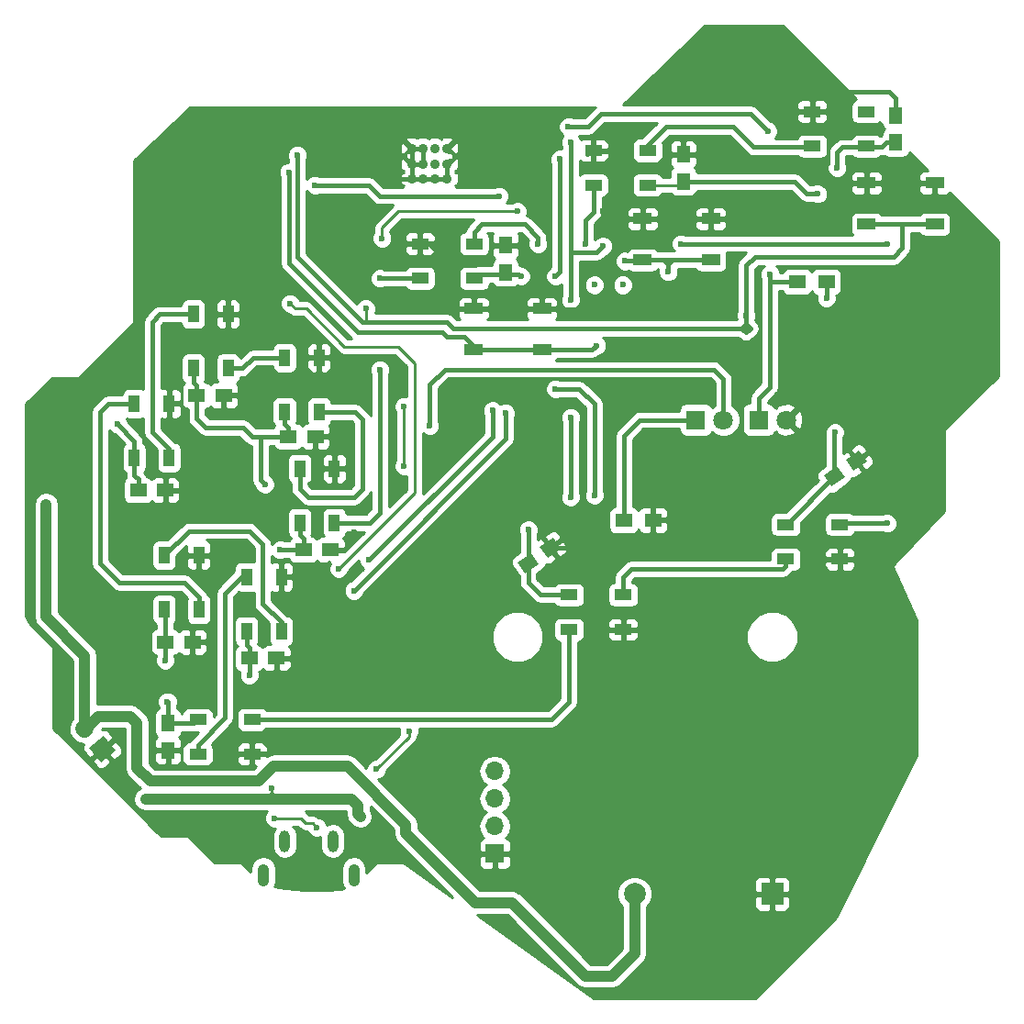
<source format=gtl>
G04 #@! TF.FileFunction,Copper,L1,Top,Signal*
%FSLAX46Y46*%
G04 Gerber Fmt 4.6, Leading zero omitted, Abs format (unit mm)*
G04 Created by KiCad (PCBNEW 4.0.7) date Monday, 12 '12e' March '12e' 2018, 16:45:07*
%MOMM*%
%LPD*%
G01*
G04 APERTURE LIST*
%ADD10C,0.100000*%
%ADD11R,2.000000X2.000000*%
%ADD12C,2.000000*%
%ADD13R,1.250000X1.500000*%
%ADD14R,1.500000X1.250000*%
%ADD15R,1.800000X1.800000*%
%ADD16C,1.800000*%
%ADD17O,1.000000X2.000000*%
%ADD18O,1.050000X2.100000*%
%ADD19R,1.700000X1.700000*%
%ADD20O,1.700000X1.700000*%
%ADD21C,1.700000*%
%ADD22R,1.500000X1.300000*%
%ADD23R,1.700000X1.000000*%
%ADD24R,1.600000X1.000000*%
%ADD25R,1.000000X1.600000*%
%ADD26C,0.900000*%
%ADD27C,0.600000*%
%ADD28C,0.400000*%
%ADD29C,0.250000*%
%ADD30C,1.000000*%
%ADD31C,0.254000*%
G04 APERTURE END LIST*
D10*
D11*
X182000000Y-129000000D03*
D12*
X169300000Y-129000000D03*
D10*
G36*
X187470181Y-91409123D02*
X186753211Y-90385183D01*
X187981939Y-89524819D01*
X188698909Y-90548759D01*
X187470181Y-91409123D01*
X187470181Y-91409123D01*
G37*
G36*
X189518061Y-89975181D02*
X188801091Y-88951241D01*
X190029819Y-88090877D01*
X190746789Y-89114817D01*
X189518061Y-89975181D01*
X189518061Y-89975181D01*
G37*
G36*
X159220181Y-99409123D02*
X158503211Y-98385183D01*
X159731939Y-97524819D01*
X160448909Y-98548759D01*
X159220181Y-99409123D01*
X159220181Y-99409123D01*
G37*
G36*
X161268061Y-97975181D02*
X160551091Y-96951241D01*
X161779819Y-96090877D01*
X162496789Y-97114817D01*
X161268061Y-97975181D01*
X161268061Y-97975181D01*
G37*
D13*
X126250000Y-113250000D03*
X126250000Y-115750000D03*
D14*
X133750000Y-107250000D03*
X136250000Y-107250000D03*
X126000000Y-105750000D03*
X128500000Y-105750000D03*
X123500000Y-91750000D03*
X126000000Y-91750000D03*
X138750000Y-97250000D03*
X141250000Y-97250000D03*
D13*
X193400000Y-59650000D03*
X193400000Y-57150000D03*
D15*
X174960000Y-85250000D03*
D16*
X177500000Y-85250000D03*
D17*
X137015000Y-124125000D03*
D18*
X135055000Y-127250000D03*
X143405000Y-127250000D03*
D17*
X141465000Y-124125000D03*
D19*
X156400000Y-125280000D03*
D20*
X156400000Y-122740000D03*
X156400000Y-120200000D03*
X156400000Y-117660000D03*
D10*
G36*
X120304768Y-114452493D02*
X121397507Y-115754768D01*
X120095232Y-116847507D01*
X119002493Y-115545232D01*
X120304768Y-114452493D01*
X120304768Y-114452493D01*
G37*
D21*
X118567319Y-113704247D02*
X118567319Y-113704247D01*
D15*
X180750000Y-85250000D03*
D16*
X183290000Y-85250000D03*
D22*
X171000000Y-94500000D03*
X168300000Y-94500000D03*
X187000000Y-72500000D03*
X184300000Y-72500000D03*
D23*
X160750000Y-78800000D03*
X154450000Y-78800000D03*
X160750000Y-75000000D03*
X154450000Y-75000000D03*
X197000000Y-67200000D03*
X190700000Y-67200000D03*
X197000000Y-63400000D03*
X190700000Y-63400000D03*
D24*
X188250000Y-98100000D03*
X188250000Y-94900000D03*
X183250000Y-98100000D03*
X183250000Y-94900000D03*
X168250000Y-104600000D03*
X168250000Y-101400000D03*
X163250000Y-104600000D03*
X163250000Y-101400000D03*
X134000000Y-116100000D03*
X134000000Y-112900000D03*
X129000000Y-116100000D03*
X129000000Y-112900000D03*
D25*
X136700000Y-99750000D03*
X133500000Y-99750000D03*
X136700000Y-104750000D03*
X133500000Y-104750000D03*
X129100000Y-97750000D03*
X125900000Y-97750000D03*
X129100000Y-102750000D03*
X125900000Y-102750000D03*
X126350000Y-83750000D03*
X123150000Y-83750000D03*
X126350000Y-88750000D03*
X123150000Y-88750000D03*
X141600000Y-89750000D03*
X138400000Y-89750000D03*
X141600000Y-94750000D03*
X138400000Y-94750000D03*
D24*
X165500000Y-60400000D03*
X165500000Y-63600000D03*
X170500000Y-60400000D03*
X170500000Y-63600000D03*
X185700000Y-56800000D03*
X185700000Y-60000000D03*
X190700000Y-56800000D03*
X190700000Y-60000000D03*
D26*
X152000000Y-60200000D03*
X150875000Y-60200000D03*
X149775000Y-60200000D03*
X148750000Y-60200000D03*
X152000000Y-61650000D03*
X149775000Y-61650000D03*
X148750000Y-61650000D03*
X150875000Y-61650000D03*
X152000000Y-63000000D03*
X149775000Y-63000000D03*
X148750000Y-63000000D03*
X150875000Y-63000000D03*
D13*
X173800000Y-63250000D03*
X173800000Y-60750000D03*
X157400000Y-71650000D03*
X157400000Y-69150000D03*
D14*
X137350000Y-86800000D03*
X139850000Y-86800000D03*
X128900000Y-83000000D03*
X131400000Y-83000000D03*
D23*
X176350000Y-70500000D03*
X170050000Y-70500000D03*
X176350000Y-66700000D03*
X170050000Y-66700000D03*
D25*
X131800000Y-75500000D03*
X128600000Y-75500000D03*
X131800000Y-80500000D03*
X128600000Y-80500000D03*
X140200000Y-79500000D03*
X137000000Y-79500000D03*
X140200000Y-84500000D03*
X137000000Y-84500000D03*
D24*
X149500000Y-69000000D03*
X149500000Y-72200000D03*
X154500000Y-69000000D03*
X154500000Y-72200000D03*
D27*
X165600000Y-72800000D03*
X168200000Y-72800000D03*
X187000000Y-74000000D03*
X135200000Y-91200000D03*
X158800000Y-72000000D03*
X188000000Y-62000000D03*
X186200000Y-64400000D03*
X187800000Y-86400000D03*
X159500000Y-95400000D03*
X136600000Y-97250000D03*
X133750000Y-108800000D03*
X126200000Y-111250000D03*
X126000000Y-107450000D03*
X121600000Y-85650000D03*
X151800000Y-74800000D03*
X151800000Y-73400000D03*
X151800000Y-71800000D03*
X151800000Y-70400000D03*
X166400000Y-66000000D03*
X166400000Y-67200000D03*
X143400000Y-95600000D03*
X143200000Y-96600000D03*
X176400000Y-61400000D03*
X177600000Y-61400000D03*
X177600000Y-60400000D03*
X176400000Y-60400000D03*
X136000000Y-115600000D03*
X173000000Y-97700000D03*
X169500000Y-97700000D03*
X141800000Y-121850000D03*
X115000000Y-93040000D03*
X150400000Y-85800000D03*
X124200000Y-120200000D03*
X135800000Y-119250000D03*
X144000000Y-121850000D03*
X136100000Y-122000000D03*
X140000000Y-122850000D03*
X162400000Y-61200000D03*
X162000000Y-72000000D03*
X162000000Y-82400000D03*
X165600000Y-92200000D03*
X166400000Y-69200000D03*
X163400000Y-92400000D03*
X163400000Y-85000000D03*
X163400000Y-74200000D03*
X163400000Y-59600000D03*
X137500000Y-74500000D03*
X142000000Y-99000000D03*
X144500000Y-75000000D03*
X138200000Y-60800000D03*
X179600000Y-75600000D03*
X158500000Y-66000000D03*
X146000000Y-68500000D03*
X148000000Y-84000000D03*
X148000000Y-89500000D03*
X148500000Y-114000000D03*
X145500000Y-117500000D03*
X163200000Y-58200000D03*
X181600000Y-58600000D03*
X181800000Y-71800000D03*
X173600000Y-69000000D03*
X192600000Y-94800000D03*
X192600000Y-69000000D03*
X137400000Y-62400000D03*
X165800000Y-78400000D03*
X168400000Y-70600000D03*
X156800000Y-64600000D03*
X139800000Y-63600000D03*
X172400000Y-71600000D03*
X143400000Y-101000000D03*
X157400000Y-84600000D03*
X144800000Y-98200000D03*
X156200000Y-84400000D03*
X145800000Y-72200000D03*
X145800000Y-80600000D03*
X164800000Y-69000000D03*
X160400000Y-69000000D03*
D28*
X187000000Y-72500000D02*
X187000000Y-74000000D01*
D29*
X170500000Y-63600000D02*
X173450000Y-63600000D01*
X173450000Y-63600000D02*
X173800000Y-63250000D01*
D28*
X134800000Y-86800000D02*
X137350000Y-86800000D01*
X134000000Y-86800000D02*
X134800000Y-86800000D01*
X134800000Y-86800000D02*
X134800000Y-90800000D01*
X134800000Y-90800000D02*
X135200000Y-91200000D01*
X158600000Y-71800000D02*
X158800000Y-72000000D01*
X157400000Y-71800000D02*
X158600000Y-71800000D01*
X157400000Y-71800000D02*
X154900000Y-71800000D01*
X154900000Y-71800000D02*
X154500000Y-72200000D01*
X184050000Y-63250000D02*
X185200000Y-64400000D01*
X185200000Y-64400000D02*
X186200000Y-64400000D01*
X173800000Y-63250000D02*
X184050000Y-63250000D01*
X190500000Y-60100000D02*
X192100000Y-60100000D01*
X192100000Y-60100000D02*
X192550000Y-59650000D01*
X188000000Y-60600000D02*
X188500000Y-60100000D01*
X188500000Y-60100000D02*
X190500000Y-60100000D01*
X188000000Y-62000000D02*
X188000000Y-60600000D01*
X193400000Y-59650000D02*
X192550000Y-59650000D01*
X128900000Y-82100000D02*
X128600000Y-81800000D01*
X128600000Y-81800000D02*
X128600000Y-80500000D01*
X128900000Y-83000000D02*
X128900000Y-82100000D01*
X137350000Y-85950000D02*
X137000000Y-85600000D01*
X137000000Y-85600000D02*
X137000000Y-84500000D01*
X137350000Y-86800000D02*
X137350000Y-85950000D01*
X133150000Y-85950000D02*
X134000000Y-86800000D01*
X131250000Y-85950000D02*
X133150000Y-85950000D01*
X128900000Y-85100000D02*
X129750000Y-85950000D01*
X129750000Y-85950000D02*
X131250000Y-85950000D01*
X128900000Y-83000000D02*
X128900000Y-85100000D01*
X187726060Y-86473940D02*
X187800000Y-86400000D01*
X187726060Y-90466971D02*
X187726060Y-86473940D01*
X160600000Y-101400000D02*
X159476060Y-100276060D01*
X159476060Y-100276060D02*
X159476060Y-98466971D01*
X163250000Y-101400000D02*
X160600000Y-101400000D01*
X159500000Y-95400000D02*
X159500000Y-98443031D01*
X159500000Y-98443031D02*
X159476060Y-98466971D01*
X159476060Y-95423940D02*
X159500000Y-95400000D01*
X138750000Y-97250000D02*
X136600000Y-97250000D01*
X133750000Y-107250000D02*
X133750000Y-108800000D01*
X126250000Y-113250000D02*
X126250000Y-111300000D01*
X126250000Y-111300000D02*
X126200000Y-111250000D01*
X126000000Y-105750000D02*
X126000000Y-107450000D01*
X123150000Y-88750000D02*
X123150000Y-87200000D01*
X123150000Y-87200000D02*
X121600000Y-85650000D01*
X126250000Y-113250000D02*
X128650000Y-113250000D01*
X128650000Y-113250000D02*
X129000000Y-112900000D01*
X183250000Y-94900000D02*
X183293031Y-94900000D01*
X183293031Y-94900000D02*
X187726060Y-90466971D01*
X123500000Y-90750000D02*
X123150000Y-90400000D01*
X123150000Y-90400000D02*
X123150000Y-88750000D01*
X123500000Y-91750000D02*
X123500000Y-90750000D01*
X126000000Y-105750000D02*
X126000000Y-102850000D01*
X126000000Y-102850000D02*
X125900000Y-102750000D01*
X133750000Y-106250000D02*
X133500000Y-106000000D01*
X133500000Y-106000000D02*
X133500000Y-104750000D01*
X133750000Y-107250000D02*
X133750000Y-106250000D01*
X138750000Y-96250000D02*
X138400000Y-95900000D01*
X138400000Y-95900000D02*
X138400000Y-94750000D01*
X138750000Y-97250000D02*
X138750000Y-96250000D01*
X151800000Y-71800000D02*
X151800000Y-73400000D01*
X149500000Y-69000000D02*
X150400000Y-69000000D01*
X150400000Y-69000000D02*
X151800000Y-70400000D01*
X166400000Y-67200000D02*
X166400000Y-66000000D01*
D29*
X141250000Y-97250000D02*
X142550000Y-97250000D01*
X142550000Y-97250000D02*
X143200000Y-96600000D01*
X177600000Y-61400000D02*
X176400000Y-61400000D01*
X176400000Y-60400000D02*
X177600000Y-60400000D01*
X160750000Y-75000000D02*
X165200000Y-75000000D01*
D28*
X152000000Y-63000000D02*
X152000000Y-61650000D01*
X150875000Y-63000000D02*
X152000000Y-63000000D01*
X149775000Y-63000000D02*
X150875000Y-63000000D01*
X147200000Y-63000000D02*
X149775000Y-63000000D01*
X148750000Y-63000000D02*
X147200000Y-63000000D01*
X148750000Y-60200000D02*
X148750000Y-61650000D01*
X149775000Y-60200000D02*
X148750000Y-60200000D01*
X149775000Y-61650000D02*
X149775000Y-60200000D01*
X148750000Y-61650000D02*
X149775000Y-61650000D01*
X148750000Y-63000000D02*
X148750000Y-61650000D01*
X164900000Y-60750000D02*
X165250000Y-60400000D01*
X192800000Y-55000000D02*
X193400000Y-55600000D01*
X193400000Y-55600000D02*
X193400000Y-57150000D01*
X186600000Y-55000000D02*
X192800000Y-55000000D01*
X185700000Y-55900000D02*
X186600000Y-55000000D01*
X185700000Y-56800000D02*
X185700000Y-55900000D01*
D29*
X134000000Y-116100000D02*
X135500000Y-116100000D01*
X135500000Y-116100000D02*
X136000000Y-115600000D01*
D28*
X165433029Y-97033029D02*
X166100000Y-97700000D01*
X166100000Y-97700000D02*
X169500000Y-97700000D01*
X161523940Y-97033029D02*
X165433029Y-97033029D01*
D30*
X134600000Y-118600000D02*
X124600000Y-118600000D01*
X124600000Y-118600000D02*
X123400000Y-117400000D01*
X136000000Y-117200000D02*
X134600000Y-118600000D01*
X142800000Y-117200000D02*
X136000000Y-117200000D01*
X148200000Y-122600000D02*
X142800000Y-117200000D01*
X148200000Y-123400000D02*
X148200000Y-122600000D01*
X154600000Y-129800000D02*
X148200000Y-123400000D01*
X158000000Y-129800000D02*
X154600000Y-129800000D01*
X164800000Y-136600000D02*
X158000000Y-129800000D01*
X167200000Y-136600000D02*
X164800000Y-136600000D01*
X169300000Y-134500000D02*
X167200000Y-136600000D01*
X169300000Y-129000000D02*
X169300000Y-134500000D01*
X123400000Y-113200000D02*
X123400000Y-117400000D01*
X122800000Y-112600000D02*
X123400000Y-113200000D01*
X119800000Y-112600000D02*
X122800000Y-112600000D01*
X118695753Y-113704247D02*
X119800000Y-112600000D01*
X118567319Y-113704247D02*
X118695753Y-113704247D01*
X118567319Y-107017319D02*
X115000000Y-103450000D01*
X115000000Y-103450000D02*
X115000000Y-93040000D01*
X118567319Y-113704247D02*
X118567319Y-107017319D01*
D28*
X168300000Y-86700000D02*
X169750000Y-85250000D01*
X169750000Y-85250000D02*
X174960000Y-85250000D01*
X168300000Y-94500000D02*
X168300000Y-86700000D01*
X176600000Y-80600000D02*
X177500000Y-81500000D01*
X177500000Y-81500000D02*
X177500000Y-85250000D01*
X151800000Y-80600000D02*
X176600000Y-80600000D01*
X150400000Y-82000000D02*
X151800000Y-80600000D01*
X150400000Y-85800000D02*
X150400000Y-82000000D01*
D30*
X143200000Y-120250000D02*
X136400000Y-120250000D01*
X136400000Y-120250000D02*
X135800000Y-120250000D01*
D29*
X135800000Y-119650000D02*
X136400000Y-120250000D01*
X135800000Y-119650000D02*
X135800000Y-120250000D01*
X135800000Y-119250000D02*
X135800000Y-119650000D01*
D30*
X135800000Y-120250000D02*
X135200000Y-120250000D01*
X135200000Y-120250000D02*
X124200000Y-120250000D01*
D29*
X135800000Y-119650000D02*
X135200000Y-120250000D01*
D30*
X143800000Y-120850000D02*
X143200000Y-120250000D01*
X143800000Y-121650000D02*
X143800000Y-120850000D01*
X144000000Y-121850000D02*
X143800000Y-121650000D01*
D29*
X136100000Y-122000000D02*
X138500000Y-122000000D01*
X138950000Y-122450000D02*
X139600000Y-122450000D01*
X138500000Y-122000000D02*
X138950000Y-122450000D01*
X139600000Y-122450000D02*
X140000000Y-122850000D01*
D28*
X162400000Y-71600000D02*
X162000000Y-72000000D01*
X162400000Y-61200000D02*
X162400000Y-71600000D01*
X164200000Y-82400000D02*
X162000000Y-82400000D01*
X165600000Y-83800000D02*
X164200000Y-82400000D01*
X165600000Y-92200000D02*
X165600000Y-83800000D01*
X163400000Y-69800000D02*
X163400000Y-73200000D01*
X163400000Y-66800000D02*
X163400000Y-69800000D01*
X165800000Y-69800000D02*
X166400000Y-69200000D01*
X163400000Y-69800000D02*
X165800000Y-69800000D01*
X163400000Y-59600000D02*
X163400000Y-66800000D01*
X163400000Y-73200000D02*
X163400000Y-74200000D01*
X163400000Y-85000000D02*
X163400000Y-92400000D01*
D29*
X139000000Y-75000000D02*
X138000000Y-75000000D01*
X138000000Y-75000000D02*
X137500000Y-74500000D01*
X142500000Y-78500000D02*
X139000000Y-75000000D01*
X147500000Y-78500000D02*
X142500000Y-78500000D01*
X149000000Y-80000000D02*
X147500000Y-78500000D01*
X149000000Y-81000000D02*
X149000000Y-80000000D01*
X149000000Y-92000000D02*
X149000000Y-81000000D01*
X142000000Y-99000000D02*
X149000000Y-92000000D01*
D28*
X152000000Y-76200000D02*
X144500000Y-76200000D01*
X144500000Y-76200000D02*
X144200000Y-76200000D01*
D29*
X144500000Y-75000000D02*
X144500000Y-76200000D01*
D28*
X144200000Y-76200000D02*
X138200000Y-70200000D01*
X138200000Y-70200000D02*
X138200000Y-60800000D01*
X193000000Y-67200000D02*
X194000000Y-67200000D01*
X194000000Y-67200000D02*
X197100000Y-67200000D01*
X193200000Y-70200000D02*
X194000000Y-69400000D01*
X194000000Y-69400000D02*
X194000000Y-67200000D01*
X180400000Y-70200000D02*
X193200000Y-70200000D01*
X179600000Y-71000000D02*
X180400000Y-70200000D01*
X179600000Y-75600000D02*
X179600000Y-71000000D01*
X180000000Y-76800000D02*
X179600000Y-77200000D01*
X179200000Y-76800000D02*
X180000000Y-76800000D01*
X180000000Y-76800000D02*
X179600000Y-76400000D01*
X179600000Y-77200000D02*
X179600000Y-76400000D01*
X179600000Y-76400000D02*
X179600000Y-75600000D01*
X179200000Y-76800000D02*
X179600000Y-76400000D01*
X152600000Y-76800000D02*
X179200000Y-76800000D01*
X179200000Y-76800000D02*
X179600000Y-77200000D01*
X190800000Y-67200000D02*
X193000000Y-67200000D01*
X190700000Y-67200000D02*
X193000000Y-67200000D01*
X152000000Y-76200000D02*
X152600000Y-76800000D01*
D29*
X146000000Y-67500000D02*
X147500000Y-66000000D01*
X147500000Y-66000000D02*
X158500000Y-66000000D01*
X146000000Y-68500000D02*
X146000000Y-67500000D01*
X148000000Y-89500000D02*
X148000000Y-84000000D01*
X145500000Y-117500000D02*
X148500000Y-114500000D01*
X148500000Y-114500000D02*
X148500000Y-114000000D01*
D28*
X181800000Y-82200000D02*
X181800000Y-72500000D01*
X181800000Y-72500000D02*
X181800000Y-71800000D01*
X184300000Y-72500000D02*
X181800000Y-72500000D01*
X165000000Y-58200000D02*
X163200000Y-58200000D01*
X166200000Y-57000000D02*
X165000000Y-58200000D01*
X180000000Y-57000000D02*
X166200000Y-57000000D01*
X181600000Y-58600000D02*
X180000000Y-57000000D01*
X180750000Y-83250000D02*
X181800000Y-82200000D01*
X180750000Y-85250000D02*
X180750000Y-83250000D01*
X192600000Y-69000000D02*
X173600000Y-69000000D01*
X192600000Y-94800000D02*
X188350000Y-94800000D01*
X188350000Y-94800000D02*
X188250000Y-94900000D01*
X143800000Y-77200000D02*
X137400000Y-70800000D01*
X137400000Y-70800000D02*
X137400000Y-62400000D01*
X151600000Y-77200000D02*
X143800000Y-77200000D01*
X152000000Y-77600000D02*
X151600000Y-77200000D01*
X153600000Y-77600000D02*
X152000000Y-77600000D01*
X154450000Y-78450000D02*
X153600000Y-77600000D01*
X154450000Y-78800000D02*
X154450000Y-78450000D01*
X154450000Y-78800000D02*
X160750000Y-78800000D01*
X160750000Y-78800000D02*
X165400000Y-78800000D01*
X165400000Y-78800000D02*
X165800000Y-78400000D01*
X168400000Y-70600000D02*
X169950000Y-70600000D01*
X169950000Y-70600000D02*
X170050000Y-70500000D01*
X145800000Y-64600000D02*
X156800000Y-64600000D01*
X144800000Y-63600000D02*
X145800000Y-64600000D01*
X139800000Y-63600000D02*
X144800000Y-63600000D01*
X172400000Y-70500000D02*
X172800000Y-70500000D01*
X172800000Y-70500000D02*
X176350000Y-70500000D01*
X172400000Y-70800000D02*
X172500000Y-70800000D01*
X172500000Y-70800000D02*
X172800000Y-70500000D01*
X172400000Y-70800000D02*
X172400000Y-70500000D01*
X172400000Y-71600000D02*
X172400000Y-70800000D01*
X170050000Y-70500000D02*
X172000000Y-70500000D01*
X172000000Y-70500000D02*
X172400000Y-70500000D01*
X172400000Y-70800000D02*
X172300000Y-70800000D01*
X172300000Y-70800000D02*
X172000000Y-70500000D01*
X157400000Y-87000000D02*
X143400000Y-101000000D01*
X157400000Y-84600000D02*
X157400000Y-87000000D01*
X156200000Y-86800000D02*
X144800000Y-98200000D01*
X156200000Y-84400000D02*
X156200000Y-86800000D01*
X168250000Y-101400000D02*
X168250000Y-99750000D01*
X168250000Y-99750000D02*
X169000000Y-99000000D01*
X169000000Y-99000000D02*
X183000000Y-99000000D01*
X183000000Y-99000000D02*
X183250000Y-98750000D01*
X183250000Y-98750000D02*
X183250000Y-98100000D01*
X134000000Y-112900000D02*
X161600000Y-112900000D01*
X161600000Y-112900000D02*
X163250000Y-111250000D01*
X163250000Y-111250000D02*
X163250000Y-104600000D01*
X131500000Y-101250000D02*
X133000000Y-99750000D01*
X133000000Y-99750000D02*
X133500000Y-99750000D01*
X131500000Y-112750000D02*
X131500000Y-101250000D01*
X129000000Y-115250000D02*
X131500000Y-112750000D01*
X129000000Y-116100000D02*
X129000000Y-115250000D01*
X133750000Y-95500000D02*
X128150000Y-95500000D01*
X128150000Y-95500000D02*
X125900000Y-97750000D01*
X135000000Y-96750000D02*
X133750000Y-95500000D01*
X135000000Y-102250000D02*
X135000000Y-96750000D01*
X136700000Y-103950000D02*
X135000000Y-102250000D01*
X136700000Y-104750000D02*
X136700000Y-103950000D01*
X120000000Y-84500000D02*
X120750000Y-83750000D01*
X120750000Y-83750000D02*
X123150000Y-83750000D01*
X120000000Y-98500000D02*
X120000000Y-84500000D01*
X121750000Y-100250000D02*
X120000000Y-98500000D01*
X127750000Y-100250000D02*
X121750000Y-100250000D01*
X129100000Y-101600000D02*
X127750000Y-100250000D01*
X129100000Y-102750000D02*
X129100000Y-101600000D01*
X124800000Y-76200000D02*
X125500000Y-75500000D01*
X125500000Y-75500000D02*
X128600000Y-75500000D01*
X124800000Y-86400000D02*
X124800000Y-76200000D01*
X126350000Y-87950000D02*
X124800000Y-86400000D01*
X126350000Y-88750000D02*
X126350000Y-87950000D01*
X133100000Y-80500000D02*
X134100000Y-79500000D01*
X134100000Y-79500000D02*
X137000000Y-79500000D01*
X131800000Y-80500000D02*
X133100000Y-80500000D01*
X139200000Y-92400000D02*
X138400000Y-91600000D01*
X138400000Y-91600000D02*
X138400000Y-89750000D01*
X143400000Y-92400000D02*
X139200000Y-92400000D01*
X144200000Y-91600000D02*
X143400000Y-92400000D01*
X144200000Y-85200000D02*
X144200000Y-91600000D01*
X143500000Y-84500000D02*
X144200000Y-85200000D01*
X140200000Y-84500000D02*
X143500000Y-84500000D01*
X145800000Y-72200000D02*
X149500000Y-72200000D01*
X145800000Y-93800000D02*
X145800000Y-80600000D01*
X144850000Y-94750000D02*
X145800000Y-93800000D01*
X141600000Y-94750000D02*
X144850000Y-94750000D01*
X164800000Y-66800000D02*
X164800000Y-69000000D01*
X165500000Y-66100000D02*
X164800000Y-66800000D01*
X165500000Y-66100000D02*
X165500000Y-63600000D01*
X159200000Y-67200000D02*
X160400000Y-68400000D01*
X160400000Y-68400000D02*
X160400000Y-69000000D01*
X155200000Y-67200000D02*
X159200000Y-67200000D01*
X154500000Y-67900000D02*
X155200000Y-67200000D01*
X154500000Y-69000000D02*
X154500000Y-67900000D01*
X178400000Y-58200000D02*
X180300000Y-60100000D01*
X180300000Y-60100000D02*
X185500000Y-60100000D01*
X172200000Y-58200000D02*
X178400000Y-58200000D01*
X170500000Y-59900000D02*
X172200000Y-58200000D01*
X170500000Y-60400000D02*
X170500000Y-59900000D01*
D31*
G36*
X189750992Y-55680598D02*
X189664683Y-55696838D01*
X189448559Y-55835910D01*
X189303569Y-56048110D01*
X189252560Y-56300000D01*
X189252560Y-57300000D01*
X189296838Y-57535317D01*
X189435910Y-57751441D01*
X189648110Y-57896431D01*
X189900000Y-57947440D01*
X191500000Y-57947440D01*
X191735317Y-57903162D01*
X191880277Y-57809883D01*
X192170616Y-58100222D01*
X192236673Y-58259698D01*
X192377910Y-58400936D01*
X192323559Y-58435910D01*
X192178569Y-58648110D01*
X192127560Y-58900000D01*
X192127560Y-58947316D01*
X192013097Y-59023798D01*
X191967683Y-59054142D01*
X191964090Y-59048559D01*
X191751890Y-58903569D01*
X191500000Y-58852560D01*
X189900000Y-58852560D01*
X189664683Y-58896838D01*
X189448559Y-59035910D01*
X189303569Y-59248110D01*
X189300149Y-59265000D01*
X188500000Y-59265000D01*
X188180460Y-59328560D01*
X187909566Y-59509566D01*
X187409566Y-60009566D01*
X187228561Y-60280459D01*
X187165000Y-60600000D01*
X187165000Y-61572766D01*
X187065162Y-61813201D01*
X187064838Y-62185167D01*
X187206883Y-62528943D01*
X187469673Y-62792192D01*
X187813201Y-62934838D01*
X188185167Y-62935162D01*
X188528943Y-62793117D01*
X188548403Y-62773690D01*
X189215000Y-62773690D01*
X189215000Y-63114250D01*
X189373750Y-63273000D01*
X190573000Y-63273000D01*
X190573000Y-62423750D01*
X190827000Y-62423750D01*
X190827000Y-63273000D01*
X192026250Y-63273000D01*
X192185000Y-63114250D01*
X192185000Y-62773690D01*
X192088327Y-62540301D01*
X191909698Y-62361673D01*
X191676309Y-62265000D01*
X190985750Y-62265000D01*
X190827000Y-62423750D01*
X190573000Y-62423750D01*
X190414250Y-62265000D01*
X189723691Y-62265000D01*
X189490302Y-62361673D01*
X189311673Y-62540301D01*
X189215000Y-62773690D01*
X188548403Y-62773690D01*
X188792192Y-62530327D01*
X188934838Y-62186799D01*
X188935162Y-61814833D01*
X188835000Y-61572422D01*
X188835000Y-60945868D01*
X188845868Y-60935000D01*
X189425331Y-60935000D01*
X189435910Y-60951441D01*
X189648110Y-61096431D01*
X189900000Y-61147440D01*
X191500000Y-61147440D01*
X191735317Y-61103162D01*
X191951441Y-60964090D01*
X191971317Y-60935000D01*
X192100000Y-60935000D01*
X192358073Y-60883666D01*
X192523110Y-60996431D01*
X192775000Y-61047440D01*
X194025000Y-61047440D01*
X194260317Y-61003162D01*
X194476441Y-60864090D01*
X194621431Y-60651890D01*
X194638415Y-60568021D01*
X196335394Y-62265000D01*
X196023691Y-62265000D01*
X195790302Y-62361673D01*
X195611673Y-62540301D01*
X195515000Y-62773690D01*
X195515000Y-63114250D01*
X195673750Y-63273000D01*
X196873000Y-63273000D01*
X196873000Y-63253000D01*
X197127000Y-63253000D01*
X197127000Y-63273000D01*
X197147000Y-63273000D01*
X197147000Y-63527000D01*
X197127000Y-63527000D01*
X197127000Y-64376250D01*
X197285750Y-64535000D01*
X197976309Y-64535000D01*
X198209698Y-64438327D01*
X198359210Y-64288816D01*
X202873000Y-68802606D01*
X202873000Y-81197394D01*
X197910197Y-86160197D01*
X197882334Y-86202211D01*
X197873000Y-86250000D01*
X197873000Y-93699292D01*
X193157925Y-98662529D01*
X193131148Y-98705243D01*
X193123099Y-98755009D01*
X193134186Y-98802116D01*
X195373000Y-103777258D01*
X195373000Y-116220020D01*
X187895626Y-131174768D01*
X180447394Y-138623000D01*
X165540699Y-138623000D01*
X154777499Y-130935000D01*
X157529868Y-130935000D01*
X163997434Y-137402566D01*
X164365654Y-137648603D01*
X164800000Y-137735000D01*
X167200000Y-137735000D01*
X167634346Y-137648603D01*
X168002566Y-137402566D01*
X170102566Y-135302567D01*
X170348603Y-134934346D01*
X170354606Y-134904165D01*
X170435000Y-134500000D01*
X170435000Y-130177204D01*
X170685278Y-129927363D01*
X170934716Y-129326648D01*
X170934751Y-129285750D01*
X180365000Y-129285750D01*
X180365000Y-130126309D01*
X180461673Y-130359698D01*
X180640301Y-130538327D01*
X180873690Y-130635000D01*
X181714250Y-130635000D01*
X181873000Y-130476250D01*
X181873000Y-129127000D01*
X182127000Y-129127000D01*
X182127000Y-130476250D01*
X182285750Y-130635000D01*
X183126310Y-130635000D01*
X183359699Y-130538327D01*
X183538327Y-130359698D01*
X183635000Y-130126309D01*
X183635000Y-129285750D01*
X183476250Y-129127000D01*
X182127000Y-129127000D01*
X181873000Y-129127000D01*
X180523750Y-129127000D01*
X180365000Y-129285750D01*
X170934751Y-129285750D01*
X170935284Y-128676205D01*
X170686894Y-128075057D01*
X170485880Y-127873691D01*
X180365000Y-127873691D01*
X180365000Y-128714250D01*
X180523750Y-128873000D01*
X181873000Y-128873000D01*
X181873000Y-127523750D01*
X182127000Y-127523750D01*
X182127000Y-128873000D01*
X183476250Y-128873000D01*
X183635000Y-128714250D01*
X183635000Y-127873691D01*
X183538327Y-127640302D01*
X183359699Y-127461673D01*
X183126310Y-127365000D01*
X182285750Y-127365000D01*
X182127000Y-127523750D01*
X181873000Y-127523750D01*
X181714250Y-127365000D01*
X180873690Y-127365000D01*
X180640301Y-127461673D01*
X180461673Y-127640302D01*
X180365000Y-127873691D01*
X170485880Y-127873691D01*
X170227363Y-127614722D01*
X169626648Y-127365284D01*
X168976205Y-127364716D01*
X168375057Y-127613106D01*
X167914722Y-128072637D01*
X167665284Y-128673352D01*
X167664716Y-129323795D01*
X167913106Y-129924943D01*
X168165000Y-130177278D01*
X168165000Y-134029867D01*
X166729868Y-135465000D01*
X165270132Y-135465000D01*
X158802566Y-128997434D01*
X158626381Y-128879711D01*
X158434346Y-128751397D01*
X158000000Y-128665000D01*
X155070132Y-128665000D01*
X151970882Y-125565750D01*
X154915000Y-125565750D01*
X154915000Y-126256310D01*
X155011673Y-126489699D01*
X155190302Y-126668327D01*
X155423691Y-126765000D01*
X156114250Y-126765000D01*
X156273000Y-126606250D01*
X156273000Y-125407000D01*
X156527000Y-125407000D01*
X156527000Y-126606250D01*
X156685750Y-126765000D01*
X157376309Y-126765000D01*
X157609698Y-126668327D01*
X157788327Y-126489699D01*
X157885000Y-126256310D01*
X157885000Y-125565750D01*
X157726250Y-125407000D01*
X156527000Y-125407000D01*
X156273000Y-125407000D01*
X155073750Y-125407000D01*
X154915000Y-125565750D01*
X151970882Y-125565750D01*
X149335000Y-122929868D01*
X149335000Y-122600000D01*
X149248603Y-122165654D01*
X149002566Y-121797434D01*
X145640255Y-118435123D01*
X145685167Y-118435162D01*
X146028943Y-118293117D01*
X146292192Y-118030327D01*
X146434838Y-117686799D01*
X146434861Y-117660000D01*
X154885907Y-117660000D01*
X154998946Y-118228285D01*
X155320853Y-118710054D01*
X155650026Y-118930000D01*
X155320853Y-119149946D01*
X154998946Y-119631715D01*
X154885907Y-120200000D01*
X154998946Y-120768285D01*
X155320853Y-121250054D01*
X155650026Y-121470000D01*
X155320853Y-121689946D01*
X154998946Y-122171715D01*
X154885907Y-122740000D01*
X154998946Y-123308285D01*
X155320853Y-123790054D01*
X155364777Y-123819403D01*
X155190302Y-123891673D01*
X155011673Y-124070301D01*
X154915000Y-124303690D01*
X154915000Y-124994250D01*
X155073750Y-125153000D01*
X156273000Y-125153000D01*
X156273000Y-125133000D01*
X156527000Y-125133000D01*
X156527000Y-125153000D01*
X157726250Y-125153000D01*
X157885000Y-124994250D01*
X157885000Y-124303690D01*
X157788327Y-124070301D01*
X157609698Y-123891673D01*
X157435223Y-123819403D01*
X157479147Y-123790054D01*
X157801054Y-123308285D01*
X157914093Y-122740000D01*
X157801054Y-122171715D01*
X157479147Y-121689946D01*
X157149974Y-121470000D01*
X157479147Y-121250054D01*
X157801054Y-120768285D01*
X157914093Y-120200000D01*
X157801054Y-119631715D01*
X157479147Y-119149946D01*
X157149974Y-118930000D01*
X157479147Y-118710054D01*
X157801054Y-118228285D01*
X157914093Y-117660000D01*
X157801054Y-117091715D01*
X157479147Y-116609946D01*
X156997378Y-116288039D01*
X156429093Y-116175000D01*
X156370907Y-116175000D01*
X155802622Y-116288039D01*
X155320853Y-116609946D01*
X154998946Y-117091715D01*
X154885907Y-117660000D01*
X146434861Y-117660000D01*
X146434879Y-117639923D01*
X149037401Y-115037401D01*
X149202148Y-114790839D01*
X149244497Y-114577939D01*
X149292192Y-114530327D01*
X149434838Y-114186799D01*
X149435162Y-113814833D01*
X149402176Y-113735000D01*
X161600000Y-113735000D01*
X161919541Y-113671439D01*
X162190434Y-113490434D01*
X163840434Y-111840434D01*
X163881521Y-111778943D01*
X164021439Y-111569541D01*
X164085000Y-111250000D01*
X164085000Y-105748725D01*
X179614587Y-105748725D01*
X179976916Y-106625629D01*
X180647242Y-107297126D01*
X181523513Y-107660985D01*
X182472325Y-107661813D01*
X183349229Y-107299484D01*
X184020726Y-106629158D01*
X184384585Y-105752887D01*
X184385413Y-104804075D01*
X184023084Y-103927171D01*
X183352758Y-103255674D01*
X182476487Y-102891815D01*
X181527675Y-102890987D01*
X180650771Y-103253316D01*
X179979274Y-103923642D01*
X179615415Y-104799913D01*
X179614587Y-105748725D01*
X164085000Y-105748725D01*
X164085000Y-105740854D01*
X164285317Y-105703162D01*
X164501441Y-105564090D01*
X164646431Y-105351890D01*
X164697440Y-105100000D01*
X164697440Y-104885750D01*
X166815000Y-104885750D01*
X166815000Y-105226310D01*
X166911673Y-105459699D01*
X167090302Y-105638327D01*
X167323691Y-105735000D01*
X167964250Y-105735000D01*
X168123000Y-105576250D01*
X168123000Y-104727000D01*
X168377000Y-104727000D01*
X168377000Y-105576250D01*
X168535750Y-105735000D01*
X169176309Y-105735000D01*
X169409698Y-105638327D01*
X169588327Y-105459699D01*
X169685000Y-105226310D01*
X169685000Y-104885750D01*
X169526250Y-104727000D01*
X168377000Y-104727000D01*
X168123000Y-104727000D01*
X166973750Y-104727000D01*
X166815000Y-104885750D01*
X164697440Y-104885750D01*
X164697440Y-104100000D01*
X164673674Y-103973690D01*
X166815000Y-103973690D01*
X166815000Y-104314250D01*
X166973750Y-104473000D01*
X168123000Y-104473000D01*
X168123000Y-103623750D01*
X168377000Y-103623750D01*
X168377000Y-104473000D01*
X169526250Y-104473000D01*
X169685000Y-104314250D01*
X169685000Y-103973690D01*
X169588327Y-103740301D01*
X169409698Y-103561673D01*
X169176309Y-103465000D01*
X168535750Y-103465000D01*
X168377000Y-103623750D01*
X168123000Y-103623750D01*
X167964250Y-103465000D01*
X167323691Y-103465000D01*
X167090302Y-103561673D01*
X166911673Y-103740301D01*
X166815000Y-103973690D01*
X164673674Y-103973690D01*
X164653162Y-103864683D01*
X164514090Y-103648559D01*
X164301890Y-103503569D01*
X164050000Y-103452560D01*
X162450000Y-103452560D01*
X162214683Y-103496838D01*
X161998559Y-103635910D01*
X161853569Y-103848110D01*
X161802560Y-104100000D01*
X161802560Y-105100000D01*
X161846838Y-105335317D01*
X161985910Y-105551441D01*
X162198110Y-105696431D01*
X162415000Y-105740352D01*
X162415000Y-110904132D01*
X161254132Y-112065000D01*
X135339018Y-112065000D01*
X135264090Y-111948559D01*
X135051890Y-111803569D01*
X134800000Y-111752560D01*
X133200000Y-111752560D01*
X132964683Y-111796838D01*
X132748559Y-111935910D01*
X132603569Y-112148110D01*
X132552560Y-112400000D01*
X132552560Y-113400000D01*
X132596838Y-113635317D01*
X132735910Y-113851441D01*
X132948110Y-113996431D01*
X133200000Y-114047440D01*
X134800000Y-114047440D01*
X135035317Y-114003162D01*
X135251441Y-113864090D01*
X135339644Y-113735000D01*
X147597634Y-113735000D01*
X147565162Y-113813201D01*
X147564838Y-114185167D01*
X147616061Y-114309137D01*
X145360320Y-116564878D01*
X145314833Y-116564838D01*
X144971057Y-116706883D01*
X144707808Y-116969673D01*
X144565162Y-117313201D01*
X144565121Y-117359989D01*
X143602566Y-116397434D01*
X143438845Y-116288039D01*
X143234346Y-116151397D01*
X142800000Y-116065000D01*
X136000000Y-116065000D01*
X135565654Y-116151397D01*
X135361155Y-116288039D01*
X135346849Y-116297599D01*
X135276250Y-116227000D01*
X134127000Y-116227000D01*
X134127000Y-117076250D01*
X134285750Y-117235000D01*
X134359868Y-117235000D01*
X134129868Y-117465000D01*
X125070132Y-117465000D01*
X124535000Y-116929868D01*
X124535000Y-116035750D01*
X124990000Y-116035750D01*
X124990000Y-116626309D01*
X125086673Y-116859698D01*
X125265301Y-117038327D01*
X125498690Y-117135000D01*
X125964250Y-117135000D01*
X126123000Y-116976250D01*
X126123000Y-115877000D01*
X126377000Y-115877000D01*
X126377000Y-116976250D01*
X126535750Y-117135000D01*
X127001310Y-117135000D01*
X127234699Y-117038327D01*
X127413327Y-116859698D01*
X127510000Y-116626309D01*
X127510000Y-116035750D01*
X127351250Y-115877000D01*
X126377000Y-115877000D01*
X126123000Y-115877000D01*
X125148750Y-115877000D01*
X124990000Y-116035750D01*
X124535000Y-116035750D01*
X124535000Y-113200000D01*
X124448603Y-112765654D01*
X124202566Y-112397434D01*
X123602566Y-111797434D01*
X123535407Y-111752560D01*
X123234346Y-111551397D01*
X122800000Y-111465000D01*
X119800000Y-111465000D01*
X119702319Y-111484430D01*
X119702319Y-107017319D01*
X119615922Y-106582973D01*
X119369885Y-106214753D01*
X118280132Y-105125000D01*
X124602560Y-105125000D01*
X124602560Y-106375000D01*
X124646838Y-106610317D01*
X124785910Y-106826441D01*
X124998110Y-106971431D01*
X125165000Y-107005227D01*
X125165000Y-107022766D01*
X125065162Y-107263201D01*
X125064838Y-107635167D01*
X125206883Y-107978943D01*
X125469673Y-108242192D01*
X125813201Y-108384838D01*
X126185167Y-108385162D01*
X126528943Y-108243117D01*
X126792192Y-107980327D01*
X126934838Y-107636799D01*
X126935162Y-107264833D01*
X126835000Y-107022422D01*
X126835000Y-107006446D01*
X126985317Y-106978162D01*
X127201441Y-106839090D01*
X127247969Y-106770994D01*
X127390302Y-106913327D01*
X127623691Y-107010000D01*
X128214250Y-107010000D01*
X128373000Y-106851250D01*
X128373000Y-105877000D01*
X128627000Y-105877000D01*
X128627000Y-106851250D01*
X128785750Y-107010000D01*
X129376309Y-107010000D01*
X129609698Y-106913327D01*
X129788327Y-106734699D01*
X129885000Y-106501310D01*
X129885000Y-106035750D01*
X129726250Y-105877000D01*
X128627000Y-105877000D01*
X128373000Y-105877000D01*
X128353000Y-105877000D01*
X128353000Y-105623000D01*
X128373000Y-105623000D01*
X128373000Y-104648750D01*
X128627000Y-104648750D01*
X128627000Y-105623000D01*
X129726250Y-105623000D01*
X129885000Y-105464250D01*
X129885000Y-104998690D01*
X129788327Y-104765301D01*
X129609698Y-104586673D01*
X129376309Y-104490000D01*
X128785750Y-104490000D01*
X128627000Y-104648750D01*
X128373000Y-104648750D01*
X128214250Y-104490000D01*
X127623691Y-104490000D01*
X127390302Y-104586673D01*
X127249064Y-104727910D01*
X127214090Y-104673559D01*
X127001890Y-104528569D01*
X126835000Y-104494773D01*
X126835000Y-104024669D01*
X126851441Y-104014090D01*
X126996431Y-103801890D01*
X127047440Y-103550000D01*
X127047440Y-101950000D01*
X127003162Y-101714683D01*
X126864090Y-101498559D01*
X126651890Y-101353569D01*
X126400000Y-101302560D01*
X125400000Y-101302560D01*
X125164683Y-101346838D01*
X124948559Y-101485910D01*
X124803569Y-101698110D01*
X124752560Y-101950000D01*
X124752560Y-103550000D01*
X124796838Y-103785317D01*
X124935910Y-104001441D01*
X125148110Y-104146431D01*
X125165000Y-104149851D01*
X125165000Y-104493554D01*
X125014683Y-104521838D01*
X124798559Y-104660910D01*
X124653569Y-104873110D01*
X124602560Y-105125000D01*
X118280132Y-105125000D01*
X116135000Y-102979868D01*
X116135000Y-93040000D01*
X116048603Y-92605654D01*
X115802566Y-92237434D01*
X115434346Y-91991397D01*
X115000000Y-91905000D01*
X114565654Y-91991397D01*
X114197434Y-92237434D01*
X113951397Y-92605654D01*
X113865000Y-93040000D01*
X113865000Y-103450000D01*
X113951397Y-103884346D01*
X114126517Y-104146431D01*
X114197434Y-104252566D01*
X117432319Y-107487451D01*
X117432319Y-112782452D01*
X117227821Y-113037251D01*
X117065682Y-113593521D01*
X117128762Y-114169495D01*
X117407456Y-114677487D01*
X117859335Y-115040159D01*
X118415605Y-115202298D01*
X118468119Y-115196547D01*
X118380918Y-115364059D01*
X118358900Y-115615716D01*
X118434864Y-115856643D01*
X118597244Y-116050160D01*
X118878747Y-116385642D01*
X119102400Y-116405209D01*
X119983766Y-115665654D01*
X120378922Y-115665654D01*
X121149785Y-116584332D01*
X121373437Y-116603899D01*
X121902436Y-116160017D01*
X122019082Y-115935941D01*
X122041100Y-115684284D01*
X121965136Y-115443357D01*
X121802756Y-115249840D01*
X121521253Y-114914358D01*
X121297600Y-114894791D01*
X120378922Y-115665654D01*
X119983766Y-115665654D01*
X120021078Y-115634346D01*
X120008223Y-115619026D01*
X120202798Y-115455757D01*
X120215654Y-115471078D01*
X121134332Y-114700215D01*
X121153899Y-114476563D01*
X120872396Y-114141081D01*
X120710016Y-113947564D01*
X120485941Y-113830917D01*
X120234283Y-113808901D01*
X120178708Y-113826424D01*
X120270132Y-113735000D01*
X122265000Y-113735000D01*
X122265000Y-117400000D01*
X122351397Y-117834346D01*
X122552500Y-118135317D01*
X122597434Y-118202566D01*
X123664113Y-119269245D01*
X123397434Y-119447434D01*
X123151397Y-119815654D01*
X123065000Y-120250000D01*
X123151397Y-120684346D01*
X123397434Y-121052566D01*
X123765654Y-121298603D01*
X124200000Y-121385000D01*
X135392629Y-121385000D01*
X135307808Y-121469673D01*
X135165162Y-121813201D01*
X135164838Y-122185167D01*
X135306883Y-122528943D01*
X135569673Y-122792192D01*
X135913201Y-122934838D01*
X136115807Y-122935014D01*
X135966397Y-123158622D01*
X135880000Y-123592968D01*
X135880000Y-124657032D01*
X135966397Y-125091378D01*
X136212434Y-125459598D01*
X136580654Y-125705635D01*
X137015000Y-125792032D01*
X137449346Y-125705635D01*
X137817566Y-125459598D01*
X138063603Y-125091378D01*
X138150000Y-124657032D01*
X138150000Y-123592968D01*
X138063603Y-123158622D01*
X137817566Y-122790402D01*
X137772066Y-122760000D01*
X138185198Y-122760000D01*
X138412599Y-122987401D01*
X138659161Y-123152148D01*
X138950000Y-123210000D01*
X139137077Y-123210000D01*
X139206883Y-123378943D01*
X139469673Y-123642192D01*
X139813201Y-123784838D01*
X140185167Y-123785162D01*
X140330000Y-123725318D01*
X140330000Y-124657032D01*
X140416397Y-125091378D01*
X140662434Y-125459598D01*
X141030654Y-125705635D01*
X141465000Y-125792032D01*
X141899346Y-125705635D01*
X142267566Y-125459598D01*
X142513603Y-125091378D01*
X142600000Y-124657032D01*
X142600000Y-123592968D01*
X142513603Y-123158622D01*
X142267566Y-122790402D01*
X141899346Y-122544365D01*
X141465000Y-122457968D01*
X141030654Y-122544365D01*
X140916815Y-122620430D01*
X140793117Y-122321057D01*
X140530327Y-122057808D01*
X140186799Y-121915162D01*
X140139923Y-121915121D01*
X140137401Y-121912599D01*
X139890839Y-121747852D01*
X139600000Y-121690000D01*
X139264802Y-121690000D01*
X139037401Y-121462599D01*
X138921266Y-121385000D01*
X142665000Y-121385000D01*
X142665000Y-121650000D01*
X142751397Y-122084346D01*
X142995719Y-122450000D01*
X142997434Y-122452566D01*
X143197434Y-122652566D01*
X143565655Y-122898603D01*
X144000000Y-122985000D01*
X144434345Y-122898603D01*
X144802566Y-122652566D01*
X145048603Y-122284345D01*
X145135000Y-121850000D01*
X145048603Y-121415655D01*
X144935000Y-121245636D01*
X144935000Y-120940132D01*
X147065000Y-123070132D01*
X147065000Y-123400000D01*
X147151397Y-123834346D01*
X147231662Y-123954471D01*
X147397434Y-124202566D01*
X152510791Y-129315923D01*
X148073817Y-126146656D01*
X148027795Y-126126079D01*
X148000000Y-126123000D01*
X145500000Y-126123000D01*
X145450590Y-126133006D01*
X145410197Y-126160197D01*
X144565000Y-127005394D01*
X144565000Y-126691989D01*
X144476700Y-126248076D01*
X144225244Y-125871745D01*
X143848913Y-125620289D01*
X143405000Y-125531989D01*
X142961087Y-125620289D01*
X142584756Y-125871745D01*
X142333300Y-126248076D01*
X142245000Y-126691989D01*
X142245000Y-127808011D01*
X142333300Y-128251924D01*
X142490194Y-128486732D01*
X142197715Y-128545966D01*
X140782864Y-128623000D01*
X138846637Y-128623000D01*
X137055311Y-128479507D01*
X136105246Y-128284032D01*
X136126700Y-128251924D01*
X136215000Y-127808011D01*
X136215000Y-126691989D01*
X136126700Y-126248076D01*
X135875244Y-125871745D01*
X135498913Y-125620289D01*
X135055000Y-125531989D01*
X134611087Y-125620289D01*
X134234756Y-125871745D01*
X133983300Y-126248076D01*
X133895000Y-126691989D01*
X133895000Y-126965394D01*
X133089803Y-126160197D01*
X133047789Y-126132334D01*
X133000000Y-126123000D01*
X130552606Y-126123000D01*
X128089803Y-123660197D01*
X128047789Y-123632334D01*
X128000000Y-123623000D01*
X125690782Y-123623000D01*
X125223957Y-123294351D01*
X118753043Y-116823437D01*
X119246101Y-116823437D01*
X119527604Y-117158919D01*
X119689984Y-117352436D01*
X119914059Y-117469083D01*
X120165717Y-117491099D01*
X120406644Y-117415135D01*
X120935642Y-116971253D01*
X120955209Y-116747600D01*
X120184346Y-115828922D01*
X119265668Y-116599785D01*
X119246101Y-116823437D01*
X118753043Y-116823437D01*
X115627000Y-113697394D01*
X115627000Y-106250000D01*
X115616994Y-106200590D01*
X115589803Y-106160197D01*
X113471118Y-104041512D01*
X113127000Y-103357668D01*
X113127000Y-84500000D01*
X119165000Y-84500000D01*
X119165000Y-98500000D01*
X119228561Y-98819541D01*
X119395605Y-99069540D01*
X119409566Y-99090434D01*
X121159566Y-100840434D01*
X121430460Y-101021440D01*
X121750000Y-101085000D01*
X127404132Y-101085000D01*
X128009119Y-101689987D01*
X128003569Y-101698110D01*
X127952560Y-101950000D01*
X127952560Y-103550000D01*
X127996838Y-103785317D01*
X128135910Y-104001441D01*
X128348110Y-104146431D01*
X128600000Y-104197440D01*
X129600000Y-104197440D01*
X129835317Y-104153162D01*
X130051441Y-104014090D01*
X130196431Y-103801890D01*
X130247440Y-103550000D01*
X130247440Y-101950000D01*
X130203162Y-101714683D01*
X130064090Y-101498559D01*
X129891344Y-101380527D01*
X129871439Y-101280459D01*
X129690434Y-101009566D01*
X128340434Y-99659566D01*
X128237813Y-99590997D01*
X128069541Y-99478561D01*
X127750000Y-99415000D01*
X122095868Y-99415000D01*
X120835000Y-98154132D01*
X120835000Y-96950000D01*
X124752560Y-96950000D01*
X124752560Y-98550000D01*
X124796838Y-98785317D01*
X124935910Y-99001441D01*
X125148110Y-99146431D01*
X125400000Y-99197440D01*
X126400000Y-99197440D01*
X126635317Y-99153162D01*
X126851441Y-99014090D01*
X126996431Y-98801890D01*
X127047440Y-98550000D01*
X127047440Y-98035750D01*
X127965000Y-98035750D01*
X127965000Y-98676309D01*
X128061673Y-98909698D01*
X128240301Y-99088327D01*
X128473690Y-99185000D01*
X128814250Y-99185000D01*
X128973000Y-99026250D01*
X128973000Y-97877000D01*
X129227000Y-97877000D01*
X129227000Y-99026250D01*
X129385750Y-99185000D01*
X129726310Y-99185000D01*
X129959699Y-99088327D01*
X130138327Y-98909698D01*
X130235000Y-98676309D01*
X130235000Y-98035750D01*
X130076250Y-97877000D01*
X129227000Y-97877000D01*
X128973000Y-97877000D01*
X128123750Y-97877000D01*
X127965000Y-98035750D01*
X127047440Y-98035750D01*
X127047440Y-97783428D01*
X127965000Y-96865869D01*
X127965000Y-97464250D01*
X128123750Y-97623000D01*
X128973000Y-97623000D01*
X128973000Y-97603000D01*
X129227000Y-97603000D01*
X129227000Y-97623000D01*
X130076250Y-97623000D01*
X130235000Y-97464250D01*
X130235000Y-96823691D01*
X130138327Y-96590302D01*
X129959699Y-96411673D01*
X129774594Y-96335000D01*
X133404132Y-96335000D01*
X134165000Y-97095868D01*
X134165000Y-98335973D01*
X134000000Y-98302560D01*
X133000000Y-98302560D01*
X132764683Y-98346838D01*
X132548559Y-98485910D01*
X132403569Y-98698110D01*
X132352560Y-98950000D01*
X132352560Y-99216572D01*
X130909566Y-100659566D01*
X130728561Y-100930459D01*
X130665000Y-101250000D01*
X130665000Y-112404132D01*
X130447440Y-112621692D01*
X130447440Y-112400000D01*
X130403162Y-112164683D01*
X130264090Y-111948559D01*
X130051890Y-111803569D01*
X129800000Y-111752560D01*
X128200000Y-111752560D01*
X127964683Y-111796838D01*
X127748559Y-111935910D01*
X127603569Y-112148110D01*
X127552560Y-112400000D01*
X127552560Y-112415000D01*
X127506446Y-112415000D01*
X127478162Y-112264683D01*
X127339090Y-112048559D01*
X127126890Y-111903569D01*
X127085000Y-111895086D01*
X127085000Y-111556822D01*
X127134838Y-111436799D01*
X127135162Y-111064833D01*
X126993117Y-110721057D01*
X126730327Y-110457808D01*
X126386799Y-110315162D01*
X126014833Y-110314838D01*
X125671057Y-110456883D01*
X125407808Y-110719673D01*
X125265162Y-111063201D01*
X125264838Y-111435167D01*
X125406883Y-111778943D01*
X125415000Y-111787074D01*
X125415000Y-111892074D01*
X125389683Y-111896838D01*
X125173559Y-112035910D01*
X125028569Y-112248110D01*
X124977560Y-112500000D01*
X124977560Y-114000000D01*
X125021838Y-114235317D01*
X125160910Y-114451441D01*
X125229006Y-114497969D01*
X125086673Y-114640302D01*
X124990000Y-114873691D01*
X124990000Y-115464250D01*
X125148750Y-115623000D01*
X126123000Y-115623000D01*
X126123000Y-115603000D01*
X126377000Y-115603000D01*
X126377000Y-115623000D01*
X127351250Y-115623000D01*
X127510000Y-115464250D01*
X127510000Y-114873691D01*
X127413327Y-114640302D01*
X127272090Y-114499064D01*
X127326441Y-114464090D01*
X127471431Y-114251890D01*
X127505227Y-114085000D01*
X128650000Y-114085000D01*
X128838826Y-114047440D01*
X129021692Y-114047440D01*
X128409566Y-114659566D01*
X128228561Y-114930459D01*
X128224165Y-114952560D01*
X128200000Y-114952560D01*
X127964683Y-114996838D01*
X127748559Y-115135910D01*
X127603569Y-115348110D01*
X127552560Y-115600000D01*
X127552560Y-116600000D01*
X127596838Y-116835317D01*
X127735910Y-117051441D01*
X127948110Y-117196431D01*
X128200000Y-117247440D01*
X129800000Y-117247440D01*
X130035317Y-117203162D01*
X130251441Y-117064090D01*
X130396431Y-116851890D01*
X130447440Y-116600000D01*
X130447440Y-116385750D01*
X132565000Y-116385750D01*
X132565000Y-116726310D01*
X132661673Y-116959699D01*
X132840302Y-117138327D01*
X133073691Y-117235000D01*
X133714250Y-117235000D01*
X133873000Y-117076250D01*
X133873000Y-116227000D01*
X132723750Y-116227000D01*
X132565000Y-116385750D01*
X130447440Y-116385750D01*
X130447440Y-115600000D01*
X130423674Y-115473690D01*
X132565000Y-115473690D01*
X132565000Y-115814250D01*
X132723750Y-115973000D01*
X133873000Y-115973000D01*
X133873000Y-115123750D01*
X134127000Y-115123750D01*
X134127000Y-115973000D01*
X135276250Y-115973000D01*
X135435000Y-115814250D01*
X135435000Y-115473690D01*
X135338327Y-115240301D01*
X135159698Y-115061673D01*
X134926309Y-114965000D01*
X134285750Y-114965000D01*
X134127000Y-115123750D01*
X133873000Y-115123750D01*
X133714250Y-114965000D01*
X133073691Y-114965000D01*
X132840302Y-115061673D01*
X132661673Y-115240301D01*
X132565000Y-115473690D01*
X130423674Y-115473690D01*
X130403162Y-115364683D01*
X130271223Y-115159645D01*
X132090434Y-113340434D01*
X132137562Y-113269902D01*
X132271439Y-113069541D01*
X132335000Y-112750000D01*
X132335000Y-101595868D01*
X132778319Y-101152549D01*
X133000000Y-101197440D01*
X134000000Y-101197440D01*
X134165000Y-101166393D01*
X134165000Y-102250000D01*
X134228561Y-102569541D01*
X134404167Y-102832354D01*
X134409566Y-102840434D01*
X135552560Y-103983428D01*
X135552560Y-105550000D01*
X135596838Y-105785317D01*
X135728548Y-105990000D01*
X135373691Y-105990000D01*
X135140302Y-106086673D01*
X134999064Y-106227910D01*
X134964090Y-106173559D01*
X134751890Y-106028569D01*
X134532101Y-105984061D01*
X134521439Y-105930459D01*
X134515083Y-105920947D01*
X134596431Y-105801890D01*
X134647440Y-105550000D01*
X134647440Y-103950000D01*
X134603162Y-103714683D01*
X134464090Y-103498559D01*
X134251890Y-103353569D01*
X134000000Y-103302560D01*
X133000000Y-103302560D01*
X132764683Y-103346838D01*
X132548559Y-103485910D01*
X132403569Y-103698110D01*
X132352560Y-103950000D01*
X132352560Y-105550000D01*
X132396838Y-105785317D01*
X132535910Y-106001441D01*
X132662240Y-106087758D01*
X132548559Y-106160910D01*
X132403569Y-106373110D01*
X132352560Y-106625000D01*
X132352560Y-107875000D01*
X132396838Y-108110317D01*
X132535910Y-108326441D01*
X132748110Y-108471431D01*
X132864263Y-108494953D01*
X132815162Y-108613201D01*
X132814838Y-108985167D01*
X132956883Y-109328943D01*
X133219673Y-109592192D01*
X133563201Y-109734838D01*
X133935167Y-109735162D01*
X134278943Y-109593117D01*
X134542192Y-109330327D01*
X134684838Y-108986799D01*
X134685162Y-108614833D01*
X134636383Y-108496778D01*
X134735317Y-108478162D01*
X134951441Y-108339090D01*
X134997969Y-108270994D01*
X135140302Y-108413327D01*
X135373691Y-108510000D01*
X135964250Y-108510000D01*
X136123000Y-108351250D01*
X136123000Y-107377000D01*
X136377000Y-107377000D01*
X136377000Y-108351250D01*
X136535750Y-108510000D01*
X137126309Y-108510000D01*
X137359698Y-108413327D01*
X137538327Y-108234699D01*
X137635000Y-108001310D01*
X137635000Y-107535750D01*
X137476250Y-107377000D01*
X136377000Y-107377000D01*
X136123000Y-107377000D01*
X136103000Y-107377000D01*
X136103000Y-107123000D01*
X136123000Y-107123000D01*
X136123000Y-107103000D01*
X136377000Y-107103000D01*
X136377000Y-107123000D01*
X137476250Y-107123000D01*
X137635000Y-106964250D01*
X137635000Y-106498690D01*
X137538327Y-106265301D01*
X137427633Y-106154608D01*
X137435317Y-106153162D01*
X137651441Y-106014090D01*
X137796431Y-105801890D01*
X137807197Y-105748725D01*
X156119587Y-105748725D01*
X156481916Y-106625629D01*
X157152242Y-107297126D01*
X158028513Y-107660985D01*
X158977325Y-107661813D01*
X159854229Y-107299484D01*
X160525726Y-106629158D01*
X160889585Y-105752887D01*
X160890413Y-104804075D01*
X160528084Y-103927171D01*
X159857758Y-103255674D01*
X158981487Y-102891815D01*
X158032675Y-102890987D01*
X157155771Y-103253316D01*
X156484274Y-103923642D01*
X156120415Y-104799913D01*
X156119587Y-105748725D01*
X137807197Y-105748725D01*
X137847440Y-105550000D01*
X137847440Y-103950000D01*
X137803162Y-103714683D01*
X137664090Y-103498559D01*
X137451890Y-103353569D01*
X137241916Y-103311048D01*
X135835000Y-101904132D01*
X135835000Y-101083026D01*
X135840301Y-101088327D01*
X136073690Y-101185000D01*
X136414250Y-101185000D01*
X136573000Y-101026250D01*
X136573000Y-99877000D01*
X136827000Y-99877000D01*
X136827000Y-101026250D01*
X136985750Y-101185000D01*
X137326310Y-101185000D01*
X137559699Y-101088327D01*
X137738327Y-100909698D01*
X137835000Y-100676309D01*
X137835000Y-100035750D01*
X137676250Y-99877000D01*
X136827000Y-99877000D01*
X136573000Y-99877000D01*
X136553000Y-99877000D01*
X136553000Y-99623000D01*
X136573000Y-99623000D01*
X136573000Y-98473750D01*
X136827000Y-98473750D01*
X136827000Y-99623000D01*
X137676250Y-99623000D01*
X137835000Y-99464250D01*
X137835000Y-98823691D01*
X137738327Y-98590302D01*
X137559699Y-98411673D01*
X137326310Y-98315000D01*
X136985750Y-98315000D01*
X136827000Y-98473750D01*
X136573000Y-98473750D01*
X136414250Y-98315000D01*
X136073690Y-98315000D01*
X135840301Y-98411673D01*
X135835000Y-98416974D01*
X135835000Y-97807109D01*
X136069673Y-98042192D01*
X136413201Y-98184838D01*
X136785167Y-98185162D01*
X137027578Y-98085000D01*
X137392074Y-98085000D01*
X137396838Y-98110317D01*
X137535910Y-98326441D01*
X137748110Y-98471431D01*
X138000000Y-98522440D01*
X139500000Y-98522440D01*
X139735317Y-98478162D01*
X139951441Y-98339090D01*
X139997969Y-98270994D01*
X140140302Y-98413327D01*
X140373691Y-98510000D01*
X140964250Y-98510000D01*
X141122998Y-98351252D01*
X141122998Y-98510000D01*
X141191063Y-98510000D01*
X141065162Y-98813201D01*
X141064838Y-99185167D01*
X141206883Y-99528943D01*
X141469673Y-99792192D01*
X141813201Y-99934838D01*
X142185167Y-99935162D01*
X142528943Y-99793117D01*
X142792192Y-99530327D01*
X142934838Y-99186799D01*
X142934879Y-99139923D01*
X143864991Y-98209811D01*
X143864838Y-98385167D01*
X144006883Y-98728943D01*
X144248325Y-98970807D01*
X143111667Y-100107465D01*
X142871057Y-100206883D01*
X142607808Y-100469673D01*
X142465162Y-100813201D01*
X142464838Y-101185167D01*
X142606883Y-101528943D01*
X142869673Y-101792192D01*
X143213201Y-101934838D01*
X143585167Y-101935162D01*
X143928943Y-101793117D01*
X144192192Y-101530327D01*
X144292778Y-101288090D01*
X147316910Y-98263958D01*
X157867221Y-98263958D01*
X157870165Y-98520945D01*
X157972859Y-98756539D01*
X158641060Y-99710830D01*
X158641060Y-100276060D01*
X158704621Y-100595601D01*
X158761322Y-100680460D01*
X158885626Y-100866494D01*
X160009566Y-101990434D01*
X160280459Y-102171439D01*
X160600000Y-102235000D01*
X161910982Y-102235000D01*
X161985910Y-102351441D01*
X162198110Y-102496431D01*
X162450000Y-102547440D01*
X164050000Y-102547440D01*
X164285317Y-102503162D01*
X164501441Y-102364090D01*
X164646431Y-102151890D01*
X164697440Y-101900000D01*
X164697440Y-100900000D01*
X166802560Y-100900000D01*
X166802560Y-101900000D01*
X166846838Y-102135317D01*
X166985910Y-102351441D01*
X167198110Y-102496431D01*
X167450000Y-102547440D01*
X169050000Y-102547440D01*
X169285317Y-102503162D01*
X169501441Y-102364090D01*
X169646431Y-102151890D01*
X169697440Y-101900000D01*
X169697440Y-100900000D01*
X169653162Y-100664683D01*
X169514090Y-100448559D01*
X169301890Y-100303569D01*
X169085000Y-100259648D01*
X169085000Y-100095868D01*
X169345868Y-99835000D01*
X183000000Y-99835000D01*
X183319541Y-99771439D01*
X183590434Y-99590434D01*
X183840434Y-99340434D01*
X183886535Y-99271439D01*
X183902571Y-99247440D01*
X184050000Y-99247440D01*
X184285317Y-99203162D01*
X184501441Y-99064090D01*
X184646431Y-98851890D01*
X184697440Y-98600000D01*
X184697440Y-98385750D01*
X186815000Y-98385750D01*
X186815000Y-98726310D01*
X186911673Y-98959699D01*
X187090302Y-99138327D01*
X187323691Y-99235000D01*
X187964250Y-99235000D01*
X188123000Y-99076250D01*
X188123000Y-98227000D01*
X188377000Y-98227000D01*
X188377000Y-99076250D01*
X188535750Y-99235000D01*
X189176309Y-99235000D01*
X189409698Y-99138327D01*
X189588327Y-98959699D01*
X189685000Y-98726310D01*
X189685000Y-98385750D01*
X189526250Y-98227000D01*
X188377000Y-98227000D01*
X188123000Y-98227000D01*
X186973750Y-98227000D01*
X186815000Y-98385750D01*
X184697440Y-98385750D01*
X184697440Y-97600000D01*
X184673674Y-97473690D01*
X186815000Y-97473690D01*
X186815000Y-97814250D01*
X186973750Y-97973000D01*
X188123000Y-97973000D01*
X188123000Y-97123750D01*
X188377000Y-97123750D01*
X188377000Y-97973000D01*
X189526250Y-97973000D01*
X189685000Y-97814250D01*
X189685000Y-97473690D01*
X189588327Y-97240301D01*
X189409698Y-97061673D01*
X189176309Y-96965000D01*
X188535750Y-96965000D01*
X188377000Y-97123750D01*
X188123000Y-97123750D01*
X187964250Y-96965000D01*
X187323691Y-96965000D01*
X187090302Y-97061673D01*
X186911673Y-97240301D01*
X186815000Y-97473690D01*
X184673674Y-97473690D01*
X184653162Y-97364683D01*
X184514090Y-97148559D01*
X184301890Y-97003569D01*
X184050000Y-96952560D01*
X182450000Y-96952560D01*
X182214683Y-96996838D01*
X181998559Y-97135910D01*
X181853569Y-97348110D01*
X181802560Y-97600000D01*
X181802560Y-98165000D01*
X169000000Y-98165000D01*
X168680459Y-98228561D01*
X168446082Y-98385167D01*
X168409566Y-98409566D01*
X167659566Y-99159566D01*
X167478561Y-99430459D01*
X167415000Y-99750000D01*
X167415000Y-100259146D01*
X167214683Y-100296838D01*
X166998559Y-100435910D01*
X166853569Y-100648110D01*
X166802560Y-100900000D01*
X164697440Y-100900000D01*
X164653162Y-100664683D01*
X164514090Y-100448559D01*
X164301890Y-100303569D01*
X164050000Y-100252560D01*
X162450000Y-100252560D01*
X162214683Y-100296838D01*
X161998559Y-100435910D01*
X161910356Y-100565000D01*
X160945868Y-100565000D01*
X160311060Y-99930192D01*
X160311060Y-99435660D01*
X160820265Y-99079111D01*
X160987629Y-98907868D01*
X161084899Y-98669984D01*
X161083954Y-98587514D01*
X161282186Y-98622467D01*
X161528816Y-98567791D01*
X162012574Y-98229060D01*
X162051559Y-98007964D01*
X161492752Y-97209906D01*
X161476369Y-97221378D01*
X161366324Y-97064217D01*
X161700817Y-97064217D01*
X162259623Y-97862276D01*
X162480719Y-97901261D01*
X162964477Y-97562530D01*
X163100208Y-97349474D01*
X163144076Y-97100693D01*
X163089399Y-96854063D01*
X162944503Y-96647129D01*
X162822365Y-96472698D01*
X162601269Y-96433713D01*
X161700817Y-97064217D01*
X161366324Y-97064217D01*
X161330680Y-97013312D01*
X161347063Y-97001841D01*
X160788257Y-96203782D01*
X160567161Y-96164797D01*
X160335000Y-96327358D01*
X160335000Y-96058094D01*
X160996321Y-96058094D01*
X161555128Y-96856152D01*
X162455581Y-96225649D01*
X162494566Y-96004553D01*
X162372428Y-95830122D01*
X162227532Y-95623189D01*
X162014476Y-95487457D01*
X161765694Y-95443591D01*
X161519064Y-95498267D01*
X161035306Y-95836998D01*
X160996321Y-96058094D01*
X160335000Y-96058094D01*
X160335000Y-95827234D01*
X160434838Y-95586799D01*
X160435162Y-95214833D01*
X160293117Y-94871057D01*
X160030327Y-94607808D01*
X159686799Y-94465162D01*
X159314833Y-94464838D01*
X158971057Y-94606883D01*
X158707808Y-94869673D01*
X158565162Y-95213201D01*
X158564838Y-95585167D01*
X158665000Y-95827578D01*
X158665000Y-97481519D01*
X158131855Y-97854831D01*
X157964491Y-98026074D01*
X157867221Y-98263958D01*
X147316910Y-98263958D01*
X157990434Y-87590434D01*
X158059241Y-87487457D01*
X158171439Y-87319541D01*
X158235000Y-87000000D01*
X158235000Y-85185167D01*
X162464838Y-85185167D01*
X162565000Y-85427578D01*
X162565000Y-91972766D01*
X162465162Y-92213201D01*
X162464838Y-92585167D01*
X162606883Y-92928943D01*
X162869673Y-93192192D01*
X163213201Y-93334838D01*
X163585167Y-93335162D01*
X163928943Y-93193117D01*
X164192192Y-92930327D01*
X164334838Y-92586799D01*
X164335162Y-92214833D01*
X164235000Y-91972422D01*
X164235000Y-85427234D01*
X164334838Y-85186799D01*
X164335162Y-84814833D01*
X164193117Y-84471057D01*
X163930327Y-84207808D01*
X163586799Y-84065162D01*
X163214833Y-84064838D01*
X162871057Y-84206883D01*
X162607808Y-84469673D01*
X162465162Y-84813201D01*
X162464838Y-85185167D01*
X158235000Y-85185167D01*
X158235000Y-85027234D01*
X158334838Y-84786799D01*
X158335162Y-84414833D01*
X158193117Y-84071057D01*
X157930327Y-83807808D01*
X157586799Y-83665162D01*
X157214833Y-83664838D01*
X156912118Y-83789917D01*
X156730327Y-83607808D01*
X156386799Y-83465162D01*
X156014833Y-83464838D01*
X155671057Y-83606883D01*
X155407808Y-83869673D01*
X155265162Y-84213201D01*
X155264838Y-84585167D01*
X155365000Y-84827578D01*
X155365000Y-86454132D01*
X149745317Y-92073815D01*
X149760000Y-92000000D01*
X149760000Y-86482327D01*
X149869673Y-86592192D01*
X150213201Y-86734838D01*
X150585167Y-86735162D01*
X150928943Y-86593117D01*
X151192192Y-86330327D01*
X151334838Y-85986799D01*
X151335162Y-85614833D01*
X151235000Y-85372422D01*
X151235000Y-82585167D01*
X161064838Y-82585167D01*
X161206883Y-82928943D01*
X161469673Y-83192192D01*
X161813201Y-83334838D01*
X162185167Y-83335162D01*
X162427578Y-83235000D01*
X163854132Y-83235000D01*
X164765000Y-84145868D01*
X164765000Y-91772766D01*
X164665162Y-92013201D01*
X164664838Y-92385167D01*
X164806883Y-92728943D01*
X165069673Y-92992192D01*
X165413201Y-93134838D01*
X165785167Y-93135162D01*
X166128943Y-92993117D01*
X166392192Y-92730327D01*
X166534838Y-92386799D01*
X166535162Y-92014833D01*
X166435000Y-91772422D01*
X166435000Y-83800000D01*
X166371439Y-83480459D01*
X166190434Y-83209566D01*
X164790434Y-81809566D01*
X164667703Y-81727560D01*
X164519541Y-81628561D01*
X164200000Y-81565000D01*
X162427234Y-81565000D01*
X162186799Y-81465162D01*
X161814833Y-81464838D01*
X161471057Y-81606883D01*
X161207808Y-81869673D01*
X161065162Y-82213201D01*
X161064838Y-82585167D01*
X151235000Y-82585167D01*
X151235000Y-82345868D01*
X152145868Y-81435000D01*
X176254132Y-81435000D01*
X176665000Y-81845868D01*
X176665000Y-83934143D01*
X176631629Y-83947932D01*
X176463387Y-84115880D01*
X176463162Y-84114683D01*
X176324090Y-83898559D01*
X176111890Y-83753569D01*
X175860000Y-83702560D01*
X174060000Y-83702560D01*
X173824683Y-83746838D01*
X173608559Y-83885910D01*
X173463569Y-84098110D01*
X173412560Y-84350000D01*
X173412560Y-84415000D01*
X169750000Y-84415000D01*
X169430460Y-84478560D01*
X169159566Y-84659566D01*
X167709566Y-86109566D01*
X167528561Y-86380459D01*
X167465000Y-86700000D01*
X167465000Y-93218554D01*
X167314683Y-93246838D01*
X167098559Y-93385910D01*
X166953569Y-93598110D01*
X166902560Y-93850000D01*
X166902560Y-95150000D01*
X166946838Y-95385317D01*
X167085910Y-95601441D01*
X167298110Y-95746431D01*
X167550000Y-95797440D01*
X169050000Y-95797440D01*
X169285317Y-95753162D01*
X169501441Y-95614090D01*
X169646431Y-95401890D01*
X169653191Y-95368510D01*
X169711673Y-95509699D01*
X169890302Y-95688327D01*
X170123691Y-95785000D01*
X170714250Y-95785000D01*
X170873000Y-95626250D01*
X170873000Y-94627000D01*
X171127000Y-94627000D01*
X171127000Y-95626250D01*
X171285750Y-95785000D01*
X171876309Y-95785000D01*
X172109698Y-95688327D01*
X172288327Y-95509699D01*
X172385000Y-95276310D01*
X172385000Y-94785750D01*
X172226250Y-94627000D01*
X171127000Y-94627000D01*
X170873000Y-94627000D01*
X170853000Y-94627000D01*
X170853000Y-94400000D01*
X181802560Y-94400000D01*
X181802560Y-95400000D01*
X181846838Y-95635317D01*
X181985910Y-95851441D01*
X182198110Y-95996431D01*
X182450000Y-96047440D01*
X184050000Y-96047440D01*
X184285317Y-96003162D01*
X184501441Y-95864090D01*
X184646431Y-95651890D01*
X184697440Y-95400000D01*
X184697440Y-94676459D01*
X184973899Y-94400000D01*
X186802560Y-94400000D01*
X186802560Y-95400000D01*
X186846838Y-95635317D01*
X186985910Y-95851441D01*
X187198110Y-95996431D01*
X187450000Y-96047440D01*
X189050000Y-96047440D01*
X189285317Y-96003162D01*
X189501441Y-95864090D01*
X189646431Y-95651890D01*
X189649851Y-95635000D01*
X192172766Y-95635000D01*
X192413201Y-95734838D01*
X192785167Y-95735162D01*
X193128943Y-95593117D01*
X193392192Y-95330327D01*
X193534838Y-94986799D01*
X193535162Y-94614833D01*
X193393117Y-94271057D01*
X193130327Y-94007808D01*
X192786799Y-93865162D01*
X192414833Y-93864838D01*
X192172422Y-93965000D01*
X189524669Y-93965000D01*
X189514090Y-93948559D01*
X189301890Y-93803569D01*
X189050000Y-93752560D01*
X187450000Y-93752560D01*
X187214683Y-93796838D01*
X186998559Y-93935910D01*
X186853569Y-94148110D01*
X186802560Y-94400000D01*
X184973899Y-94400000D01*
X187334640Y-92039259D01*
X187348956Y-92045113D01*
X187605943Y-92042169D01*
X187841537Y-91939475D01*
X189070265Y-91079111D01*
X189237629Y-90907868D01*
X189334899Y-90669984D01*
X189333954Y-90587514D01*
X189532186Y-90622467D01*
X189778816Y-90567791D01*
X190262574Y-90229060D01*
X190301559Y-90007964D01*
X189742752Y-89209906D01*
X189726369Y-89221378D01*
X189616324Y-89064217D01*
X189950817Y-89064217D01*
X190509623Y-89862276D01*
X190730719Y-89901261D01*
X191214477Y-89562530D01*
X191350208Y-89349474D01*
X191394076Y-89100693D01*
X191339399Y-88854063D01*
X191194503Y-88647129D01*
X191072365Y-88472698D01*
X190851269Y-88433713D01*
X189950817Y-89064217D01*
X189616324Y-89064217D01*
X189580680Y-89013312D01*
X189597063Y-89001841D01*
X189038257Y-88203782D01*
X188817161Y-88164797D01*
X188561060Y-88344121D01*
X188561060Y-88058094D01*
X189246321Y-88058094D01*
X189805128Y-88856152D01*
X190705581Y-88225649D01*
X190744566Y-88004553D01*
X190622428Y-87830122D01*
X190477532Y-87623189D01*
X190264476Y-87487457D01*
X190015694Y-87443591D01*
X189769064Y-87498267D01*
X189285306Y-87836998D01*
X189246321Y-88058094D01*
X188561060Y-88058094D01*
X188561060Y-86961405D01*
X188592192Y-86930327D01*
X188734838Y-86586799D01*
X188735162Y-86214833D01*
X188593117Y-85871057D01*
X188330327Y-85607808D01*
X187986799Y-85465162D01*
X187614833Y-85464838D01*
X187271057Y-85606883D01*
X187007808Y-85869673D01*
X186865162Y-86213201D01*
X186864838Y-86585167D01*
X186891060Y-86648629D01*
X186891060Y-89498282D01*
X186381855Y-89854831D01*
X186214491Y-90026074D01*
X186117221Y-90263958D01*
X186120165Y-90520945D01*
X186222859Y-90756539D01*
X186236353Y-90775810D01*
X183259603Y-93752560D01*
X182450000Y-93752560D01*
X182214683Y-93796838D01*
X181998559Y-93935910D01*
X181853569Y-94148110D01*
X181802560Y-94400000D01*
X170853000Y-94400000D01*
X170853000Y-94373000D01*
X170873000Y-94373000D01*
X170873000Y-93373750D01*
X171127000Y-93373750D01*
X171127000Y-94373000D01*
X172226250Y-94373000D01*
X172385000Y-94214250D01*
X172385000Y-93723690D01*
X172288327Y-93490301D01*
X172109698Y-93311673D01*
X171876309Y-93215000D01*
X171285750Y-93215000D01*
X171127000Y-93373750D01*
X170873000Y-93373750D01*
X170714250Y-93215000D01*
X170123691Y-93215000D01*
X169890302Y-93311673D01*
X169711673Y-93490301D01*
X169655346Y-93626287D01*
X169653162Y-93614683D01*
X169514090Y-93398559D01*
X169301890Y-93253569D01*
X169135000Y-93219773D01*
X169135000Y-87045868D01*
X170095868Y-86085000D01*
X173412560Y-86085000D01*
X173412560Y-86150000D01*
X173456838Y-86385317D01*
X173595910Y-86601441D01*
X173808110Y-86746431D01*
X174060000Y-86797440D01*
X175860000Y-86797440D01*
X176095317Y-86753162D01*
X176311441Y-86614090D01*
X176456431Y-86401890D01*
X176460567Y-86381466D01*
X176629357Y-86550551D01*
X177193330Y-86784733D01*
X177803991Y-86785265D01*
X178368371Y-86552068D01*
X178800551Y-86120643D01*
X179034733Y-85556670D01*
X179035265Y-84946009D01*
X178802068Y-84381629D01*
X178370643Y-83949449D01*
X178335000Y-83934649D01*
X178335000Y-81500000D01*
X178271439Y-81180459D01*
X178090434Y-80909566D01*
X177190434Y-80009566D01*
X177050049Y-79915764D01*
X176919541Y-79828561D01*
X176600000Y-79765000D01*
X162050027Y-79765000D01*
X162051441Y-79764090D01*
X162139644Y-79635000D01*
X165400000Y-79635000D01*
X165719541Y-79571439D01*
X165990434Y-79390434D01*
X166088333Y-79292535D01*
X166328943Y-79193117D01*
X166592192Y-78930327D01*
X166734838Y-78586799D01*
X166735162Y-78214833D01*
X166593117Y-77871057D01*
X166357472Y-77635000D01*
X178854132Y-77635000D01*
X179009566Y-77790434D01*
X179280459Y-77971439D01*
X179600000Y-78035000D01*
X179919541Y-77971439D01*
X180190434Y-77790434D01*
X180590434Y-77390434D01*
X180663917Y-77280459D01*
X180771439Y-77119541D01*
X180835000Y-76800000D01*
X180771439Y-76480459D01*
X180590434Y-76209566D01*
X180435000Y-76054132D01*
X180435000Y-76027234D01*
X180534838Y-75786799D01*
X180535162Y-75414833D01*
X180435000Y-75172422D01*
X180435000Y-71345868D01*
X180745868Y-71035000D01*
X181242891Y-71035000D01*
X181007808Y-71269673D01*
X180865162Y-71613201D01*
X180864838Y-71985167D01*
X180965000Y-72227578D01*
X180965000Y-81854132D01*
X180159566Y-82659566D01*
X179978561Y-82930459D01*
X179915000Y-83250000D01*
X179915000Y-83702560D01*
X179850000Y-83702560D01*
X179614683Y-83746838D01*
X179398559Y-83885910D01*
X179253569Y-84098110D01*
X179202560Y-84350000D01*
X179202560Y-86150000D01*
X179246838Y-86385317D01*
X179385910Y-86601441D01*
X179598110Y-86746431D01*
X179850000Y-86797440D01*
X181650000Y-86797440D01*
X181885317Y-86753162D01*
X182101441Y-86614090D01*
X182240598Y-86410426D01*
X182274890Y-86444718D01*
X182389447Y-86330161D01*
X182475852Y-86586643D01*
X183049336Y-86796458D01*
X183659460Y-86770839D01*
X184104148Y-86586643D01*
X184190554Y-86330159D01*
X183290000Y-85429605D01*
X183275858Y-85443748D01*
X183096253Y-85264143D01*
X183110395Y-85250000D01*
X183469605Y-85250000D01*
X184370159Y-86150554D01*
X184626643Y-86064148D01*
X184836458Y-85490664D01*
X184810839Y-84880540D01*
X184626643Y-84435852D01*
X184370159Y-84349446D01*
X183469605Y-85250000D01*
X183110395Y-85250000D01*
X183096253Y-85235858D01*
X183275858Y-85056253D01*
X183290000Y-85070395D01*
X184190554Y-84169841D01*
X184104148Y-83913357D01*
X183530664Y-83703542D01*
X182920540Y-83729161D01*
X182475852Y-83913357D01*
X182389447Y-84169839D01*
X182274890Y-84055282D01*
X182238412Y-84091760D01*
X182114090Y-83898559D01*
X181901890Y-83753569D01*
X181650000Y-83702560D01*
X181585000Y-83702560D01*
X181585000Y-83595868D01*
X182390434Y-82790434D01*
X182441049Y-82714683D01*
X182571439Y-82519541D01*
X182635000Y-82200000D01*
X182635000Y-73335000D01*
X182937370Y-73335000D01*
X182946838Y-73385317D01*
X183085910Y-73601441D01*
X183298110Y-73746431D01*
X183550000Y-73797440D01*
X185050000Y-73797440D01*
X185285317Y-73753162D01*
X185501441Y-73614090D01*
X185646431Y-73401890D01*
X185649081Y-73388803D01*
X185785910Y-73601441D01*
X185998110Y-73746431D01*
X186085536Y-73764135D01*
X186065162Y-73813201D01*
X186064838Y-74185167D01*
X186206883Y-74528943D01*
X186469673Y-74792192D01*
X186813201Y-74934838D01*
X187185167Y-74935162D01*
X187528943Y-74793117D01*
X187792192Y-74530327D01*
X187934838Y-74186799D01*
X187935162Y-73814833D01*
X187915136Y-73766367D01*
X187985317Y-73753162D01*
X188201441Y-73614090D01*
X188346431Y-73401890D01*
X188397440Y-73150000D01*
X188397440Y-71850000D01*
X188353162Y-71614683D01*
X188214090Y-71398559D01*
X188001890Y-71253569D01*
X187750000Y-71202560D01*
X186250000Y-71202560D01*
X186014683Y-71246838D01*
X185798559Y-71385910D01*
X185653569Y-71598110D01*
X185650919Y-71611197D01*
X185514090Y-71398559D01*
X185301890Y-71253569D01*
X185050000Y-71202560D01*
X183550000Y-71202560D01*
X183314683Y-71246838D01*
X183098559Y-71385910D01*
X182953569Y-71598110D01*
X182940023Y-71665000D01*
X182735118Y-71665000D01*
X182735162Y-71614833D01*
X182593117Y-71271057D01*
X182357472Y-71035000D01*
X193200000Y-71035000D01*
X193519541Y-70971439D01*
X193790434Y-70790434D01*
X194590434Y-69990434D01*
X194607428Y-69965000D01*
X194771439Y-69719541D01*
X194835000Y-69400000D01*
X194835000Y-68035000D01*
X195610982Y-68035000D01*
X195685910Y-68151441D01*
X195898110Y-68296431D01*
X196150000Y-68347440D01*
X197850000Y-68347440D01*
X198085317Y-68303162D01*
X198301441Y-68164090D01*
X198446431Y-67951890D01*
X198497440Y-67700000D01*
X198497440Y-66700000D01*
X198453162Y-66464683D01*
X198314090Y-66248559D01*
X198101890Y-66103569D01*
X197850000Y-66052560D01*
X196150000Y-66052560D01*
X195914683Y-66096838D01*
X195698559Y-66235910D01*
X195610356Y-66365000D01*
X192089018Y-66365000D01*
X192014090Y-66248559D01*
X191801890Y-66103569D01*
X191550000Y-66052560D01*
X189850000Y-66052560D01*
X189614683Y-66096838D01*
X189398559Y-66235910D01*
X189253569Y-66448110D01*
X189202560Y-66700000D01*
X189202560Y-67700000D01*
X189246838Y-67935317D01*
X189385910Y-68151441D01*
X189405754Y-68165000D01*
X174027234Y-68165000D01*
X173786799Y-68065162D01*
X173414833Y-68064838D01*
X173071057Y-68206883D01*
X172807808Y-68469673D01*
X172665162Y-68813201D01*
X172664838Y-69185167D01*
X172806883Y-69528943D01*
X172942703Y-69665000D01*
X171439018Y-69665000D01*
X171364090Y-69548559D01*
X171151890Y-69403569D01*
X170900000Y-69352560D01*
X169200000Y-69352560D01*
X168964683Y-69396838D01*
X168748559Y-69535910D01*
X168644012Y-69688919D01*
X168586799Y-69665162D01*
X168214833Y-69664838D01*
X167871057Y-69806883D01*
X167607808Y-70069673D01*
X167465162Y-70413201D01*
X167464838Y-70785167D01*
X167606883Y-71128943D01*
X167869673Y-71392192D01*
X168213201Y-71534838D01*
X168585167Y-71535162D01*
X168755460Y-71464799D01*
X168948110Y-71596431D01*
X169200000Y-71647440D01*
X170900000Y-71647440D01*
X171135317Y-71603162D01*
X171351441Y-71464090D01*
X171439644Y-71335000D01*
X171497634Y-71335000D01*
X171465162Y-71413201D01*
X171464838Y-71785167D01*
X171606883Y-72128943D01*
X171869673Y-72392192D01*
X172213201Y-72534838D01*
X172585167Y-72535162D01*
X172928943Y-72393117D01*
X173192192Y-72130327D01*
X173334838Y-71786799D01*
X173335162Y-71414833D01*
X173302176Y-71335000D01*
X174960982Y-71335000D01*
X175035910Y-71451441D01*
X175248110Y-71596431D01*
X175500000Y-71647440D01*
X177200000Y-71647440D01*
X177435317Y-71603162D01*
X177651441Y-71464090D01*
X177796431Y-71251890D01*
X177847440Y-71000000D01*
X177847440Y-70000000D01*
X177816393Y-69835000D01*
X179584132Y-69835000D01*
X179009566Y-70409566D01*
X178828561Y-70680459D01*
X178765000Y-71000000D01*
X178765000Y-75172766D01*
X178665162Y-75413201D01*
X178664838Y-75785167D01*
X178739143Y-75965000D01*
X162033025Y-75965000D01*
X162138327Y-75859699D01*
X162235000Y-75626310D01*
X162235000Y-75285750D01*
X162076250Y-75127000D01*
X160877000Y-75127000D01*
X160877000Y-75147000D01*
X160623000Y-75147000D01*
X160623000Y-75127000D01*
X159423750Y-75127000D01*
X159265000Y-75285750D01*
X159265000Y-75626310D01*
X159361673Y-75859699D01*
X159466975Y-75965000D01*
X155733025Y-75965000D01*
X155838327Y-75859699D01*
X155935000Y-75626310D01*
X155935000Y-75285750D01*
X155776250Y-75127000D01*
X154577000Y-75127000D01*
X154577000Y-75147000D01*
X154323000Y-75147000D01*
X154323000Y-75127000D01*
X153123750Y-75127000D01*
X152965000Y-75285750D01*
X152965000Y-75626310D01*
X153061673Y-75859699D01*
X153166975Y-75965000D01*
X152945868Y-75965000D01*
X152590434Y-75609566D01*
X152482431Y-75537401D01*
X152319541Y-75428561D01*
X152000000Y-75365000D01*
X145360842Y-75365000D01*
X145434838Y-75186799D01*
X145435162Y-74814833D01*
X145293117Y-74471057D01*
X145195920Y-74373690D01*
X152965000Y-74373690D01*
X152965000Y-74714250D01*
X153123750Y-74873000D01*
X154323000Y-74873000D01*
X154323000Y-74023750D01*
X154577000Y-74023750D01*
X154577000Y-74873000D01*
X155776250Y-74873000D01*
X155935000Y-74714250D01*
X155935000Y-74373690D01*
X159265000Y-74373690D01*
X159265000Y-74714250D01*
X159423750Y-74873000D01*
X160623000Y-74873000D01*
X160623000Y-74023750D01*
X160877000Y-74023750D01*
X160877000Y-74873000D01*
X162076250Y-74873000D01*
X162235000Y-74714250D01*
X162235000Y-74373690D01*
X162138327Y-74140301D01*
X161959698Y-73961673D01*
X161726309Y-73865000D01*
X161035750Y-73865000D01*
X160877000Y-74023750D01*
X160623000Y-74023750D01*
X160464250Y-73865000D01*
X159773691Y-73865000D01*
X159540302Y-73961673D01*
X159361673Y-74140301D01*
X159265000Y-74373690D01*
X155935000Y-74373690D01*
X155838327Y-74140301D01*
X155659698Y-73961673D01*
X155426309Y-73865000D01*
X154735750Y-73865000D01*
X154577000Y-74023750D01*
X154323000Y-74023750D01*
X154164250Y-73865000D01*
X153473691Y-73865000D01*
X153240302Y-73961673D01*
X153061673Y-74140301D01*
X152965000Y-74373690D01*
X145195920Y-74373690D01*
X145030327Y-74207808D01*
X144686799Y-74065162D01*
X144314833Y-74064838D01*
X143971057Y-74206883D01*
X143707808Y-74469673D01*
X143691006Y-74510138D01*
X141566035Y-72385167D01*
X144864838Y-72385167D01*
X145006883Y-72728943D01*
X145269673Y-72992192D01*
X145613201Y-73134838D01*
X145985167Y-73135162D01*
X146227578Y-73035000D01*
X148160982Y-73035000D01*
X148235910Y-73151441D01*
X148448110Y-73296431D01*
X148700000Y-73347440D01*
X150300000Y-73347440D01*
X150535317Y-73303162D01*
X150751441Y-73164090D01*
X150896431Y-72951890D01*
X150947440Y-72700000D01*
X150947440Y-71700000D01*
X153052560Y-71700000D01*
X153052560Y-72700000D01*
X153096838Y-72935317D01*
X153235910Y-73151441D01*
X153448110Y-73296431D01*
X153700000Y-73347440D01*
X155300000Y-73347440D01*
X155535317Y-73303162D01*
X155751441Y-73164090D01*
X155896431Y-72951890D01*
X155947440Y-72700000D01*
X155947440Y-72635000D01*
X156171778Y-72635000D01*
X156171838Y-72635317D01*
X156310910Y-72851441D01*
X156523110Y-72996431D01*
X156775000Y-73047440D01*
X158025000Y-73047440D01*
X158260317Y-73003162D01*
X158463255Y-72872575D01*
X158613201Y-72934838D01*
X158985167Y-72935162D01*
X159328943Y-72793117D01*
X159592192Y-72530327D01*
X159734838Y-72186799D01*
X159735162Y-71814833D01*
X159593117Y-71471057D01*
X159330327Y-71207808D01*
X158986799Y-71065162D01*
X158974302Y-71065151D01*
X158919541Y-71028561D01*
X158672440Y-70979409D01*
X158672440Y-70900000D01*
X158628162Y-70664683D01*
X158489090Y-70448559D01*
X158420994Y-70402031D01*
X158563327Y-70259698D01*
X158660000Y-70026309D01*
X158660000Y-69435750D01*
X158501250Y-69277000D01*
X157527000Y-69277000D01*
X157527000Y-69297000D01*
X157273000Y-69297000D01*
X157273000Y-69277000D01*
X156298750Y-69277000D01*
X156140000Y-69435750D01*
X156140000Y-70026309D01*
X156236673Y-70259698D01*
X156377910Y-70400936D01*
X156323559Y-70435910D01*
X156178569Y-70648110D01*
X156127560Y-70900000D01*
X156127560Y-70965000D01*
X154900000Y-70965000D01*
X154580459Y-71028561D01*
X154544542Y-71052560D01*
X153700000Y-71052560D01*
X153464683Y-71096838D01*
X153248559Y-71235910D01*
X153103569Y-71448110D01*
X153052560Y-71700000D01*
X150947440Y-71700000D01*
X150903162Y-71464683D01*
X150764090Y-71248559D01*
X150551890Y-71103569D01*
X150300000Y-71052560D01*
X148700000Y-71052560D01*
X148464683Y-71096838D01*
X148248559Y-71235910D01*
X148160356Y-71365000D01*
X146227234Y-71365000D01*
X145986799Y-71265162D01*
X145614833Y-71264838D01*
X145271057Y-71406883D01*
X145007808Y-71669673D01*
X144865162Y-72013201D01*
X144864838Y-72385167D01*
X141566035Y-72385167D01*
X139035000Y-69854132D01*
X139035000Y-64157109D01*
X139269673Y-64392192D01*
X139613201Y-64534838D01*
X139985167Y-64535162D01*
X140227578Y-64435000D01*
X144454132Y-64435000D01*
X145209566Y-65190434D01*
X145480460Y-65371440D01*
X145800000Y-65435000D01*
X147003904Y-65435000D01*
X146962599Y-65462599D01*
X145462599Y-66962599D01*
X145297852Y-67209161D01*
X145240000Y-67500000D01*
X145240000Y-67937537D01*
X145207808Y-67969673D01*
X145065162Y-68313201D01*
X145064838Y-68685167D01*
X145206883Y-69028943D01*
X145469673Y-69292192D01*
X145813201Y-69434838D01*
X146185167Y-69435162D01*
X146528943Y-69293117D01*
X146536322Y-69285750D01*
X148065000Y-69285750D01*
X148065000Y-69626310D01*
X148161673Y-69859699D01*
X148340302Y-70038327D01*
X148573691Y-70135000D01*
X149214250Y-70135000D01*
X149373000Y-69976250D01*
X149373000Y-69127000D01*
X149627000Y-69127000D01*
X149627000Y-69976250D01*
X149785750Y-70135000D01*
X150426309Y-70135000D01*
X150659698Y-70038327D01*
X150838327Y-69859699D01*
X150935000Y-69626310D01*
X150935000Y-69285750D01*
X150776250Y-69127000D01*
X149627000Y-69127000D01*
X149373000Y-69127000D01*
X148223750Y-69127000D01*
X148065000Y-69285750D01*
X146536322Y-69285750D01*
X146792192Y-69030327D01*
X146934838Y-68686799D01*
X146935110Y-68373690D01*
X148065000Y-68373690D01*
X148065000Y-68714250D01*
X148223750Y-68873000D01*
X149373000Y-68873000D01*
X149373000Y-68023750D01*
X149627000Y-68023750D01*
X149627000Y-68873000D01*
X150776250Y-68873000D01*
X150935000Y-68714250D01*
X150935000Y-68373690D01*
X150838327Y-68140301D01*
X150659698Y-67961673D01*
X150426309Y-67865000D01*
X149785750Y-67865000D01*
X149627000Y-68023750D01*
X149373000Y-68023750D01*
X149214250Y-67865000D01*
X148573691Y-67865000D01*
X148340302Y-67961673D01*
X148161673Y-68140301D01*
X148065000Y-68373690D01*
X146935110Y-68373690D01*
X146935162Y-68314833D01*
X146793117Y-67971057D01*
X146760000Y-67937882D01*
X146760000Y-67814802D01*
X147814802Y-66760000D01*
X154459131Y-66760000D01*
X153909566Y-67309566D01*
X153728561Y-67580459D01*
X153673442Y-67857557D01*
X153464683Y-67896838D01*
X153248559Y-68035910D01*
X153103569Y-68248110D01*
X153052560Y-68500000D01*
X153052560Y-69500000D01*
X153096838Y-69735317D01*
X153235910Y-69951441D01*
X153448110Y-70096431D01*
X153700000Y-70147440D01*
X155300000Y-70147440D01*
X155535317Y-70103162D01*
X155751441Y-69964090D01*
X155896431Y-69751890D01*
X155947440Y-69500000D01*
X155947440Y-68500000D01*
X155903162Y-68264683D01*
X155764090Y-68048559D01*
X155744246Y-68035000D01*
X156241975Y-68035000D01*
X156236673Y-68040302D01*
X156140000Y-68273691D01*
X156140000Y-68864250D01*
X156298750Y-69023000D01*
X157273000Y-69023000D01*
X157273000Y-69003000D01*
X157527000Y-69003000D01*
X157527000Y-69023000D01*
X158501250Y-69023000D01*
X158660000Y-68864250D01*
X158660000Y-68273691D01*
X158563327Y-68040302D01*
X158558025Y-68035000D01*
X158854132Y-68035000D01*
X159514211Y-68695079D01*
X159465162Y-68813201D01*
X159464838Y-69185167D01*
X159606883Y-69528943D01*
X159869673Y-69792192D01*
X160213201Y-69934838D01*
X160585167Y-69935162D01*
X160928943Y-69793117D01*
X161192192Y-69530327D01*
X161334838Y-69186799D01*
X161335162Y-68814833D01*
X161235000Y-68572422D01*
X161235000Y-68400000D01*
X161171439Y-68080459D01*
X160990434Y-67809566D01*
X159790434Y-66609566D01*
X159682431Y-66537401D01*
X159519541Y-66428561D01*
X159348571Y-66394553D01*
X159434838Y-66186799D01*
X159435162Y-65814833D01*
X159293117Y-65471057D01*
X159030327Y-65207808D01*
X158686799Y-65065162D01*
X158314833Y-65064838D01*
X157971057Y-65206883D01*
X157937882Y-65240000D01*
X157482327Y-65240000D01*
X157592192Y-65130327D01*
X157734838Y-64786799D01*
X157735162Y-64414833D01*
X157593117Y-64071057D01*
X157330327Y-63807808D01*
X156986799Y-63665162D01*
X156614833Y-63664838D01*
X156372422Y-63765000D01*
X152795964Y-63765000D01*
X152870286Y-63690678D01*
X152753748Y-63574140D01*
X152963712Y-63543197D01*
X153098226Y-63133052D01*
X153065546Y-62702651D01*
X152963712Y-62456803D01*
X152781076Y-62429888D01*
X152870286Y-62340678D01*
X152854608Y-62325000D01*
X152870286Y-62309322D01*
X152781076Y-62220112D01*
X152963712Y-62193197D01*
X153098226Y-61783052D01*
X153065546Y-61352651D01*
X152963712Y-61106803D01*
X152753745Y-61075860D01*
X152179605Y-61650000D01*
X152193748Y-61664143D01*
X152014143Y-61843748D01*
X152000000Y-61829605D01*
X151985858Y-61843748D01*
X151961356Y-61819246D01*
X151973226Y-61783052D01*
X151951055Y-61491055D01*
X151985858Y-61456253D01*
X152000000Y-61470395D01*
X152197248Y-61273147D01*
X152297349Y-61265546D01*
X152543197Y-61163712D01*
X152574140Y-60953745D01*
X152545395Y-60925000D01*
X152574140Y-60896255D01*
X152543197Y-60686288D01*
X152191259Y-60570864D01*
X152000000Y-60379605D01*
X151985858Y-60393748D01*
X151961356Y-60369246D01*
X151973226Y-60333052D01*
X151963124Y-60200000D01*
X152179605Y-60200000D01*
X152753745Y-60774140D01*
X152963712Y-60743197D01*
X153098226Y-60333052D01*
X153065546Y-59902651D01*
X152963712Y-59656803D01*
X152753745Y-59625860D01*
X152179605Y-60200000D01*
X151963124Y-60200000D01*
X151951055Y-60041055D01*
X151985858Y-60006253D01*
X152000000Y-60020395D01*
X152574140Y-59446255D01*
X152543197Y-59236288D01*
X152133052Y-59101774D01*
X151702651Y-59134454D01*
X151456803Y-59236288D01*
X151437500Y-59367271D01*
X151418197Y-59236288D01*
X151008052Y-59101774D01*
X150577651Y-59134454D01*
X150331803Y-59236288D01*
X150325000Y-59282450D01*
X150318197Y-59236288D01*
X149908052Y-59101774D01*
X149477651Y-59134454D01*
X149258933Y-59225050D01*
X148883052Y-59101774D01*
X148452651Y-59134454D01*
X148206803Y-59236288D01*
X148175860Y-59446255D01*
X148706356Y-59976751D01*
X148676774Y-60066948D01*
X148704006Y-60425599D01*
X148552752Y-60576853D01*
X148452651Y-60584454D01*
X148206803Y-60686288D01*
X148175860Y-60896255D01*
X148204605Y-60925000D01*
X148175860Y-60953745D01*
X148206803Y-61163712D01*
X148558741Y-61279136D01*
X148706356Y-61426751D01*
X148676774Y-61516948D01*
X148698772Y-61806662D01*
X148556253Y-61664143D01*
X148570395Y-61650000D01*
X147996255Y-61075860D01*
X147786288Y-61106803D01*
X147651774Y-61516948D01*
X147684454Y-61947349D01*
X147786288Y-62193197D01*
X147968924Y-62220112D01*
X147879714Y-62309322D01*
X147895392Y-62325000D01*
X147879714Y-62340678D01*
X147968924Y-62429888D01*
X147786288Y-62456803D01*
X147651774Y-62866948D01*
X147684454Y-63297349D01*
X147786288Y-63543197D01*
X147996252Y-63574140D01*
X147879714Y-63690678D01*
X147954036Y-63765000D01*
X146145868Y-63765000D01*
X145390434Y-63009566D01*
X145314996Y-62959160D01*
X145119541Y-62828561D01*
X144800000Y-62765000D01*
X140227234Y-62765000D01*
X139986799Y-62665162D01*
X139614833Y-62664838D01*
X139271057Y-62806883D01*
X139035000Y-63042528D01*
X139035000Y-61227234D01*
X139134838Y-60986799D01*
X139135162Y-60614833D01*
X138993117Y-60271057D01*
X138789364Y-60066948D01*
X147651774Y-60066948D01*
X147684454Y-60497349D01*
X147786288Y-60743197D01*
X147996255Y-60774140D01*
X148570395Y-60200000D01*
X147996255Y-59625860D01*
X147786288Y-59656803D01*
X147651774Y-60066948D01*
X138789364Y-60066948D01*
X138730327Y-60007808D01*
X138386799Y-59865162D01*
X138014833Y-59864838D01*
X137671057Y-60006883D01*
X137407808Y-60269673D01*
X137265162Y-60613201D01*
X137264838Y-60985167D01*
X137365000Y-61227578D01*
X137365000Y-61464969D01*
X137214833Y-61464838D01*
X136871057Y-61606883D01*
X136607808Y-61869673D01*
X136465162Y-62213201D01*
X136464838Y-62585167D01*
X136565000Y-62827578D01*
X136565000Y-70800000D01*
X136628561Y-71119541D01*
X136725862Y-71265162D01*
X136809566Y-71390434D01*
X143159132Y-77740000D01*
X142814802Y-77740000D01*
X139537401Y-74462599D01*
X139290839Y-74297852D01*
X139000000Y-74240000D01*
X138404242Y-74240000D01*
X138293117Y-73971057D01*
X138030327Y-73707808D01*
X137686799Y-73565162D01*
X137314833Y-73564838D01*
X136971057Y-73706883D01*
X136707808Y-73969673D01*
X136565162Y-74313201D01*
X136564838Y-74685167D01*
X136706883Y-75028943D01*
X136969673Y-75292192D01*
X137313201Y-75434838D01*
X137360077Y-75434879D01*
X137462599Y-75537401D01*
X137709161Y-75702148D01*
X138000000Y-75760000D01*
X138685198Y-75760000D01*
X141962599Y-79037401D01*
X142209160Y-79202148D01*
X142257414Y-79211746D01*
X142500000Y-79260000D01*
X147185198Y-79260000D01*
X148240000Y-80314802D01*
X148240000Y-83087253D01*
X148186799Y-83065162D01*
X147814833Y-83064838D01*
X147471057Y-83206883D01*
X147207808Y-83469673D01*
X147065162Y-83813201D01*
X147064838Y-84185167D01*
X147206883Y-84528943D01*
X147240000Y-84562118D01*
X147240000Y-88937537D01*
X147207808Y-88969673D01*
X147065162Y-89313201D01*
X147064838Y-89685167D01*
X147206883Y-90028943D01*
X147469673Y-90292192D01*
X147813201Y-90434838D01*
X148185167Y-90435162D01*
X148240000Y-90412506D01*
X148240000Y-91685198D01*
X146635000Y-93290198D01*
X146635000Y-81027234D01*
X146734838Y-80786799D01*
X146735162Y-80414833D01*
X146593117Y-80071057D01*
X146330327Y-79807808D01*
X145986799Y-79665162D01*
X145614833Y-79664838D01*
X145271057Y-79806883D01*
X145007808Y-80069673D01*
X144865162Y-80413201D01*
X144864838Y-80785167D01*
X144965000Y-81027578D01*
X144965000Y-84870822D01*
X144860775Y-84714838D01*
X144790434Y-84609565D01*
X144090434Y-83909566D01*
X144055030Y-83885910D01*
X143819541Y-83728561D01*
X143500000Y-83665000D01*
X141340854Y-83665000D01*
X141303162Y-83464683D01*
X141164090Y-83248559D01*
X140951890Y-83103569D01*
X140700000Y-83052560D01*
X139700000Y-83052560D01*
X139464683Y-83096838D01*
X139248559Y-83235910D01*
X139103569Y-83448110D01*
X139052560Y-83700000D01*
X139052560Y-85300000D01*
X139096838Y-85535317D01*
X139099851Y-85540000D01*
X138973691Y-85540000D01*
X138740302Y-85636673D01*
X138599064Y-85777910D01*
X138564090Y-85723559D01*
X138351890Y-85578569D01*
X138101304Y-85527824D01*
X138147440Y-85300000D01*
X138147440Y-83700000D01*
X138103162Y-83464683D01*
X137964090Y-83248559D01*
X137751890Y-83103569D01*
X137500000Y-83052560D01*
X136500000Y-83052560D01*
X136264683Y-83096838D01*
X136048559Y-83235910D01*
X135903569Y-83448110D01*
X135852560Y-83700000D01*
X135852560Y-85300000D01*
X135896838Y-85535317D01*
X136035910Y-85751441D01*
X136093827Y-85791014D01*
X136003569Y-85923110D01*
X135995086Y-85965000D01*
X134345868Y-85965000D01*
X133740434Y-85359566D01*
X133651287Y-85300000D01*
X133469541Y-85178561D01*
X133150000Y-85115000D01*
X130095868Y-85115000D01*
X129735000Y-84754132D01*
X129735000Y-84256446D01*
X129885317Y-84228162D01*
X130101441Y-84089090D01*
X130147969Y-84020994D01*
X130290302Y-84163327D01*
X130523691Y-84260000D01*
X131114250Y-84260000D01*
X131273000Y-84101250D01*
X131273000Y-83127000D01*
X131527000Y-83127000D01*
X131527000Y-84101250D01*
X131685750Y-84260000D01*
X132276309Y-84260000D01*
X132509698Y-84163327D01*
X132688327Y-83984699D01*
X132785000Y-83751310D01*
X132785000Y-83285750D01*
X132626250Y-83127000D01*
X131527000Y-83127000D01*
X131273000Y-83127000D01*
X131253000Y-83127000D01*
X131253000Y-82873000D01*
X131273000Y-82873000D01*
X131273000Y-82853000D01*
X131527000Y-82853000D01*
X131527000Y-82873000D01*
X132626250Y-82873000D01*
X132785000Y-82714250D01*
X132785000Y-82248690D01*
X132688327Y-82015301D01*
X132560185Y-81887160D01*
X132751441Y-81764090D01*
X132896431Y-81551890D01*
X132940352Y-81335000D01*
X133100000Y-81335000D01*
X133419541Y-81271439D01*
X133690434Y-81090434D01*
X134445868Y-80335000D01*
X135859146Y-80335000D01*
X135896838Y-80535317D01*
X136035910Y-80751441D01*
X136248110Y-80896431D01*
X136500000Y-80947440D01*
X137500000Y-80947440D01*
X137735317Y-80903162D01*
X137951441Y-80764090D01*
X138096431Y-80551890D01*
X138147440Y-80300000D01*
X138147440Y-79785750D01*
X139065000Y-79785750D01*
X139065000Y-80426309D01*
X139161673Y-80659698D01*
X139340301Y-80838327D01*
X139573690Y-80935000D01*
X139914250Y-80935000D01*
X140073000Y-80776250D01*
X140073000Y-79627000D01*
X140327000Y-79627000D01*
X140327000Y-80776250D01*
X140485750Y-80935000D01*
X140826310Y-80935000D01*
X141059699Y-80838327D01*
X141238327Y-80659698D01*
X141335000Y-80426309D01*
X141335000Y-79785750D01*
X141176250Y-79627000D01*
X140327000Y-79627000D01*
X140073000Y-79627000D01*
X139223750Y-79627000D01*
X139065000Y-79785750D01*
X138147440Y-79785750D01*
X138147440Y-78700000D01*
X138123674Y-78573691D01*
X139065000Y-78573691D01*
X139065000Y-79214250D01*
X139223750Y-79373000D01*
X140073000Y-79373000D01*
X140073000Y-78223750D01*
X140327000Y-78223750D01*
X140327000Y-79373000D01*
X141176250Y-79373000D01*
X141335000Y-79214250D01*
X141335000Y-78573691D01*
X141238327Y-78340302D01*
X141059699Y-78161673D01*
X140826310Y-78065000D01*
X140485750Y-78065000D01*
X140327000Y-78223750D01*
X140073000Y-78223750D01*
X139914250Y-78065000D01*
X139573690Y-78065000D01*
X139340301Y-78161673D01*
X139161673Y-78340302D01*
X139065000Y-78573691D01*
X138123674Y-78573691D01*
X138103162Y-78464683D01*
X137964090Y-78248559D01*
X137751890Y-78103569D01*
X137500000Y-78052560D01*
X136500000Y-78052560D01*
X136264683Y-78096838D01*
X136048559Y-78235910D01*
X135903569Y-78448110D01*
X135859648Y-78665000D01*
X134100000Y-78665000D01*
X133780460Y-78728560D01*
X133509566Y-78909566D01*
X132911284Y-79507848D01*
X132903162Y-79464683D01*
X132764090Y-79248559D01*
X132551890Y-79103569D01*
X132300000Y-79052560D01*
X131300000Y-79052560D01*
X131064683Y-79096838D01*
X130848559Y-79235910D01*
X130703569Y-79448110D01*
X130652560Y-79700000D01*
X130652560Y-81300000D01*
X130696838Y-81535317D01*
X130828548Y-81740000D01*
X130523691Y-81740000D01*
X130290302Y-81836673D01*
X130149064Y-81977910D01*
X130114090Y-81923559D01*
X129901890Y-81778569D01*
X129650000Y-81727560D01*
X129636093Y-81727560D01*
X129606580Y-81683391D01*
X129696431Y-81551890D01*
X129747440Y-81300000D01*
X129747440Y-79700000D01*
X129703162Y-79464683D01*
X129564090Y-79248559D01*
X129351890Y-79103569D01*
X129100000Y-79052560D01*
X128100000Y-79052560D01*
X127864683Y-79096838D01*
X127648559Y-79235910D01*
X127503569Y-79448110D01*
X127452560Y-79700000D01*
X127452560Y-81300000D01*
X127496838Y-81535317D01*
X127635910Y-81751441D01*
X127774126Y-81845880D01*
X127777019Y-81860422D01*
X127698559Y-81910910D01*
X127553569Y-82123110D01*
X127502560Y-82375000D01*
X127502560Y-83625000D01*
X127546838Y-83860317D01*
X127685910Y-84076441D01*
X127898110Y-84221431D01*
X128065000Y-84255227D01*
X128065000Y-85100000D01*
X128128561Y-85419541D01*
X128216994Y-85551890D01*
X128309566Y-85690434D01*
X129159566Y-86540434D01*
X129430460Y-86721440D01*
X129750000Y-86785000D01*
X132804132Y-86785000D01*
X133409566Y-87390434D01*
X133680460Y-87571440D01*
X133965000Y-87628038D01*
X133965000Y-90800000D01*
X134028561Y-91119541D01*
X134147705Y-91297852D01*
X134209566Y-91390434D01*
X134307465Y-91488333D01*
X134406883Y-91728943D01*
X134669673Y-91992192D01*
X135013201Y-92134838D01*
X135385167Y-92135162D01*
X135728943Y-91993117D01*
X135992192Y-91730327D01*
X136134838Y-91386799D01*
X136135162Y-91014833D01*
X135993117Y-90671057D01*
X135730327Y-90407808D01*
X135635000Y-90368225D01*
X135635000Y-87635000D01*
X135992074Y-87635000D01*
X135996838Y-87660317D01*
X136135910Y-87876441D01*
X136348110Y-88021431D01*
X136600000Y-88072440D01*
X138100000Y-88072440D01*
X138335317Y-88028162D01*
X138551441Y-87889090D01*
X138597969Y-87820994D01*
X138740302Y-87963327D01*
X138973691Y-88060000D01*
X139564250Y-88060000D01*
X139723000Y-87901250D01*
X139723000Y-86927000D01*
X139977000Y-86927000D01*
X139977000Y-87901250D01*
X140135750Y-88060000D01*
X140726309Y-88060000D01*
X140959698Y-87963327D01*
X141138327Y-87784699D01*
X141235000Y-87551310D01*
X141235000Y-87085750D01*
X141076250Y-86927000D01*
X139977000Y-86927000D01*
X139723000Y-86927000D01*
X139703000Y-86927000D01*
X139703000Y-86673000D01*
X139723000Y-86673000D01*
X139723000Y-86653000D01*
X139977000Y-86653000D01*
X139977000Y-86673000D01*
X141076250Y-86673000D01*
X141235000Y-86514250D01*
X141235000Y-86048690D01*
X141138327Y-85815301D01*
X141112301Y-85789276D01*
X141151441Y-85764090D01*
X141296431Y-85551890D01*
X141340352Y-85335000D01*
X143154132Y-85335000D01*
X143365000Y-85545869D01*
X143365000Y-91254132D01*
X143054132Y-91565000D01*
X139545868Y-91565000D01*
X139235000Y-91254132D01*
X139235000Y-91089018D01*
X139351441Y-91014090D01*
X139496431Y-90801890D01*
X139547440Y-90550000D01*
X139547440Y-90035750D01*
X140465000Y-90035750D01*
X140465000Y-90676309D01*
X140561673Y-90909698D01*
X140740301Y-91088327D01*
X140973690Y-91185000D01*
X141314250Y-91185000D01*
X141473000Y-91026250D01*
X141473000Y-89877000D01*
X141727000Y-89877000D01*
X141727000Y-91026250D01*
X141885750Y-91185000D01*
X142226310Y-91185000D01*
X142459699Y-91088327D01*
X142638327Y-90909698D01*
X142735000Y-90676309D01*
X142735000Y-90035750D01*
X142576250Y-89877000D01*
X141727000Y-89877000D01*
X141473000Y-89877000D01*
X140623750Y-89877000D01*
X140465000Y-90035750D01*
X139547440Y-90035750D01*
X139547440Y-88950000D01*
X139523674Y-88823691D01*
X140465000Y-88823691D01*
X140465000Y-89464250D01*
X140623750Y-89623000D01*
X141473000Y-89623000D01*
X141473000Y-88473750D01*
X141727000Y-88473750D01*
X141727000Y-89623000D01*
X142576250Y-89623000D01*
X142735000Y-89464250D01*
X142735000Y-88823691D01*
X142638327Y-88590302D01*
X142459699Y-88411673D01*
X142226310Y-88315000D01*
X141885750Y-88315000D01*
X141727000Y-88473750D01*
X141473000Y-88473750D01*
X141314250Y-88315000D01*
X140973690Y-88315000D01*
X140740301Y-88411673D01*
X140561673Y-88590302D01*
X140465000Y-88823691D01*
X139523674Y-88823691D01*
X139503162Y-88714683D01*
X139364090Y-88498559D01*
X139151890Y-88353569D01*
X138900000Y-88302560D01*
X137900000Y-88302560D01*
X137664683Y-88346838D01*
X137448559Y-88485910D01*
X137303569Y-88698110D01*
X137252560Y-88950000D01*
X137252560Y-90550000D01*
X137296838Y-90785317D01*
X137435910Y-91001441D01*
X137565000Y-91089644D01*
X137565000Y-91600000D01*
X137628561Y-91919541D01*
X137809566Y-92190434D01*
X138609566Y-92990434D01*
X138880459Y-93171439D01*
X139200000Y-93235000D01*
X143400000Y-93235000D01*
X143719541Y-93171439D01*
X143990434Y-92990434D01*
X144790434Y-92190434D01*
X144965000Y-91929178D01*
X144965000Y-93454132D01*
X144504132Y-93915000D01*
X142740854Y-93915000D01*
X142703162Y-93714683D01*
X142564090Y-93498559D01*
X142351890Y-93353569D01*
X142100000Y-93302560D01*
X141100000Y-93302560D01*
X140864683Y-93346838D01*
X140648559Y-93485910D01*
X140503569Y-93698110D01*
X140452560Y-93950000D01*
X140452560Y-95550000D01*
X140496838Y-95785317D01*
X140628548Y-95990000D01*
X140373691Y-95990000D01*
X140140302Y-96086673D01*
X139999064Y-96227910D01*
X139964090Y-96173559D01*
X139751890Y-96028569D01*
X139532102Y-95984061D01*
X139521440Y-95930460D01*
X139465642Y-95846952D01*
X139496431Y-95801890D01*
X139547440Y-95550000D01*
X139547440Y-93950000D01*
X139503162Y-93714683D01*
X139364090Y-93498559D01*
X139151890Y-93353569D01*
X138900000Y-93302560D01*
X137900000Y-93302560D01*
X137664683Y-93346838D01*
X137448559Y-93485910D01*
X137303569Y-93698110D01*
X137252560Y-93950000D01*
X137252560Y-95550000D01*
X137296838Y-95785317D01*
X137435910Y-96001441D01*
X137608656Y-96119473D01*
X137609144Y-96121925D01*
X137548559Y-96160910D01*
X137403569Y-96373110D01*
X137395086Y-96415000D01*
X137027234Y-96415000D01*
X136786799Y-96315162D01*
X136414833Y-96314838D01*
X136071057Y-96456883D01*
X135825462Y-96702050D01*
X135771439Y-96430459D01*
X135590434Y-96159566D01*
X134340434Y-94909566D01*
X134190773Y-94809566D01*
X134069541Y-94728561D01*
X133750000Y-94665000D01*
X128150000Y-94665000D01*
X127830460Y-94728560D01*
X127559566Y-94909565D01*
X126166572Y-96302560D01*
X125400000Y-96302560D01*
X125164683Y-96346838D01*
X124948559Y-96485910D01*
X124803569Y-96698110D01*
X124752560Y-96950000D01*
X120835000Y-96950000D01*
X120835000Y-86207109D01*
X121069673Y-86442192D01*
X121311910Y-86542778D01*
X122232927Y-87463795D01*
X122198559Y-87485910D01*
X122053569Y-87698110D01*
X122002560Y-87950000D01*
X122002560Y-89550000D01*
X122046838Y-89785317D01*
X122185910Y-90001441D01*
X122315000Y-90089644D01*
X122315000Y-90400000D01*
X122359144Y-90621925D01*
X122298559Y-90660910D01*
X122153569Y-90873110D01*
X122102560Y-91125000D01*
X122102560Y-92375000D01*
X122146838Y-92610317D01*
X122285910Y-92826441D01*
X122498110Y-92971431D01*
X122750000Y-93022440D01*
X124250000Y-93022440D01*
X124485317Y-92978162D01*
X124701441Y-92839090D01*
X124747969Y-92770994D01*
X124890302Y-92913327D01*
X125123691Y-93010000D01*
X125714250Y-93010000D01*
X125873000Y-92851250D01*
X125873000Y-91877000D01*
X126127000Y-91877000D01*
X126127000Y-92851250D01*
X126285750Y-93010000D01*
X126876309Y-93010000D01*
X127109698Y-92913327D01*
X127288327Y-92734699D01*
X127385000Y-92501310D01*
X127385000Y-92035750D01*
X127226250Y-91877000D01*
X126127000Y-91877000D01*
X125873000Y-91877000D01*
X125853000Y-91877000D01*
X125853000Y-91623000D01*
X125873000Y-91623000D01*
X125873000Y-90648750D01*
X126127000Y-90648750D01*
X126127000Y-91623000D01*
X127226250Y-91623000D01*
X127385000Y-91464250D01*
X127385000Y-90998690D01*
X127288327Y-90765301D01*
X127109698Y-90586673D01*
X126876309Y-90490000D01*
X126285750Y-90490000D01*
X126127000Y-90648750D01*
X125873000Y-90648750D01*
X125714250Y-90490000D01*
X125123691Y-90490000D01*
X124890302Y-90586673D01*
X124749064Y-90727910D01*
X124714090Y-90673559D01*
X124501890Y-90528569D01*
X124282102Y-90484061D01*
X124271440Y-90430460D01*
X124090434Y-90159566D01*
X124006227Y-90075359D01*
X124101441Y-90014090D01*
X124246431Y-89801890D01*
X124297440Y-89550000D01*
X124297440Y-87950000D01*
X124253162Y-87714683D01*
X124114090Y-87498559D01*
X123985000Y-87410356D01*
X123985000Y-87200000D01*
X123921439Y-86880459D01*
X123740434Y-86609566D01*
X122492535Y-85361667D01*
X122404103Y-85147645D01*
X122650000Y-85197440D01*
X123650000Y-85197440D01*
X123885317Y-85153162D01*
X123965000Y-85101887D01*
X123965000Y-86400000D01*
X124028561Y-86719541D01*
X124082322Y-86800000D01*
X124209566Y-86990434D01*
X125202560Y-87983428D01*
X125202560Y-89550000D01*
X125246838Y-89785317D01*
X125385910Y-90001441D01*
X125598110Y-90146431D01*
X125850000Y-90197440D01*
X126850000Y-90197440D01*
X127085317Y-90153162D01*
X127301441Y-90014090D01*
X127446431Y-89801890D01*
X127497440Y-89550000D01*
X127497440Y-87950000D01*
X127453162Y-87714683D01*
X127314090Y-87498559D01*
X127101890Y-87353569D01*
X126891916Y-87311048D01*
X125635000Y-86054132D01*
X125635000Y-85148263D01*
X125723690Y-85185000D01*
X126064250Y-85185000D01*
X126223000Y-85026250D01*
X126223000Y-83877000D01*
X126477000Y-83877000D01*
X126477000Y-85026250D01*
X126635750Y-85185000D01*
X126976310Y-85185000D01*
X127209699Y-85088327D01*
X127388327Y-84909698D01*
X127485000Y-84676309D01*
X127485000Y-84035750D01*
X127326250Y-83877000D01*
X126477000Y-83877000D01*
X126223000Y-83877000D01*
X126203000Y-83877000D01*
X126203000Y-83623000D01*
X126223000Y-83623000D01*
X126223000Y-82473750D01*
X126477000Y-82473750D01*
X126477000Y-83623000D01*
X127326250Y-83623000D01*
X127485000Y-83464250D01*
X127485000Y-82823691D01*
X127388327Y-82590302D01*
X127209699Y-82411673D01*
X126976310Y-82315000D01*
X126635750Y-82315000D01*
X126477000Y-82473750D01*
X126223000Y-82473750D01*
X126064250Y-82315000D01*
X125723690Y-82315000D01*
X125635000Y-82351737D01*
X125635000Y-76545868D01*
X125845869Y-76335000D01*
X127459146Y-76335000D01*
X127496838Y-76535317D01*
X127635910Y-76751441D01*
X127848110Y-76896431D01*
X128100000Y-76947440D01*
X129100000Y-76947440D01*
X129335317Y-76903162D01*
X129551441Y-76764090D01*
X129696431Y-76551890D01*
X129747440Y-76300000D01*
X129747440Y-75785750D01*
X130665000Y-75785750D01*
X130665000Y-76426309D01*
X130761673Y-76659698D01*
X130940301Y-76838327D01*
X131173690Y-76935000D01*
X131514250Y-76935000D01*
X131673000Y-76776250D01*
X131673000Y-75627000D01*
X131927000Y-75627000D01*
X131927000Y-76776250D01*
X132085750Y-76935000D01*
X132426310Y-76935000D01*
X132659699Y-76838327D01*
X132838327Y-76659698D01*
X132935000Y-76426309D01*
X132935000Y-75785750D01*
X132776250Y-75627000D01*
X131927000Y-75627000D01*
X131673000Y-75627000D01*
X130823750Y-75627000D01*
X130665000Y-75785750D01*
X129747440Y-75785750D01*
X129747440Y-74700000D01*
X129723674Y-74573691D01*
X130665000Y-74573691D01*
X130665000Y-75214250D01*
X130823750Y-75373000D01*
X131673000Y-75373000D01*
X131673000Y-74223750D01*
X131927000Y-74223750D01*
X131927000Y-75373000D01*
X132776250Y-75373000D01*
X132935000Y-75214250D01*
X132935000Y-74573691D01*
X132838327Y-74340302D01*
X132659699Y-74161673D01*
X132426310Y-74065000D01*
X132085750Y-74065000D01*
X131927000Y-74223750D01*
X131673000Y-74223750D01*
X131514250Y-74065000D01*
X131173690Y-74065000D01*
X130940301Y-74161673D01*
X130761673Y-74340302D01*
X130665000Y-74573691D01*
X129723674Y-74573691D01*
X129703162Y-74464683D01*
X129564090Y-74248559D01*
X129351890Y-74103569D01*
X129100000Y-74052560D01*
X128100000Y-74052560D01*
X127864683Y-74096838D01*
X127648559Y-74235910D01*
X127503569Y-74448110D01*
X127459648Y-74665000D01*
X125500000Y-74665000D01*
X125180459Y-74728561D01*
X125085229Y-74792192D01*
X124909565Y-74909566D01*
X124209566Y-75609566D01*
X124028561Y-75880459D01*
X123965000Y-76200000D01*
X123965000Y-82396690D01*
X123901890Y-82353569D01*
X123650000Y-82302560D01*
X122650000Y-82302560D01*
X122414683Y-82346838D01*
X122198559Y-82485910D01*
X122053569Y-82698110D01*
X122009648Y-82915000D01*
X120750000Y-82915000D01*
X120430459Y-82978561D01*
X120159566Y-83159566D01*
X119409566Y-83909566D01*
X119228561Y-84180459D01*
X119165000Y-84500000D01*
X113127000Y-84500000D01*
X113127000Y-83802606D01*
X115552606Y-81377000D01*
X118000000Y-81377000D01*
X118049410Y-81366994D01*
X118089803Y-81339803D01*
X123089803Y-76339803D01*
X123117666Y-76297789D01*
X123127000Y-76250000D01*
X123127000Y-61304429D01*
X128300800Y-56377000D01*
X165658304Y-56377000D01*
X165609566Y-56409566D01*
X164654132Y-57365000D01*
X163627234Y-57365000D01*
X163386799Y-57265162D01*
X163014833Y-57264838D01*
X162671057Y-57406883D01*
X162407808Y-57669673D01*
X162265162Y-58013201D01*
X162264838Y-58385167D01*
X162406883Y-58728943D01*
X162669673Y-58992192D01*
X162680797Y-58996811D01*
X162607808Y-59069673D01*
X162465162Y-59413201D01*
X162464838Y-59785167D01*
X162565000Y-60027578D01*
X162565000Y-60265143D01*
X162214833Y-60264838D01*
X161871057Y-60406883D01*
X161607808Y-60669673D01*
X161465162Y-61013201D01*
X161464838Y-61385167D01*
X161565000Y-61627578D01*
X161565000Y-71168067D01*
X161471057Y-71206883D01*
X161207808Y-71469673D01*
X161065162Y-71813201D01*
X161064838Y-72185167D01*
X161206883Y-72528943D01*
X161469673Y-72792192D01*
X161813201Y-72934838D01*
X162185167Y-72935162D01*
X162528943Y-72793117D01*
X162565000Y-72757123D01*
X162565000Y-73772766D01*
X162465162Y-74013201D01*
X162464838Y-74385167D01*
X162606883Y-74728943D01*
X162869673Y-74992192D01*
X163213201Y-75134838D01*
X163585167Y-75135162D01*
X163928943Y-74993117D01*
X164192192Y-74730327D01*
X164334838Y-74386799D01*
X164335162Y-74014833D01*
X164235000Y-73772422D01*
X164235000Y-72985167D01*
X164664838Y-72985167D01*
X164806883Y-73328943D01*
X165069673Y-73592192D01*
X165413201Y-73734838D01*
X165785167Y-73735162D01*
X166128943Y-73593117D01*
X166392192Y-73330327D01*
X166534838Y-72986799D01*
X166534839Y-72985167D01*
X167264838Y-72985167D01*
X167406883Y-73328943D01*
X167669673Y-73592192D01*
X168013201Y-73734838D01*
X168385167Y-73735162D01*
X168728943Y-73593117D01*
X168992192Y-73330327D01*
X169134838Y-72986799D01*
X169135162Y-72614833D01*
X168993117Y-72271057D01*
X168730327Y-72007808D01*
X168386799Y-71865162D01*
X168014833Y-71864838D01*
X167671057Y-72006883D01*
X167407808Y-72269673D01*
X167265162Y-72613201D01*
X167264838Y-72985167D01*
X166534839Y-72985167D01*
X166535162Y-72614833D01*
X166393117Y-72271057D01*
X166130327Y-72007808D01*
X165786799Y-71865162D01*
X165414833Y-71864838D01*
X165071057Y-72006883D01*
X164807808Y-72269673D01*
X164665162Y-72613201D01*
X164664838Y-72985167D01*
X164235000Y-72985167D01*
X164235000Y-70635000D01*
X165800000Y-70635000D01*
X166119541Y-70571439D01*
X166390434Y-70390434D01*
X166688333Y-70092535D01*
X166928943Y-69993117D01*
X167192192Y-69730327D01*
X167334838Y-69386799D01*
X167335162Y-69014833D01*
X167193117Y-68671057D01*
X166930327Y-68407808D01*
X166586799Y-68265162D01*
X166214833Y-68264838D01*
X165871057Y-68406883D01*
X165655508Y-68622056D01*
X165635000Y-68572422D01*
X165635000Y-67145868D01*
X165795118Y-66985750D01*
X168565000Y-66985750D01*
X168565000Y-67326310D01*
X168661673Y-67559699D01*
X168840302Y-67738327D01*
X169073691Y-67835000D01*
X169764250Y-67835000D01*
X169923000Y-67676250D01*
X169923000Y-66827000D01*
X170177000Y-66827000D01*
X170177000Y-67676250D01*
X170335750Y-67835000D01*
X171026309Y-67835000D01*
X171259698Y-67738327D01*
X171438327Y-67559699D01*
X171535000Y-67326310D01*
X171535000Y-66985750D01*
X174865000Y-66985750D01*
X174865000Y-67326310D01*
X174961673Y-67559699D01*
X175140302Y-67738327D01*
X175373691Y-67835000D01*
X176064250Y-67835000D01*
X176223000Y-67676250D01*
X176223000Y-66827000D01*
X176477000Y-66827000D01*
X176477000Y-67676250D01*
X176635750Y-67835000D01*
X177326309Y-67835000D01*
X177559698Y-67738327D01*
X177738327Y-67559699D01*
X177835000Y-67326310D01*
X177835000Y-66985750D01*
X177676250Y-66827000D01*
X176477000Y-66827000D01*
X176223000Y-66827000D01*
X175023750Y-66827000D01*
X174865000Y-66985750D01*
X171535000Y-66985750D01*
X171376250Y-66827000D01*
X170177000Y-66827000D01*
X169923000Y-66827000D01*
X168723750Y-66827000D01*
X168565000Y-66985750D01*
X165795118Y-66985750D01*
X166090434Y-66690435D01*
X166241276Y-66464683D01*
X166271439Y-66419541D01*
X166335000Y-66100000D01*
X166335000Y-66073690D01*
X168565000Y-66073690D01*
X168565000Y-66414250D01*
X168723750Y-66573000D01*
X169923000Y-66573000D01*
X169923000Y-65723750D01*
X170177000Y-65723750D01*
X170177000Y-66573000D01*
X171376250Y-66573000D01*
X171535000Y-66414250D01*
X171535000Y-66073690D01*
X174865000Y-66073690D01*
X174865000Y-66414250D01*
X175023750Y-66573000D01*
X176223000Y-66573000D01*
X176223000Y-65723750D01*
X176477000Y-65723750D01*
X176477000Y-66573000D01*
X177676250Y-66573000D01*
X177835000Y-66414250D01*
X177835000Y-66073690D01*
X177738327Y-65840301D01*
X177559698Y-65661673D01*
X177326309Y-65565000D01*
X176635750Y-65565000D01*
X176477000Y-65723750D01*
X176223000Y-65723750D01*
X176064250Y-65565000D01*
X175373691Y-65565000D01*
X175140302Y-65661673D01*
X174961673Y-65840301D01*
X174865000Y-66073690D01*
X171535000Y-66073690D01*
X171438327Y-65840301D01*
X171259698Y-65661673D01*
X171026309Y-65565000D01*
X170335750Y-65565000D01*
X170177000Y-65723750D01*
X169923000Y-65723750D01*
X169764250Y-65565000D01*
X169073691Y-65565000D01*
X168840302Y-65661673D01*
X168661673Y-65840301D01*
X168565000Y-66073690D01*
X166335000Y-66073690D01*
X166335000Y-64740854D01*
X166535317Y-64703162D01*
X166751441Y-64564090D01*
X166896431Y-64351890D01*
X166947440Y-64100000D01*
X166947440Y-63100000D01*
X169052560Y-63100000D01*
X169052560Y-64100000D01*
X169096838Y-64335317D01*
X169235910Y-64551441D01*
X169448110Y-64696431D01*
X169700000Y-64747440D01*
X171300000Y-64747440D01*
X171535317Y-64703162D01*
X171751441Y-64564090D01*
X171890890Y-64360000D01*
X172652069Y-64360000D01*
X172710910Y-64451441D01*
X172923110Y-64596431D01*
X173175000Y-64647440D01*
X174425000Y-64647440D01*
X174660317Y-64603162D01*
X174876441Y-64464090D01*
X175021431Y-64251890D01*
X175055227Y-64085000D01*
X183704132Y-64085000D01*
X184609566Y-64990434D01*
X184880460Y-65171440D01*
X185200000Y-65235000D01*
X185772766Y-65235000D01*
X186013201Y-65334838D01*
X186385167Y-65335162D01*
X186728943Y-65193117D01*
X186992192Y-64930327D01*
X187134838Y-64586799D01*
X187135162Y-64214833D01*
X186993117Y-63871057D01*
X186808134Y-63685750D01*
X189215000Y-63685750D01*
X189215000Y-64026310D01*
X189311673Y-64259699D01*
X189490302Y-64438327D01*
X189723691Y-64535000D01*
X190414250Y-64535000D01*
X190573000Y-64376250D01*
X190573000Y-63527000D01*
X190827000Y-63527000D01*
X190827000Y-64376250D01*
X190985750Y-64535000D01*
X191676309Y-64535000D01*
X191909698Y-64438327D01*
X192088327Y-64259699D01*
X192185000Y-64026310D01*
X192185000Y-63685750D01*
X195515000Y-63685750D01*
X195515000Y-64026310D01*
X195611673Y-64259699D01*
X195790302Y-64438327D01*
X196023691Y-64535000D01*
X196714250Y-64535000D01*
X196873000Y-64376250D01*
X196873000Y-63527000D01*
X195673750Y-63527000D01*
X195515000Y-63685750D01*
X192185000Y-63685750D01*
X192026250Y-63527000D01*
X190827000Y-63527000D01*
X190573000Y-63527000D01*
X189373750Y-63527000D01*
X189215000Y-63685750D01*
X186808134Y-63685750D01*
X186730327Y-63607808D01*
X186386799Y-63465162D01*
X186014833Y-63464838D01*
X185772422Y-63565000D01*
X185545868Y-63565000D01*
X184640434Y-62659566D01*
X184605030Y-62635910D01*
X184369541Y-62478561D01*
X184050000Y-62415000D01*
X175056446Y-62415000D01*
X175028162Y-62264683D01*
X174889090Y-62048559D01*
X174820994Y-62002031D01*
X174963327Y-61859698D01*
X175060000Y-61626309D01*
X175060000Y-61035750D01*
X174901250Y-60877000D01*
X173927000Y-60877000D01*
X173927000Y-60897000D01*
X173673000Y-60897000D01*
X173673000Y-60877000D01*
X172698750Y-60877000D01*
X172540000Y-61035750D01*
X172540000Y-61626309D01*
X172636673Y-61859698D01*
X172777910Y-62000936D01*
X172723559Y-62035910D01*
X172578569Y-62248110D01*
X172527560Y-62500000D01*
X172527560Y-62840000D01*
X171887279Y-62840000D01*
X171764090Y-62648559D01*
X171551890Y-62503569D01*
X171300000Y-62452560D01*
X169700000Y-62452560D01*
X169464683Y-62496838D01*
X169248559Y-62635910D01*
X169103569Y-62848110D01*
X169052560Y-63100000D01*
X166947440Y-63100000D01*
X166903162Y-62864683D01*
X166764090Y-62648559D01*
X166551890Y-62503569D01*
X166300000Y-62452560D01*
X164700000Y-62452560D01*
X164464683Y-62496838D01*
X164248559Y-62635910D01*
X164235000Y-62655754D01*
X164235000Y-61333026D01*
X164340302Y-61438327D01*
X164573691Y-61535000D01*
X165214250Y-61535000D01*
X165373000Y-61376250D01*
X165373000Y-60527000D01*
X165627000Y-60527000D01*
X165627000Y-61376250D01*
X165785750Y-61535000D01*
X166426309Y-61535000D01*
X166659698Y-61438327D01*
X166838327Y-61259699D01*
X166935000Y-61026310D01*
X166935000Y-60685750D01*
X166776250Y-60527000D01*
X165627000Y-60527000D01*
X165373000Y-60527000D01*
X165353000Y-60527000D01*
X165353000Y-60273000D01*
X165373000Y-60273000D01*
X165373000Y-59423750D01*
X165627000Y-59423750D01*
X165627000Y-60273000D01*
X166776250Y-60273000D01*
X166935000Y-60114250D01*
X166935000Y-59773690D01*
X166838327Y-59540301D01*
X166659698Y-59361673D01*
X166426309Y-59265000D01*
X165785750Y-59265000D01*
X165627000Y-59423750D01*
X165373000Y-59423750D01*
X165214250Y-59265000D01*
X164573691Y-59265000D01*
X164340302Y-59361673D01*
X164321122Y-59380853D01*
X164193117Y-59071057D01*
X164157123Y-59035000D01*
X165000000Y-59035000D01*
X165319541Y-58971439D01*
X165590434Y-58790434D01*
X166545868Y-57835000D01*
X171384132Y-57835000D01*
X169966572Y-59252560D01*
X169700000Y-59252560D01*
X169464683Y-59296838D01*
X169248559Y-59435910D01*
X169103569Y-59648110D01*
X169052560Y-59900000D01*
X169052560Y-60900000D01*
X169096838Y-61135317D01*
X169235910Y-61351441D01*
X169448110Y-61496431D01*
X169700000Y-61547440D01*
X171300000Y-61547440D01*
X171535317Y-61503162D01*
X171751441Y-61364090D01*
X171896431Y-61151890D01*
X171947440Y-60900000D01*
X171947440Y-59900000D01*
X171942490Y-59873691D01*
X172540000Y-59873691D01*
X172540000Y-60464250D01*
X172698750Y-60623000D01*
X173673000Y-60623000D01*
X173673000Y-59523750D01*
X173927000Y-59523750D01*
X173927000Y-60623000D01*
X174901250Y-60623000D01*
X175060000Y-60464250D01*
X175060000Y-59873691D01*
X174963327Y-59640302D01*
X174784699Y-59461673D01*
X174551310Y-59365000D01*
X174085750Y-59365000D01*
X173927000Y-59523750D01*
X173673000Y-59523750D01*
X173514250Y-59365000D01*
X173048690Y-59365000D01*
X172815301Y-59461673D01*
X172636673Y-59640302D01*
X172540000Y-59873691D01*
X171942490Y-59873691D01*
X171905224Y-59675644D01*
X172545868Y-59035000D01*
X178054132Y-59035000D01*
X179709566Y-60690434D01*
X179980460Y-60871440D01*
X180300000Y-60935000D01*
X184425331Y-60935000D01*
X184435910Y-60951441D01*
X184648110Y-61096431D01*
X184900000Y-61147440D01*
X186500000Y-61147440D01*
X186735317Y-61103162D01*
X186951441Y-60964090D01*
X187096431Y-60751890D01*
X187147440Y-60500000D01*
X187147440Y-59500000D01*
X187103162Y-59264683D01*
X186964090Y-59048559D01*
X186751890Y-58903569D01*
X186500000Y-58852560D01*
X184900000Y-58852560D01*
X184664683Y-58896838D01*
X184448559Y-59035910D01*
X184303569Y-59248110D01*
X184300149Y-59265000D01*
X182257284Y-59265000D01*
X182392192Y-59130327D01*
X182534838Y-58786799D01*
X182535162Y-58414833D01*
X182393117Y-58071057D01*
X182130327Y-57807808D01*
X181888090Y-57707222D01*
X181266618Y-57085750D01*
X184265000Y-57085750D01*
X184265000Y-57426310D01*
X184361673Y-57659699D01*
X184540302Y-57838327D01*
X184773691Y-57935000D01*
X185414250Y-57935000D01*
X185573000Y-57776250D01*
X185573000Y-56927000D01*
X185827000Y-56927000D01*
X185827000Y-57776250D01*
X185985750Y-57935000D01*
X186626309Y-57935000D01*
X186859698Y-57838327D01*
X187038327Y-57659699D01*
X187135000Y-57426310D01*
X187135000Y-57085750D01*
X186976250Y-56927000D01*
X185827000Y-56927000D01*
X185573000Y-56927000D01*
X184423750Y-56927000D01*
X184265000Y-57085750D01*
X181266618Y-57085750D01*
X180590434Y-56409566D01*
X180476698Y-56333570D01*
X180319541Y-56228561D01*
X180043688Y-56173690D01*
X184265000Y-56173690D01*
X184265000Y-56514250D01*
X184423750Y-56673000D01*
X185573000Y-56673000D01*
X185573000Y-55823750D01*
X185827000Y-55823750D01*
X185827000Y-56673000D01*
X186976250Y-56673000D01*
X187135000Y-56514250D01*
X187135000Y-56173690D01*
X187038327Y-55940301D01*
X186859698Y-55761673D01*
X186626309Y-55665000D01*
X185985750Y-55665000D01*
X185827000Y-55823750D01*
X185573000Y-55823750D01*
X185414250Y-55665000D01*
X184773691Y-55665000D01*
X184540302Y-55761673D01*
X184361673Y-55940301D01*
X184265000Y-56173690D01*
X180043688Y-56173690D01*
X180000000Y-56165000D01*
X168270456Y-56165000D01*
X175801390Y-48877000D01*
X182947394Y-48877000D01*
X189750992Y-55680598D01*
X189750992Y-55680598D01*
G37*
X189750992Y-55680598D02*
X189664683Y-55696838D01*
X189448559Y-55835910D01*
X189303569Y-56048110D01*
X189252560Y-56300000D01*
X189252560Y-57300000D01*
X189296838Y-57535317D01*
X189435910Y-57751441D01*
X189648110Y-57896431D01*
X189900000Y-57947440D01*
X191500000Y-57947440D01*
X191735317Y-57903162D01*
X191880277Y-57809883D01*
X192170616Y-58100222D01*
X192236673Y-58259698D01*
X192377910Y-58400936D01*
X192323559Y-58435910D01*
X192178569Y-58648110D01*
X192127560Y-58900000D01*
X192127560Y-58947316D01*
X192013097Y-59023798D01*
X191967683Y-59054142D01*
X191964090Y-59048559D01*
X191751890Y-58903569D01*
X191500000Y-58852560D01*
X189900000Y-58852560D01*
X189664683Y-58896838D01*
X189448559Y-59035910D01*
X189303569Y-59248110D01*
X189300149Y-59265000D01*
X188500000Y-59265000D01*
X188180460Y-59328560D01*
X187909566Y-59509566D01*
X187409566Y-60009566D01*
X187228561Y-60280459D01*
X187165000Y-60600000D01*
X187165000Y-61572766D01*
X187065162Y-61813201D01*
X187064838Y-62185167D01*
X187206883Y-62528943D01*
X187469673Y-62792192D01*
X187813201Y-62934838D01*
X188185167Y-62935162D01*
X188528943Y-62793117D01*
X188548403Y-62773690D01*
X189215000Y-62773690D01*
X189215000Y-63114250D01*
X189373750Y-63273000D01*
X190573000Y-63273000D01*
X190573000Y-62423750D01*
X190827000Y-62423750D01*
X190827000Y-63273000D01*
X192026250Y-63273000D01*
X192185000Y-63114250D01*
X192185000Y-62773690D01*
X192088327Y-62540301D01*
X191909698Y-62361673D01*
X191676309Y-62265000D01*
X190985750Y-62265000D01*
X190827000Y-62423750D01*
X190573000Y-62423750D01*
X190414250Y-62265000D01*
X189723691Y-62265000D01*
X189490302Y-62361673D01*
X189311673Y-62540301D01*
X189215000Y-62773690D01*
X188548403Y-62773690D01*
X188792192Y-62530327D01*
X188934838Y-62186799D01*
X188935162Y-61814833D01*
X188835000Y-61572422D01*
X188835000Y-60945868D01*
X188845868Y-60935000D01*
X189425331Y-60935000D01*
X189435910Y-60951441D01*
X189648110Y-61096431D01*
X189900000Y-61147440D01*
X191500000Y-61147440D01*
X191735317Y-61103162D01*
X191951441Y-60964090D01*
X191971317Y-60935000D01*
X192100000Y-60935000D01*
X192358073Y-60883666D01*
X192523110Y-60996431D01*
X192775000Y-61047440D01*
X194025000Y-61047440D01*
X194260317Y-61003162D01*
X194476441Y-60864090D01*
X194621431Y-60651890D01*
X194638415Y-60568021D01*
X196335394Y-62265000D01*
X196023691Y-62265000D01*
X195790302Y-62361673D01*
X195611673Y-62540301D01*
X195515000Y-62773690D01*
X195515000Y-63114250D01*
X195673750Y-63273000D01*
X196873000Y-63273000D01*
X196873000Y-63253000D01*
X197127000Y-63253000D01*
X197127000Y-63273000D01*
X197147000Y-63273000D01*
X197147000Y-63527000D01*
X197127000Y-63527000D01*
X197127000Y-64376250D01*
X197285750Y-64535000D01*
X197976309Y-64535000D01*
X198209698Y-64438327D01*
X198359210Y-64288816D01*
X202873000Y-68802606D01*
X202873000Y-81197394D01*
X197910197Y-86160197D01*
X197882334Y-86202211D01*
X197873000Y-86250000D01*
X197873000Y-93699292D01*
X193157925Y-98662529D01*
X193131148Y-98705243D01*
X193123099Y-98755009D01*
X193134186Y-98802116D01*
X195373000Y-103777258D01*
X195373000Y-116220020D01*
X187895626Y-131174768D01*
X180447394Y-138623000D01*
X165540699Y-138623000D01*
X154777499Y-130935000D01*
X157529868Y-130935000D01*
X163997434Y-137402566D01*
X164365654Y-137648603D01*
X164800000Y-137735000D01*
X167200000Y-137735000D01*
X167634346Y-137648603D01*
X168002566Y-137402566D01*
X170102566Y-135302567D01*
X170348603Y-134934346D01*
X170354606Y-134904165D01*
X170435000Y-134500000D01*
X170435000Y-130177204D01*
X170685278Y-129927363D01*
X170934716Y-129326648D01*
X170934751Y-129285750D01*
X180365000Y-129285750D01*
X180365000Y-130126309D01*
X180461673Y-130359698D01*
X180640301Y-130538327D01*
X180873690Y-130635000D01*
X181714250Y-130635000D01*
X181873000Y-130476250D01*
X181873000Y-129127000D01*
X182127000Y-129127000D01*
X182127000Y-130476250D01*
X182285750Y-130635000D01*
X183126310Y-130635000D01*
X183359699Y-130538327D01*
X183538327Y-130359698D01*
X183635000Y-130126309D01*
X183635000Y-129285750D01*
X183476250Y-129127000D01*
X182127000Y-129127000D01*
X181873000Y-129127000D01*
X180523750Y-129127000D01*
X180365000Y-129285750D01*
X170934751Y-129285750D01*
X170935284Y-128676205D01*
X170686894Y-128075057D01*
X170485880Y-127873691D01*
X180365000Y-127873691D01*
X180365000Y-128714250D01*
X180523750Y-128873000D01*
X181873000Y-128873000D01*
X181873000Y-127523750D01*
X182127000Y-127523750D01*
X182127000Y-128873000D01*
X183476250Y-128873000D01*
X183635000Y-128714250D01*
X183635000Y-127873691D01*
X183538327Y-127640302D01*
X183359699Y-127461673D01*
X183126310Y-127365000D01*
X182285750Y-127365000D01*
X182127000Y-127523750D01*
X181873000Y-127523750D01*
X181714250Y-127365000D01*
X180873690Y-127365000D01*
X180640301Y-127461673D01*
X180461673Y-127640302D01*
X180365000Y-127873691D01*
X170485880Y-127873691D01*
X170227363Y-127614722D01*
X169626648Y-127365284D01*
X168976205Y-127364716D01*
X168375057Y-127613106D01*
X167914722Y-128072637D01*
X167665284Y-128673352D01*
X167664716Y-129323795D01*
X167913106Y-129924943D01*
X168165000Y-130177278D01*
X168165000Y-134029867D01*
X166729868Y-135465000D01*
X165270132Y-135465000D01*
X158802566Y-128997434D01*
X158626381Y-128879711D01*
X158434346Y-128751397D01*
X158000000Y-128665000D01*
X155070132Y-128665000D01*
X151970882Y-125565750D01*
X154915000Y-125565750D01*
X154915000Y-126256310D01*
X155011673Y-126489699D01*
X155190302Y-126668327D01*
X155423691Y-126765000D01*
X156114250Y-126765000D01*
X156273000Y-126606250D01*
X156273000Y-125407000D01*
X156527000Y-125407000D01*
X156527000Y-126606250D01*
X156685750Y-126765000D01*
X157376309Y-126765000D01*
X157609698Y-126668327D01*
X157788327Y-126489699D01*
X157885000Y-126256310D01*
X157885000Y-125565750D01*
X157726250Y-125407000D01*
X156527000Y-125407000D01*
X156273000Y-125407000D01*
X155073750Y-125407000D01*
X154915000Y-125565750D01*
X151970882Y-125565750D01*
X149335000Y-122929868D01*
X149335000Y-122600000D01*
X149248603Y-122165654D01*
X149002566Y-121797434D01*
X145640255Y-118435123D01*
X145685167Y-118435162D01*
X146028943Y-118293117D01*
X146292192Y-118030327D01*
X146434838Y-117686799D01*
X146434861Y-117660000D01*
X154885907Y-117660000D01*
X154998946Y-118228285D01*
X155320853Y-118710054D01*
X155650026Y-118930000D01*
X155320853Y-119149946D01*
X154998946Y-119631715D01*
X154885907Y-120200000D01*
X154998946Y-120768285D01*
X155320853Y-121250054D01*
X155650026Y-121470000D01*
X155320853Y-121689946D01*
X154998946Y-122171715D01*
X154885907Y-122740000D01*
X154998946Y-123308285D01*
X155320853Y-123790054D01*
X155364777Y-123819403D01*
X155190302Y-123891673D01*
X155011673Y-124070301D01*
X154915000Y-124303690D01*
X154915000Y-124994250D01*
X155073750Y-125153000D01*
X156273000Y-125153000D01*
X156273000Y-125133000D01*
X156527000Y-125133000D01*
X156527000Y-125153000D01*
X157726250Y-125153000D01*
X157885000Y-124994250D01*
X157885000Y-124303690D01*
X157788327Y-124070301D01*
X157609698Y-123891673D01*
X157435223Y-123819403D01*
X157479147Y-123790054D01*
X157801054Y-123308285D01*
X157914093Y-122740000D01*
X157801054Y-122171715D01*
X157479147Y-121689946D01*
X157149974Y-121470000D01*
X157479147Y-121250054D01*
X157801054Y-120768285D01*
X157914093Y-120200000D01*
X157801054Y-119631715D01*
X157479147Y-119149946D01*
X157149974Y-118930000D01*
X157479147Y-118710054D01*
X157801054Y-118228285D01*
X157914093Y-117660000D01*
X157801054Y-117091715D01*
X157479147Y-116609946D01*
X156997378Y-116288039D01*
X156429093Y-116175000D01*
X156370907Y-116175000D01*
X155802622Y-116288039D01*
X155320853Y-116609946D01*
X154998946Y-117091715D01*
X154885907Y-117660000D01*
X146434861Y-117660000D01*
X146434879Y-117639923D01*
X149037401Y-115037401D01*
X149202148Y-114790839D01*
X149244497Y-114577939D01*
X149292192Y-114530327D01*
X149434838Y-114186799D01*
X149435162Y-113814833D01*
X149402176Y-113735000D01*
X161600000Y-113735000D01*
X161919541Y-113671439D01*
X162190434Y-113490434D01*
X163840434Y-111840434D01*
X163881521Y-111778943D01*
X164021439Y-111569541D01*
X164085000Y-111250000D01*
X164085000Y-105748725D01*
X179614587Y-105748725D01*
X179976916Y-106625629D01*
X180647242Y-107297126D01*
X181523513Y-107660985D01*
X182472325Y-107661813D01*
X183349229Y-107299484D01*
X184020726Y-106629158D01*
X184384585Y-105752887D01*
X184385413Y-104804075D01*
X184023084Y-103927171D01*
X183352758Y-103255674D01*
X182476487Y-102891815D01*
X181527675Y-102890987D01*
X180650771Y-103253316D01*
X179979274Y-103923642D01*
X179615415Y-104799913D01*
X179614587Y-105748725D01*
X164085000Y-105748725D01*
X164085000Y-105740854D01*
X164285317Y-105703162D01*
X164501441Y-105564090D01*
X164646431Y-105351890D01*
X164697440Y-105100000D01*
X164697440Y-104885750D01*
X166815000Y-104885750D01*
X166815000Y-105226310D01*
X166911673Y-105459699D01*
X167090302Y-105638327D01*
X167323691Y-105735000D01*
X167964250Y-105735000D01*
X168123000Y-105576250D01*
X168123000Y-104727000D01*
X168377000Y-104727000D01*
X168377000Y-105576250D01*
X168535750Y-105735000D01*
X169176309Y-105735000D01*
X169409698Y-105638327D01*
X169588327Y-105459699D01*
X169685000Y-105226310D01*
X169685000Y-104885750D01*
X169526250Y-104727000D01*
X168377000Y-104727000D01*
X168123000Y-104727000D01*
X166973750Y-104727000D01*
X166815000Y-104885750D01*
X164697440Y-104885750D01*
X164697440Y-104100000D01*
X164673674Y-103973690D01*
X166815000Y-103973690D01*
X166815000Y-104314250D01*
X166973750Y-104473000D01*
X168123000Y-104473000D01*
X168123000Y-103623750D01*
X168377000Y-103623750D01*
X168377000Y-104473000D01*
X169526250Y-104473000D01*
X169685000Y-104314250D01*
X169685000Y-103973690D01*
X169588327Y-103740301D01*
X169409698Y-103561673D01*
X169176309Y-103465000D01*
X168535750Y-103465000D01*
X168377000Y-103623750D01*
X168123000Y-103623750D01*
X167964250Y-103465000D01*
X167323691Y-103465000D01*
X167090302Y-103561673D01*
X166911673Y-103740301D01*
X166815000Y-103973690D01*
X164673674Y-103973690D01*
X164653162Y-103864683D01*
X164514090Y-103648559D01*
X164301890Y-103503569D01*
X164050000Y-103452560D01*
X162450000Y-103452560D01*
X162214683Y-103496838D01*
X161998559Y-103635910D01*
X161853569Y-103848110D01*
X161802560Y-104100000D01*
X161802560Y-105100000D01*
X161846838Y-105335317D01*
X161985910Y-105551441D01*
X162198110Y-105696431D01*
X162415000Y-105740352D01*
X162415000Y-110904132D01*
X161254132Y-112065000D01*
X135339018Y-112065000D01*
X135264090Y-111948559D01*
X135051890Y-111803569D01*
X134800000Y-111752560D01*
X133200000Y-111752560D01*
X132964683Y-111796838D01*
X132748559Y-111935910D01*
X132603569Y-112148110D01*
X132552560Y-112400000D01*
X132552560Y-113400000D01*
X132596838Y-113635317D01*
X132735910Y-113851441D01*
X132948110Y-113996431D01*
X133200000Y-114047440D01*
X134800000Y-114047440D01*
X135035317Y-114003162D01*
X135251441Y-113864090D01*
X135339644Y-113735000D01*
X147597634Y-113735000D01*
X147565162Y-113813201D01*
X147564838Y-114185167D01*
X147616061Y-114309137D01*
X145360320Y-116564878D01*
X145314833Y-116564838D01*
X144971057Y-116706883D01*
X144707808Y-116969673D01*
X144565162Y-117313201D01*
X144565121Y-117359989D01*
X143602566Y-116397434D01*
X143438845Y-116288039D01*
X143234346Y-116151397D01*
X142800000Y-116065000D01*
X136000000Y-116065000D01*
X135565654Y-116151397D01*
X135361155Y-116288039D01*
X135346849Y-116297599D01*
X135276250Y-116227000D01*
X134127000Y-116227000D01*
X134127000Y-117076250D01*
X134285750Y-117235000D01*
X134359868Y-117235000D01*
X134129868Y-117465000D01*
X125070132Y-117465000D01*
X124535000Y-116929868D01*
X124535000Y-116035750D01*
X124990000Y-116035750D01*
X124990000Y-116626309D01*
X125086673Y-116859698D01*
X125265301Y-117038327D01*
X125498690Y-117135000D01*
X125964250Y-117135000D01*
X126123000Y-116976250D01*
X126123000Y-115877000D01*
X126377000Y-115877000D01*
X126377000Y-116976250D01*
X126535750Y-117135000D01*
X127001310Y-117135000D01*
X127234699Y-117038327D01*
X127413327Y-116859698D01*
X127510000Y-116626309D01*
X127510000Y-116035750D01*
X127351250Y-115877000D01*
X126377000Y-115877000D01*
X126123000Y-115877000D01*
X125148750Y-115877000D01*
X124990000Y-116035750D01*
X124535000Y-116035750D01*
X124535000Y-113200000D01*
X124448603Y-112765654D01*
X124202566Y-112397434D01*
X123602566Y-111797434D01*
X123535407Y-111752560D01*
X123234346Y-111551397D01*
X122800000Y-111465000D01*
X119800000Y-111465000D01*
X119702319Y-111484430D01*
X119702319Y-107017319D01*
X119615922Y-106582973D01*
X119369885Y-106214753D01*
X118280132Y-105125000D01*
X124602560Y-105125000D01*
X124602560Y-106375000D01*
X124646838Y-106610317D01*
X124785910Y-106826441D01*
X124998110Y-106971431D01*
X125165000Y-107005227D01*
X125165000Y-107022766D01*
X125065162Y-107263201D01*
X125064838Y-107635167D01*
X125206883Y-107978943D01*
X125469673Y-108242192D01*
X125813201Y-108384838D01*
X126185167Y-108385162D01*
X126528943Y-108243117D01*
X126792192Y-107980327D01*
X126934838Y-107636799D01*
X126935162Y-107264833D01*
X126835000Y-107022422D01*
X126835000Y-107006446D01*
X126985317Y-106978162D01*
X127201441Y-106839090D01*
X127247969Y-106770994D01*
X127390302Y-106913327D01*
X127623691Y-107010000D01*
X128214250Y-107010000D01*
X128373000Y-106851250D01*
X128373000Y-105877000D01*
X128627000Y-105877000D01*
X128627000Y-106851250D01*
X128785750Y-107010000D01*
X129376309Y-107010000D01*
X129609698Y-106913327D01*
X129788327Y-106734699D01*
X129885000Y-106501310D01*
X129885000Y-106035750D01*
X129726250Y-105877000D01*
X128627000Y-105877000D01*
X128373000Y-105877000D01*
X128353000Y-105877000D01*
X128353000Y-105623000D01*
X128373000Y-105623000D01*
X128373000Y-104648750D01*
X128627000Y-104648750D01*
X128627000Y-105623000D01*
X129726250Y-105623000D01*
X129885000Y-105464250D01*
X129885000Y-104998690D01*
X129788327Y-104765301D01*
X129609698Y-104586673D01*
X129376309Y-104490000D01*
X128785750Y-104490000D01*
X128627000Y-104648750D01*
X128373000Y-104648750D01*
X128214250Y-104490000D01*
X127623691Y-104490000D01*
X127390302Y-104586673D01*
X127249064Y-104727910D01*
X127214090Y-104673559D01*
X127001890Y-104528569D01*
X126835000Y-104494773D01*
X126835000Y-104024669D01*
X126851441Y-104014090D01*
X126996431Y-103801890D01*
X127047440Y-103550000D01*
X127047440Y-101950000D01*
X127003162Y-101714683D01*
X126864090Y-101498559D01*
X126651890Y-101353569D01*
X126400000Y-101302560D01*
X125400000Y-101302560D01*
X125164683Y-101346838D01*
X124948559Y-101485910D01*
X124803569Y-101698110D01*
X124752560Y-101950000D01*
X124752560Y-103550000D01*
X124796838Y-103785317D01*
X124935910Y-104001441D01*
X125148110Y-104146431D01*
X125165000Y-104149851D01*
X125165000Y-104493554D01*
X125014683Y-104521838D01*
X124798559Y-104660910D01*
X124653569Y-104873110D01*
X124602560Y-105125000D01*
X118280132Y-105125000D01*
X116135000Y-102979868D01*
X116135000Y-93040000D01*
X116048603Y-92605654D01*
X115802566Y-92237434D01*
X115434346Y-91991397D01*
X115000000Y-91905000D01*
X114565654Y-91991397D01*
X114197434Y-92237434D01*
X113951397Y-92605654D01*
X113865000Y-93040000D01*
X113865000Y-103450000D01*
X113951397Y-103884346D01*
X114126517Y-104146431D01*
X114197434Y-104252566D01*
X117432319Y-107487451D01*
X117432319Y-112782452D01*
X117227821Y-113037251D01*
X117065682Y-113593521D01*
X117128762Y-114169495D01*
X117407456Y-114677487D01*
X117859335Y-115040159D01*
X118415605Y-115202298D01*
X118468119Y-115196547D01*
X118380918Y-115364059D01*
X118358900Y-115615716D01*
X118434864Y-115856643D01*
X118597244Y-116050160D01*
X118878747Y-116385642D01*
X119102400Y-116405209D01*
X119983766Y-115665654D01*
X120378922Y-115665654D01*
X121149785Y-116584332D01*
X121373437Y-116603899D01*
X121902436Y-116160017D01*
X122019082Y-115935941D01*
X122041100Y-115684284D01*
X121965136Y-115443357D01*
X121802756Y-115249840D01*
X121521253Y-114914358D01*
X121297600Y-114894791D01*
X120378922Y-115665654D01*
X119983766Y-115665654D01*
X120021078Y-115634346D01*
X120008223Y-115619026D01*
X120202798Y-115455757D01*
X120215654Y-115471078D01*
X121134332Y-114700215D01*
X121153899Y-114476563D01*
X120872396Y-114141081D01*
X120710016Y-113947564D01*
X120485941Y-113830917D01*
X120234283Y-113808901D01*
X120178708Y-113826424D01*
X120270132Y-113735000D01*
X122265000Y-113735000D01*
X122265000Y-117400000D01*
X122351397Y-117834346D01*
X122552500Y-118135317D01*
X122597434Y-118202566D01*
X123664113Y-119269245D01*
X123397434Y-119447434D01*
X123151397Y-119815654D01*
X123065000Y-120250000D01*
X123151397Y-120684346D01*
X123397434Y-121052566D01*
X123765654Y-121298603D01*
X124200000Y-121385000D01*
X135392629Y-121385000D01*
X135307808Y-121469673D01*
X135165162Y-121813201D01*
X135164838Y-122185167D01*
X135306883Y-122528943D01*
X135569673Y-122792192D01*
X135913201Y-122934838D01*
X136115807Y-122935014D01*
X135966397Y-123158622D01*
X135880000Y-123592968D01*
X135880000Y-124657032D01*
X135966397Y-125091378D01*
X136212434Y-125459598D01*
X136580654Y-125705635D01*
X137015000Y-125792032D01*
X137449346Y-125705635D01*
X137817566Y-125459598D01*
X138063603Y-125091378D01*
X138150000Y-124657032D01*
X138150000Y-123592968D01*
X138063603Y-123158622D01*
X137817566Y-122790402D01*
X137772066Y-122760000D01*
X138185198Y-122760000D01*
X138412599Y-122987401D01*
X138659161Y-123152148D01*
X138950000Y-123210000D01*
X139137077Y-123210000D01*
X139206883Y-123378943D01*
X139469673Y-123642192D01*
X139813201Y-123784838D01*
X140185167Y-123785162D01*
X140330000Y-123725318D01*
X140330000Y-124657032D01*
X140416397Y-125091378D01*
X140662434Y-125459598D01*
X141030654Y-125705635D01*
X141465000Y-125792032D01*
X141899346Y-125705635D01*
X142267566Y-125459598D01*
X142513603Y-125091378D01*
X142600000Y-124657032D01*
X142600000Y-123592968D01*
X142513603Y-123158622D01*
X142267566Y-122790402D01*
X141899346Y-122544365D01*
X141465000Y-122457968D01*
X141030654Y-122544365D01*
X140916815Y-122620430D01*
X140793117Y-122321057D01*
X140530327Y-122057808D01*
X140186799Y-121915162D01*
X140139923Y-121915121D01*
X140137401Y-121912599D01*
X139890839Y-121747852D01*
X139600000Y-121690000D01*
X139264802Y-121690000D01*
X139037401Y-121462599D01*
X138921266Y-121385000D01*
X142665000Y-121385000D01*
X142665000Y-121650000D01*
X142751397Y-122084346D01*
X142995719Y-122450000D01*
X142997434Y-122452566D01*
X143197434Y-122652566D01*
X143565655Y-122898603D01*
X144000000Y-122985000D01*
X144434345Y-122898603D01*
X144802566Y-122652566D01*
X145048603Y-122284345D01*
X145135000Y-121850000D01*
X145048603Y-121415655D01*
X144935000Y-121245636D01*
X144935000Y-120940132D01*
X147065000Y-123070132D01*
X147065000Y-123400000D01*
X147151397Y-123834346D01*
X147231662Y-123954471D01*
X147397434Y-124202566D01*
X152510791Y-129315923D01*
X148073817Y-126146656D01*
X148027795Y-126126079D01*
X148000000Y-126123000D01*
X145500000Y-126123000D01*
X145450590Y-126133006D01*
X145410197Y-126160197D01*
X144565000Y-127005394D01*
X144565000Y-126691989D01*
X144476700Y-126248076D01*
X144225244Y-125871745D01*
X143848913Y-125620289D01*
X143405000Y-125531989D01*
X142961087Y-125620289D01*
X142584756Y-125871745D01*
X142333300Y-126248076D01*
X142245000Y-126691989D01*
X142245000Y-127808011D01*
X142333300Y-128251924D01*
X142490194Y-128486732D01*
X142197715Y-128545966D01*
X140782864Y-128623000D01*
X138846637Y-128623000D01*
X137055311Y-128479507D01*
X136105246Y-128284032D01*
X136126700Y-128251924D01*
X136215000Y-127808011D01*
X136215000Y-126691989D01*
X136126700Y-126248076D01*
X135875244Y-125871745D01*
X135498913Y-125620289D01*
X135055000Y-125531989D01*
X134611087Y-125620289D01*
X134234756Y-125871745D01*
X133983300Y-126248076D01*
X133895000Y-126691989D01*
X133895000Y-126965394D01*
X133089803Y-126160197D01*
X133047789Y-126132334D01*
X133000000Y-126123000D01*
X130552606Y-126123000D01*
X128089803Y-123660197D01*
X128047789Y-123632334D01*
X128000000Y-123623000D01*
X125690782Y-123623000D01*
X125223957Y-123294351D01*
X118753043Y-116823437D01*
X119246101Y-116823437D01*
X119527604Y-117158919D01*
X119689984Y-117352436D01*
X119914059Y-117469083D01*
X120165717Y-117491099D01*
X120406644Y-117415135D01*
X120935642Y-116971253D01*
X120955209Y-116747600D01*
X120184346Y-115828922D01*
X119265668Y-116599785D01*
X119246101Y-116823437D01*
X118753043Y-116823437D01*
X115627000Y-113697394D01*
X115627000Y-106250000D01*
X115616994Y-106200590D01*
X115589803Y-106160197D01*
X113471118Y-104041512D01*
X113127000Y-103357668D01*
X113127000Y-84500000D01*
X119165000Y-84500000D01*
X119165000Y-98500000D01*
X119228561Y-98819541D01*
X119395605Y-99069540D01*
X119409566Y-99090434D01*
X121159566Y-100840434D01*
X121430460Y-101021440D01*
X121750000Y-101085000D01*
X127404132Y-101085000D01*
X128009119Y-101689987D01*
X128003569Y-101698110D01*
X127952560Y-101950000D01*
X127952560Y-103550000D01*
X127996838Y-103785317D01*
X128135910Y-104001441D01*
X128348110Y-104146431D01*
X128600000Y-104197440D01*
X129600000Y-104197440D01*
X129835317Y-104153162D01*
X130051441Y-104014090D01*
X130196431Y-103801890D01*
X130247440Y-103550000D01*
X130247440Y-101950000D01*
X130203162Y-101714683D01*
X130064090Y-101498559D01*
X129891344Y-101380527D01*
X129871439Y-101280459D01*
X129690434Y-101009566D01*
X128340434Y-99659566D01*
X128237813Y-99590997D01*
X128069541Y-99478561D01*
X127750000Y-99415000D01*
X122095868Y-99415000D01*
X120835000Y-98154132D01*
X120835000Y-96950000D01*
X124752560Y-96950000D01*
X124752560Y-98550000D01*
X124796838Y-98785317D01*
X124935910Y-99001441D01*
X125148110Y-99146431D01*
X125400000Y-99197440D01*
X126400000Y-99197440D01*
X126635317Y-99153162D01*
X126851441Y-99014090D01*
X126996431Y-98801890D01*
X127047440Y-98550000D01*
X127047440Y-98035750D01*
X127965000Y-98035750D01*
X127965000Y-98676309D01*
X128061673Y-98909698D01*
X128240301Y-99088327D01*
X128473690Y-99185000D01*
X128814250Y-99185000D01*
X128973000Y-99026250D01*
X128973000Y-97877000D01*
X129227000Y-97877000D01*
X129227000Y-99026250D01*
X129385750Y-99185000D01*
X129726310Y-99185000D01*
X129959699Y-99088327D01*
X130138327Y-98909698D01*
X130235000Y-98676309D01*
X130235000Y-98035750D01*
X130076250Y-97877000D01*
X129227000Y-97877000D01*
X128973000Y-97877000D01*
X128123750Y-97877000D01*
X127965000Y-98035750D01*
X127047440Y-98035750D01*
X127047440Y-97783428D01*
X127965000Y-96865869D01*
X127965000Y-97464250D01*
X128123750Y-97623000D01*
X128973000Y-97623000D01*
X128973000Y-97603000D01*
X129227000Y-97603000D01*
X129227000Y-97623000D01*
X130076250Y-97623000D01*
X130235000Y-97464250D01*
X130235000Y-96823691D01*
X130138327Y-96590302D01*
X129959699Y-96411673D01*
X129774594Y-96335000D01*
X133404132Y-96335000D01*
X134165000Y-97095868D01*
X134165000Y-98335973D01*
X134000000Y-98302560D01*
X133000000Y-98302560D01*
X132764683Y-98346838D01*
X132548559Y-98485910D01*
X132403569Y-98698110D01*
X132352560Y-98950000D01*
X132352560Y-99216572D01*
X130909566Y-100659566D01*
X130728561Y-100930459D01*
X130665000Y-101250000D01*
X130665000Y-112404132D01*
X130447440Y-112621692D01*
X130447440Y-112400000D01*
X130403162Y-112164683D01*
X130264090Y-111948559D01*
X130051890Y-111803569D01*
X129800000Y-111752560D01*
X128200000Y-111752560D01*
X127964683Y-111796838D01*
X127748559Y-111935910D01*
X127603569Y-112148110D01*
X127552560Y-112400000D01*
X127552560Y-112415000D01*
X127506446Y-112415000D01*
X127478162Y-112264683D01*
X127339090Y-112048559D01*
X127126890Y-111903569D01*
X127085000Y-111895086D01*
X127085000Y-111556822D01*
X127134838Y-111436799D01*
X127135162Y-111064833D01*
X126993117Y-110721057D01*
X126730327Y-110457808D01*
X126386799Y-110315162D01*
X126014833Y-110314838D01*
X125671057Y-110456883D01*
X125407808Y-110719673D01*
X125265162Y-111063201D01*
X125264838Y-111435167D01*
X125406883Y-111778943D01*
X125415000Y-111787074D01*
X125415000Y-111892074D01*
X125389683Y-111896838D01*
X125173559Y-112035910D01*
X125028569Y-112248110D01*
X124977560Y-112500000D01*
X124977560Y-114000000D01*
X125021838Y-114235317D01*
X125160910Y-114451441D01*
X125229006Y-114497969D01*
X125086673Y-114640302D01*
X124990000Y-114873691D01*
X124990000Y-115464250D01*
X125148750Y-115623000D01*
X126123000Y-115623000D01*
X126123000Y-115603000D01*
X126377000Y-115603000D01*
X126377000Y-115623000D01*
X127351250Y-115623000D01*
X127510000Y-115464250D01*
X127510000Y-114873691D01*
X127413327Y-114640302D01*
X127272090Y-114499064D01*
X127326441Y-114464090D01*
X127471431Y-114251890D01*
X127505227Y-114085000D01*
X128650000Y-114085000D01*
X128838826Y-114047440D01*
X129021692Y-114047440D01*
X128409566Y-114659566D01*
X128228561Y-114930459D01*
X128224165Y-114952560D01*
X128200000Y-114952560D01*
X127964683Y-114996838D01*
X127748559Y-115135910D01*
X127603569Y-115348110D01*
X127552560Y-115600000D01*
X127552560Y-116600000D01*
X127596838Y-116835317D01*
X127735910Y-117051441D01*
X127948110Y-117196431D01*
X128200000Y-117247440D01*
X129800000Y-117247440D01*
X130035317Y-117203162D01*
X130251441Y-117064090D01*
X130396431Y-116851890D01*
X130447440Y-116600000D01*
X130447440Y-116385750D01*
X132565000Y-116385750D01*
X132565000Y-116726310D01*
X132661673Y-116959699D01*
X132840302Y-117138327D01*
X133073691Y-117235000D01*
X133714250Y-117235000D01*
X133873000Y-117076250D01*
X133873000Y-116227000D01*
X132723750Y-116227000D01*
X132565000Y-116385750D01*
X130447440Y-116385750D01*
X130447440Y-115600000D01*
X130423674Y-115473690D01*
X132565000Y-115473690D01*
X132565000Y-115814250D01*
X132723750Y-115973000D01*
X133873000Y-115973000D01*
X133873000Y-115123750D01*
X134127000Y-115123750D01*
X134127000Y-115973000D01*
X135276250Y-115973000D01*
X135435000Y-115814250D01*
X135435000Y-115473690D01*
X135338327Y-115240301D01*
X135159698Y-115061673D01*
X134926309Y-114965000D01*
X134285750Y-114965000D01*
X134127000Y-115123750D01*
X133873000Y-115123750D01*
X133714250Y-114965000D01*
X133073691Y-114965000D01*
X132840302Y-115061673D01*
X132661673Y-115240301D01*
X132565000Y-115473690D01*
X130423674Y-115473690D01*
X130403162Y-115364683D01*
X130271223Y-115159645D01*
X132090434Y-113340434D01*
X132137562Y-113269902D01*
X132271439Y-113069541D01*
X132335000Y-112750000D01*
X132335000Y-101595868D01*
X132778319Y-101152549D01*
X133000000Y-101197440D01*
X134000000Y-101197440D01*
X134165000Y-101166393D01*
X134165000Y-102250000D01*
X134228561Y-102569541D01*
X134404167Y-102832354D01*
X134409566Y-102840434D01*
X135552560Y-103983428D01*
X135552560Y-105550000D01*
X135596838Y-105785317D01*
X135728548Y-105990000D01*
X135373691Y-105990000D01*
X135140302Y-106086673D01*
X134999064Y-106227910D01*
X134964090Y-106173559D01*
X134751890Y-106028569D01*
X134532101Y-105984061D01*
X134521439Y-105930459D01*
X134515083Y-105920947D01*
X134596431Y-105801890D01*
X134647440Y-105550000D01*
X134647440Y-103950000D01*
X134603162Y-103714683D01*
X134464090Y-103498559D01*
X134251890Y-103353569D01*
X134000000Y-103302560D01*
X133000000Y-103302560D01*
X132764683Y-103346838D01*
X132548559Y-103485910D01*
X132403569Y-103698110D01*
X132352560Y-103950000D01*
X132352560Y-105550000D01*
X132396838Y-105785317D01*
X132535910Y-106001441D01*
X132662240Y-106087758D01*
X132548559Y-106160910D01*
X132403569Y-106373110D01*
X132352560Y-106625000D01*
X132352560Y-107875000D01*
X132396838Y-108110317D01*
X132535910Y-108326441D01*
X132748110Y-108471431D01*
X132864263Y-108494953D01*
X132815162Y-108613201D01*
X132814838Y-108985167D01*
X132956883Y-109328943D01*
X133219673Y-109592192D01*
X133563201Y-109734838D01*
X133935167Y-109735162D01*
X134278943Y-109593117D01*
X134542192Y-109330327D01*
X134684838Y-108986799D01*
X134685162Y-108614833D01*
X134636383Y-108496778D01*
X134735317Y-108478162D01*
X134951441Y-108339090D01*
X134997969Y-108270994D01*
X135140302Y-108413327D01*
X135373691Y-108510000D01*
X135964250Y-108510000D01*
X136123000Y-108351250D01*
X136123000Y-107377000D01*
X136377000Y-107377000D01*
X136377000Y-108351250D01*
X136535750Y-108510000D01*
X137126309Y-108510000D01*
X137359698Y-108413327D01*
X137538327Y-108234699D01*
X137635000Y-108001310D01*
X137635000Y-107535750D01*
X137476250Y-107377000D01*
X136377000Y-107377000D01*
X136123000Y-107377000D01*
X136103000Y-107377000D01*
X136103000Y-107123000D01*
X136123000Y-107123000D01*
X136123000Y-107103000D01*
X136377000Y-107103000D01*
X136377000Y-107123000D01*
X137476250Y-107123000D01*
X137635000Y-106964250D01*
X137635000Y-106498690D01*
X137538327Y-106265301D01*
X137427633Y-106154608D01*
X137435317Y-106153162D01*
X137651441Y-106014090D01*
X137796431Y-105801890D01*
X137807197Y-105748725D01*
X156119587Y-105748725D01*
X156481916Y-106625629D01*
X157152242Y-107297126D01*
X158028513Y-107660985D01*
X158977325Y-107661813D01*
X159854229Y-107299484D01*
X160525726Y-106629158D01*
X160889585Y-105752887D01*
X160890413Y-104804075D01*
X160528084Y-103927171D01*
X159857758Y-103255674D01*
X158981487Y-102891815D01*
X158032675Y-102890987D01*
X157155771Y-103253316D01*
X156484274Y-103923642D01*
X156120415Y-104799913D01*
X156119587Y-105748725D01*
X137807197Y-105748725D01*
X137847440Y-105550000D01*
X137847440Y-103950000D01*
X137803162Y-103714683D01*
X137664090Y-103498559D01*
X137451890Y-103353569D01*
X137241916Y-103311048D01*
X135835000Y-101904132D01*
X135835000Y-101083026D01*
X135840301Y-101088327D01*
X136073690Y-101185000D01*
X136414250Y-101185000D01*
X136573000Y-101026250D01*
X136573000Y-99877000D01*
X136827000Y-99877000D01*
X136827000Y-101026250D01*
X136985750Y-101185000D01*
X137326310Y-101185000D01*
X137559699Y-101088327D01*
X137738327Y-100909698D01*
X137835000Y-100676309D01*
X137835000Y-100035750D01*
X137676250Y-99877000D01*
X136827000Y-99877000D01*
X136573000Y-99877000D01*
X136553000Y-99877000D01*
X136553000Y-99623000D01*
X136573000Y-99623000D01*
X136573000Y-98473750D01*
X136827000Y-98473750D01*
X136827000Y-99623000D01*
X137676250Y-99623000D01*
X137835000Y-99464250D01*
X137835000Y-98823691D01*
X137738327Y-98590302D01*
X137559699Y-98411673D01*
X137326310Y-98315000D01*
X136985750Y-98315000D01*
X136827000Y-98473750D01*
X136573000Y-98473750D01*
X136414250Y-98315000D01*
X136073690Y-98315000D01*
X135840301Y-98411673D01*
X135835000Y-98416974D01*
X135835000Y-97807109D01*
X136069673Y-98042192D01*
X136413201Y-98184838D01*
X136785167Y-98185162D01*
X137027578Y-98085000D01*
X137392074Y-98085000D01*
X137396838Y-98110317D01*
X137535910Y-98326441D01*
X137748110Y-98471431D01*
X138000000Y-98522440D01*
X139500000Y-98522440D01*
X139735317Y-98478162D01*
X139951441Y-98339090D01*
X139997969Y-98270994D01*
X140140302Y-98413327D01*
X140373691Y-98510000D01*
X140964250Y-98510000D01*
X141122998Y-98351252D01*
X141122998Y-98510000D01*
X141191063Y-98510000D01*
X141065162Y-98813201D01*
X141064838Y-99185167D01*
X141206883Y-99528943D01*
X141469673Y-99792192D01*
X141813201Y-99934838D01*
X142185167Y-99935162D01*
X142528943Y-99793117D01*
X142792192Y-99530327D01*
X142934838Y-99186799D01*
X142934879Y-99139923D01*
X143864991Y-98209811D01*
X143864838Y-98385167D01*
X144006883Y-98728943D01*
X144248325Y-98970807D01*
X143111667Y-100107465D01*
X142871057Y-100206883D01*
X142607808Y-100469673D01*
X142465162Y-100813201D01*
X142464838Y-101185167D01*
X142606883Y-101528943D01*
X142869673Y-101792192D01*
X143213201Y-101934838D01*
X143585167Y-101935162D01*
X143928943Y-101793117D01*
X144192192Y-101530327D01*
X144292778Y-101288090D01*
X147316910Y-98263958D01*
X157867221Y-98263958D01*
X157870165Y-98520945D01*
X157972859Y-98756539D01*
X158641060Y-99710830D01*
X158641060Y-100276060D01*
X158704621Y-100595601D01*
X158761322Y-100680460D01*
X158885626Y-100866494D01*
X160009566Y-101990434D01*
X160280459Y-102171439D01*
X160600000Y-102235000D01*
X161910982Y-102235000D01*
X161985910Y-102351441D01*
X162198110Y-102496431D01*
X162450000Y-102547440D01*
X164050000Y-102547440D01*
X164285317Y-102503162D01*
X164501441Y-102364090D01*
X164646431Y-102151890D01*
X164697440Y-101900000D01*
X164697440Y-100900000D01*
X166802560Y-100900000D01*
X166802560Y-101900000D01*
X166846838Y-102135317D01*
X166985910Y-102351441D01*
X167198110Y-102496431D01*
X167450000Y-102547440D01*
X169050000Y-102547440D01*
X169285317Y-102503162D01*
X169501441Y-102364090D01*
X169646431Y-102151890D01*
X169697440Y-101900000D01*
X169697440Y-100900000D01*
X169653162Y-100664683D01*
X169514090Y-100448559D01*
X169301890Y-100303569D01*
X169085000Y-100259648D01*
X169085000Y-100095868D01*
X169345868Y-99835000D01*
X183000000Y-99835000D01*
X183319541Y-99771439D01*
X183590434Y-99590434D01*
X183840434Y-99340434D01*
X183886535Y-99271439D01*
X183902571Y-99247440D01*
X184050000Y-99247440D01*
X184285317Y-99203162D01*
X184501441Y-99064090D01*
X184646431Y-98851890D01*
X184697440Y-98600000D01*
X184697440Y-98385750D01*
X186815000Y-98385750D01*
X186815000Y-98726310D01*
X186911673Y-98959699D01*
X187090302Y-99138327D01*
X187323691Y-99235000D01*
X187964250Y-99235000D01*
X188123000Y-99076250D01*
X188123000Y-98227000D01*
X188377000Y-98227000D01*
X188377000Y-99076250D01*
X188535750Y-99235000D01*
X189176309Y-99235000D01*
X189409698Y-99138327D01*
X189588327Y-98959699D01*
X189685000Y-98726310D01*
X189685000Y-98385750D01*
X189526250Y-98227000D01*
X188377000Y-98227000D01*
X188123000Y-98227000D01*
X186973750Y-98227000D01*
X186815000Y-98385750D01*
X184697440Y-98385750D01*
X184697440Y-97600000D01*
X184673674Y-97473690D01*
X186815000Y-97473690D01*
X186815000Y-97814250D01*
X186973750Y-97973000D01*
X188123000Y-97973000D01*
X188123000Y-97123750D01*
X188377000Y-97123750D01*
X188377000Y-97973000D01*
X189526250Y-97973000D01*
X189685000Y-97814250D01*
X189685000Y-97473690D01*
X189588327Y-97240301D01*
X189409698Y-97061673D01*
X189176309Y-96965000D01*
X188535750Y-96965000D01*
X188377000Y-97123750D01*
X188123000Y-97123750D01*
X187964250Y-96965000D01*
X187323691Y-96965000D01*
X187090302Y-97061673D01*
X186911673Y-97240301D01*
X186815000Y-97473690D01*
X184673674Y-97473690D01*
X184653162Y-97364683D01*
X184514090Y-97148559D01*
X184301890Y-97003569D01*
X184050000Y-96952560D01*
X182450000Y-96952560D01*
X182214683Y-96996838D01*
X181998559Y-97135910D01*
X181853569Y-97348110D01*
X181802560Y-97600000D01*
X181802560Y-98165000D01*
X169000000Y-98165000D01*
X168680459Y-98228561D01*
X168446082Y-98385167D01*
X168409566Y-98409566D01*
X167659566Y-99159566D01*
X167478561Y-99430459D01*
X167415000Y-99750000D01*
X167415000Y-100259146D01*
X167214683Y-100296838D01*
X166998559Y-100435910D01*
X166853569Y-100648110D01*
X166802560Y-100900000D01*
X164697440Y-100900000D01*
X164653162Y-100664683D01*
X164514090Y-100448559D01*
X164301890Y-100303569D01*
X164050000Y-100252560D01*
X162450000Y-100252560D01*
X162214683Y-100296838D01*
X161998559Y-100435910D01*
X161910356Y-100565000D01*
X160945868Y-100565000D01*
X160311060Y-99930192D01*
X160311060Y-99435660D01*
X160820265Y-99079111D01*
X160987629Y-98907868D01*
X161084899Y-98669984D01*
X161083954Y-98587514D01*
X161282186Y-98622467D01*
X161528816Y-98567791D01*
X162012574Y-98229060D01*
X162051559Y-98007964D01*
X161492752Y-97209906D01*
X161476369Y-97221378D01*
X161366324Y-97064217D01*
X161700817Y-97064217D01*
X162259623Y-97862276D01*
X162480719Y-97901261D01*
X162964477Y-97562530D01*
X163100208Y-97349474D01*
X163144076Y-97100693D01*
X163089399Y-96854063D01*
X162944503Y-96647129D01*
X162822365Y-96472698D01*
X162601269Y-96433713D01*
X161700817Y-97064217D01*
X161366324Y-97064217D01*
X161330680Y-97013312D01*
X161347063Y-97001841D01*
X160788257Y-96203782D01*
X160567161Y-96164797D01*
X160335000Y-96327358D01*
X160335000Y-96058094D01*
X160996321Y-96058094D01*
X161555128Y-96856152D01*
X162455581Y-96225649D01*
X162494566Y-96004553D01*
X162372428Y-95830122D01*
X162227532Y-95623189D01*
X162014476Y-95487457D01*
X161765694Y-95443591D01*
X161519064Y-95498267D01*
X161035306Y-95836998D01*
X160996321Y-96058094D01*
X160335000Y-96058094D01*
X160335000Y-95827234D01*
X160434838Y-95586799D01*
X160435162Y-95214833D01*
X160293117Y-94871057D01*
X160030327Y-94607808D01*
X159686799Y-94465162D01*
X159314833Y-94464838D01*
X158971057Y-94606883D01*
X158707808Y-94869673D01*
X158565162Y-95213201D01*
X158564838Y-95585167D01*
X158665000Y-95827578D01*
X158665000Y-97481519D01*
X158131855Y-97854831D01*
X157964491Y-98026074D01*
X157867221Y-98263958D01*
X147316910Y-98263958D01*
X157990434Y-87590434D01*
X158059241Y-87487457D01*
X158171439Y-87319541D01*
X158235000Y-87000000D01*
X158235000Y-85185167D01*
X162464838Y-85185167D01*
X162565000Y-85427578D01*
X162565000Y-91972766D01*
X162465162Y-92213201D01*
X162464838Y-92585167D01*
X162606883Y-92928943D01*
X162869673Y-93192192D01*
X163213201Y-93334838D01*
X163585167Y-93335162D01*
X163928943Y-93193117D01*
X164192192Y-92930327D01*
X164334838Y-92586799D01*
X164335162Y-92214833D01*
X164235000Y-91972422D01*
X164235000Y-85427234D01*
X164334838Y-85186799D01*
X164335162Y-84814833D01*
X164193117Y-84471057D01*
X163930327Y-84207808D01*
X163586799Y-84065162D01*
X163214833Y-84064838D01*
X162871057Y-84206883D01*
X162607808Y-84469673D01*
X162465162Y-84813201D01*
X162464838Y-85185167D01*
X158235000Y-85185167D01*
X158235000Y-85027234D01*
X158334838Y-84786799D01*
X158335162Y-84414833D01*
X158193117Y-84071057D01*
X157930327Y-83807808D01*
X157586799Y-83665162D01*
X157214833Y-83664838D01*
X156912118Y-83789917D01*
X156730327Y-83607808D01*
X156386799Y-83465162D01*
X156014833Y-83464838D01*
X155671057Y-83606883D01*
X155407808Y-83869673D01*
X155265162Y-84213201D01*
X155264838Y-84585167D01*
X155365000Y-84827578D01*
X155365000Y-86454132D01*
X149745317Y-92073815D01*
X149760000Y-92000000D01*
X149760000Y-86482327D01*
X149869673Y-86592192D01*
X150213201Y-86734838D01*
X150585167Y-86735162D01*
X150928943Y-86593117D01*
X151192192Y-86330327D01*
X151334838Y-85986799D01*
X151335162Y-85614833D01*
X151235000Y-85372422D01*
X151235000Y-82585167D01*
X161064838Y-82585167D01*
X161206883Y-82928943D01*
X161469673Y-83192192D01*
X161813201Y-83334838D01*
X162185167Y-83335162D01*
X162427578Y-83235000D01*
X163854132Y-83235000D01*
X164765000Y-84145868D01*
X164765000Y-91772766D01*
X164665162Y-92013201D01*
X164664838Y-92385167D01*
X164806883Y-92728943D01*
X165069673Y-92992192D01*
X165413201Y-93134838D01*
X165785167Y-93135162D01*
X166128943Y-92993117D01*
X166392192Y-92730327D01*
X166534838Y-92386799D01*
X166535162Y-92014833D01*
X166435000Y-91772422D01*
X166435000Y-83800000D01*
X166371439Y-83480459D01*
X166190434Y-83209566D01*
X164790434Y-81809566D01*
X164667703Y-81727560D01*
X164519541Y-81628561D01*
X164200000Y-81565000D01*
X162427234Y-81565000D01*
X162186799Y-81465162D01*
X161814833Y-81464838D01*
X161471057Y-81606883D01*
X161207808Y-81869673D01*
X161065162Y-82213201D01*
X161064838Y-82585167D01*
X151235000Y-82585167D01*
X151235000Y-82345868D01*
X152145868Y-81435000D01*
X176254132Y-81435000D01*
X176665000Y-81845868D01*
X176665000Y-83934143D01*
X176631629Y-83947932D01*
X176463387Y-84115880D01*
X176463162Y-84114683D01*
X176324090Y-83898559D01*
X176111890Y-83753569D01*
X175860000Y-83702560D01*
X174060000Y-83702560D01*
X173824683Y-83746838D01*
X173608559Y-83885910D01*
X173463569Y-84098110D01*
X173412560Y-84350000D01*
X173412560Y-84415000D01*
X169750000Y-84415000D01*
X169430460Y-84478560D01*
X169159566Y-84659566D01*
X167709566Y-86109566D01*
X167528561Y-86380459D01*
X167465000Y-86700000D01*
X167465000Y-93218554D01*
X167314683Y-93246838D01*
X167098559Y-93385910D01*
X166953569Y-93598110D01*
X166902560Y-93850000D01*
X166902560Y-95150000D01*
X166946838Y-95385317D01*
X167085910Y-95601441D01*
X167298110Y-95746431D01*
X167550000Y-95797440D01*
X169050000Y-95797440D01*
X169285317Y-95753162D01*
X169501441Y-95614090D01*
X169646431Y-95401890D01*
X169653191Y-95368510D01*
X169711673Y-95509699D01*
X169890302Y-95688327D01*
X170123691Y-95785000D01*
X170714250Y-95785000D01*
X170873000Y-95626250D01*
X170873000Y-94627000D01*
X171127000Y-94627000D01*
X171127000Y-95626250D01*
X171285750Y-95785000D01*
X171876309Y-95785000D01*
X172109698Y-95688327D01*
X172288327Y-95509699D01*
X172385000Y-95276310D01*
X172385000Y-94785750D01*
X172226250Y-94627000D01*
X171127000Y-94627000D01*
X170873000Y-94627000D01*
X170853000Y-94627000D01*
X170853000Y-94400000D01*
X181802560Y-94400000D01*
X181802560Y-95400000D01*
X181846838Y-95635317D01*
X181985910Y-95851441D01*
X182198110Y-95996431D01*
X182450000Y-96047440D01*
X184050000Y-96047440D01*
X184285317Y-96003162D01*
X184501441Y-95864090D01*
X184646431Y-95651890D01*
X184697440Y-95400000D01*
X184697440Y-94676459D01*
X184973899Y-94400000D01*
X186802560Y-94400000D01*
X186802560Y-95400000D01*
X186846838Y-95635317D01*
X186985910Y-95851441D01*
X187198110Y-95996431D01*
X187450000Y-96047440D01*
X189050000Y-96047440D01*
X189285317Y-96003162D01*
X189501441Y-95864090D01*
X189646431Y-95651890D01*
X189649851Y-95635000D01*
X192172766Y-95635000D01*
X192413201Y-95734838D01*
X192785167Y-95735162D01*
X193128943Y-95593117D01*
X193392192Y-95330327D01*
X193534838Y-94986799D01*
X193535162Y-94614833D01*
X193393117Y-94271057D01*
X193130327Y-94007808D01*
X192786799Y-93865162D01*
X192414833Y-93864838D01*
X192172422Y-93965000D01*
X189524669Y-93965000D01*
X189514090Y-93948559D01*
X189301890Y-93803569D01*
X189050000Y-93752560D01*
X187450000Y-93752560D01*
X187214683Y-93796838D01*
X186998559Y-93935910D01*
X186853569Y-94148110D01*
X186802560Y-94400000D01*
X184973899Y-94400000D01*
X187334640Y-92039259D01*
X187348956Y-92045113D01*
X187605943Y-92042169D01*
X187841537Y-91939475D01*
X189070265Y-91079111D01*
X189237629Y-90907868D01*
X189334899Y-90669984D01*
X189333954Y-90587514D01*
X189532186Y-90622467D01*
X189778816Y-90567791D01*
X190262574Y-90229060D01*
X190301559Y-90007964D01*
X189742752Y-89209906D01*
X189726369Y-89221378D01*
X189616324Y-89064217D01*
X189950817Y-89064217D01*
X190509623Y-89862276D01*
X190730719Y-89901261D01*
X191214477Y-89562530D01*
X191350208Y-89349474D01*
X191394076Y-89100693D01*
X191339399Y-88854063D01*
X191194503Y-88647129D01*
X191072365Y-88472698D01*
X190851269Y-88433713D01*
X189950817Y-89064217D01*
X189616324Y-89064217D01*
X189580680Y-89013312D01*
X189597063Y-89001841D01*
X189038257Y-88203782D01*
X188817161Y-88164797D01*
X188561060Y-88344121D01*
X188561060Y-88058094D01*
X189246321Y-88058094D01*
X189805128Y-88856152D01*
X190705581Y-88225649D01*
X190744566Y-88004553D01*
X190622428Y-87830122D01*
X190477532Y-87623189D01*
X190264476Y-87487457D01*
X190015694Y-87443591D01*
X189769064Y-87498267D01*
X189285306Y-87836998D01*
X189246321Y-88058094D01*
X188561060Y-88058094D01*
X188561060Y-86961405D01*
X188592192Y-86930327D01*
X188734838Y-86586799D01*
X188735162Y-86214833D01*
X188593117Y-85871057D01*
X188330327Y-85607808D01*
X187986799Y-85465162D01*
X187614833Y-85464838D01*
X187271057Y-85606883D01*
X187007808Y-85869673D01*
X186865162Y-86213201D01*
X186864838Y-86585167D01*
X186891060Y-86648629D01*
X186891060Y-89498282D01*
X186381855Y-89854831D01*
X186214491Y-90026074D01*
X186117221Y-90263958D01*
X186120165Y-90520945D01*
X186222859Y-90756539D01*
X186236353Y-90775810D01*
X183259603Y-93752560D01*
X182450000Y-93752560D01*
X182214683Y-93796838D01*
X181998559Y-93935910D01*
X181853569Y-94148110D01*
X181802560Y-94400000D01*
X170853000Y-94400000D01*
X170853000Y-94373000D01*
X170873000Y-94373000D01*
X170873000Y-93373750D01*
X171127000Y-93373750D01*
X171127000Y-94373000D01*
X172226250Y-94373000D01*
X172385000Y-94214250D01*
X172385000Y-93723690D01*
X172288327Y-93490301D01*
X172109698Y-93311673D01*
X171876309Y-93215000D01*
X171285750Y-93215000D01*
X171127000Y-93373750D01*
X170873000Y-93373750D01*
X170714250Y-93215000D01*
X170123691Y-93215000D01*
X169890302Y-93311673D01*
X169711673Y-93490301D01*
X169655346Y-93626287D01*
X169653162Y-93614683D01*
X169514090Y-93398559D01*
X169301890Y-93253569D01*
X169135000Y-93219773D01*
X169135000Y-87045868D01*
X170095868Y-86085000D01*
X173412560Y-86085000D01*
X173412560Y-86150000D01*
X173456838Y-86385317D01*
X173595910Y-86601441D01*
X173808110Y-86746431D01*
X174060000Y-86797440D01*
X175860000Y-86797440D01*
X176095317Y-86753162D01*
X176311441Y-86614090D01*
X176456431Y-86401890D01*
X176460567Y-86381466D01*
X176629357Y-86550551D01*
X177193330Y-86784733D01*
X177803991Y-86785265D01*
X178368371Y-86552068D01*
X178800551Y-86120643D01*
X179034733Y-85556670D01*
X179035265Y-84946009D01*
X178802068Y-84381629D01*
X178370643Y-83949449D01*
X178335000Y-83934649D01*
X178335000Y-81500000D01*
X178271439Y-81180459D01*
X178090434Y-80909566D01*
X177190434Y-80009566D01*
X177050049Y-79915764D01*
X176919541Y-79828561D01*
X176600000Y-79765000D01*
X162050027Y-79765000D01*
X162051441Y-79764090D01*
X162139644Y-79635000D01*
X165400000Y-79635000D01*
X165719541Y-79571439D01*
X165990434Y-79390434D01*
X166088333Y-79292535D01*
X166328943Y-79193117D01*
X166592192Y-78930327D01*
X166734838Y-78586799D01*
X166735162Y-78214833D01*
X166593117Y-77871057D01*
X166357472Y-77635000D01*
X178854132Y-77635000D01*
X179009566Y-77790434D01*
X179280459Y-77971439D01*
X179600000Y-78035000D01*
X179919541Y-77971439D01*
X180190434Y-77790434D01*
X180590434Y-77390434D01*
X180663917Y-77280459D01*
X180771439Y-77119541D01*
X180835000Y-76800000D01*
X180771439Y-76480459D01*
X180590434Y-76209566D01*
X180435000Y-76054132D01*
X180435000Y-76027234D01*
X180534838Y-75786799D01*
X180535162Y-75414833D01*
X180435000Y-75172422D01*
X180435000Y-71345868D01*
X180745868Y-71035000D01*
X181242891Y-71035000D01*
X181007808Y-71269673D01*
X180865162Y-71613201D01*
X180864838Y-71985167D01*
X180965000Y-72227578D01*
X180965000Y-81854132D01*
X180159566Y-82659566D01*
X179978561Y-82930459D01*
X179915000Y-83250000D01*
X179915000Y-83702560D01*
X179850000Y-83702560D01*
X179614683Y-83746838D01*
X179398559Y-83885910D01*
X179253569Y-84098110D01*
X179202560Y-84350000D01*
X179202560Y-86150000D01*
X179246838Y-86385317D01*
X179385910Y-86601441D01*
X179598110Y-86746431D01*
X179850000Y-86797440D01*
X181650000Y-86797440D01*
X181885317Y-86753162D01*
X182101441Y-86614090D01*
X182240598Y-86410426D01*
X182274890Y-86444718D01*
X182389447Y-86330161D01*
X182475852Y-86586643D01*
X183049336Y-86796458D01*
X183659460Y-86770839D01*
X184104148Y-86586643D01*
X184190554Y-86330159D01*
X183290000Y-85429605D01*
X183275858Y-85443748D01*
X183096253Y-85264143D01*
X183110395Y-85250000D01*
X183469605Y-85250000D01*
X184370159Y-86150554D01*
X184626643Y-86064148D01*
X184836458Y-85490664D01*
X184810839Y-84880540D01*
X184626643Y-84435852D01*
X184370159Y-84349446D01*
X183469605Y-85250000D01*
X183110395Y-85250000D01*
X183096253Y-85235858D01*
X183275858Y-85056253D01*
X183290000Y-85070395D01*
X184190554Y-84169841D01*
X184104148Y-83913357D01*
X183530664Y-83703542D01*
X182920540Y-83729161D01*
X182475852Y-83913357D01*
X182389447Y-84169839D01*
X182274890Y-84055282D01*
X182238412Y-84091760D01*
X182114090Y-83898559D01*
X181901890Y-83753569D01*
X181650000Y-83702560D01*
X181585000Y-83702560D01*
X181585000Y-83595868D01*
X182390434Y-82790434D01*
X182441049Y-82714683D01*
X182571439Y-82519541D01*
X182635000Y-82200000D01*
X182635000Y-73335000D01*
X182937370Y-73335000D01*
X182946838Y-73385317D01*
X183085910Y-73601441D01*
X183298110Y-73746431D01*
X183550000Y-73797440D01*
X185050000Y-73797440D01*
X185285317Y-73753162D01*
X185501441Y-73614090D01*
X185646431Y-73401890D01*
X185649081Y-73388803D01*
X185785910Y-73601441D01*
X185998110Y-73746431D01*
X186085536Y-73764135D01*
X186065162Y-73813201D01*
X186064838Y-74185167D01*
X186206883Y-74528943D01*
X186469673Y-74792192D01*
X186813201Y-74934838D01*
X187185167Y-74935162D01*
X187528943Y-74793117D01*
X187792192Y-74530327D01*
X187934838Y-74186799D01*
X187935162Y-73814833D01*
X187915136Y-73766367D01*
X187985317Y-73753162D01*
X188201441Y-73614090D01*
X188346431Y-73401890D01*
X188397440Y-73150000D01*
X188397440Y-71850000D01*
X188353162Y-71614683D01*
X188214090Y-71398559D01*
X188001890Y-71253569D01*
X187750000Y-71202560D01*
X186250000Y-71202560D01*
X186014683Y-71246838D01*
X185798559Y-71385910D01*
X185653569Y-71598110D01*
X185650919Y-71611197D01*
X185514090Y-71398559D01*
X185301890Y-71253569D01*
X185050000Y-71202560D01*
X183550000Y-71202560D01*
X183314683Y-71246838D01*
X183098559Y-71385910D01*
X182953569Y-71598110D01*
X182940023Y-71665000D01*
X182735118Y-71665000D01*
X182735162Y-71614833D01*
X182593117Y-71271057D01*
X182357472Y-71035000D01*
X193200000Y-71035000D01*
X193519541Y-70971439D01*
X193790434Y-70790434D01*
X194590434Y-69990434D01*
X194607428Y-69965000D01*
X194771439Y-69719541D01*
X194835000Y-69400000D01*
X194835000Y-68035000D01*
X195610982Y-68035000D01*
X195685910Y-68151441D01*
X195898110Y-68296431D01*
X196150000Y-68347440D01*
X197850000Y-68347440D01*
X198085317Y-68303162D01*
X198301441Y-68164090D01*
X198446431Y-67951890D01*
X198497440Y-67700000D01*
X198497440Y-66700000D01*
X198453162Y-66464683D01*
X198314090Y-66248559D01*
X198101890Y-66103569D01*
X197850000Y-66052560D01*
X196150000Y-66052560D01*
X195914683Y-66096838D01*
X195698559Y-66235910D01*
X195610356Y-66365000D01*
X192089018Y-66365000D01*
X192014090Y-66248559D01*
X191801890Y-66103569D01*
X191550000Y-66052560D01*
X189850000Y-66052560D01*
X189614683Y-66096838D01*
X189398559Y-66235910D01*
X189253569Y-66448110D01*
X189202560Y-66700000D01*
X189202560Y-67700000D01*
X189246838Y-67935317D01*
X189385910Y-68151441D01*
X189405754Y-68165000D01*
X174027234Y-68165000D01*
X173786799Y-68065162D01*
X173414833Y-68064838D01*
X173071057Y-68206883D01*
X172807808Y-68469673D01*
X172665162Y-68813201D01*
X172664838Y-69185167D01*
X172806883Y-69528943D01*
X172942703Y-69665000D01*
X171439018Y-69665000D01*
X171364090Y-69548559D01*
X171151890Y-69403569D01*
X170900000Y-69352560D01*
X169200000Y-69352560D01*
X168964683Y-69396838D01*
X168748559Y-69535910D01*
X168644012Y-69688919D01*
X168586799Y-69665162D01*
X168214833Y-69664838D01*
X167871057Y-69806883D01*
X167607808Y-70069673D01*
X167465162Y-70413201D01*
X167464838Y-70785167D01*
X167606883Y-71128943D01*
X167869673Y-71392192D01*
X168213201Y-71534838D01*
X168585167Y-71535162D01*
X168755460Y-71464799D01*
X168948110Y-71596431D01*
X169200000Y-71647440D01*
X170900000Y-71647440D01*
X171135317Y-71603162D01*
X171351441Y-71464090D01*
X171439644Y-71335000D01*
X171497634Y-71335000D01*
X171465162Y-71413201D01*
X171464838Y-71785167D01*
X171606883Y-72128943D01*
X171869673Y-72392192D01*
X172213201Y-72534838D01*
X172585167Y-72535162D01*
X172928943Y-72393117D01*
X173192192Y-72130327D01*
X173334838Y-71786799D01*
X173335162Y-71414833D01*
X173302176Y-71335000D01*
X174960982Y-71335000D01*
X175035910Y-71451441D01*
X175248110Y-71596431D01*
X175500000Y-71647440D01*
X177200000Y-71647440D01*
X177435317Y-71603162D01*
X177651441Y-71464090D01*
X177796431Y-71251890D01*
X177847440Y-71000000D01*
X177847440Y-70000000D01*
X177816393Y-69835000D01*
X179584132Y-69835000D01*
X179009566Y-70409566D01*
X178828561Y-70680459D01*
X178765000Y-71000000D01*
X178765000Y-75172766D01*
X178665162Y-75413201D01*
X178664838Y-75785167D01*
X178739143Y-75965000D01*
X162033025Y-75965000D01*
X162138327Y-75859699D01*
X162235000Y-75626310D01*
X162235000Y-75285750D01*
X162076250Y-75127000D01*
X160877000Y-75127000D01*
X160877000Y-75147000D01*
X160623000Y-75147000D01*
X160623000Y-75127000D01*
X159423750Y-75127000D01*
X159265000Y-75285750D01*
X159265000Y-75626310D01*
X159361673Y-75859699D01*
X159466975Y-75965000D01*
X155733025Y-75965000D01*
X155838327Y-75859699D01*
X155935000Y-75626310D01*
X155935000Y-75285750D01*
X155776250Y-75127000D01*
X154577000Y-75127000D01*
X154577000Y-75147000D01*
X154323000Y-75147000D01*
X154323000Y-75127000D01*
X153123750Y-75127000D01*
X152965000Y-75285750D01*
X152965000Y-75626310D01*
X153061673Y-75859699D01*
X153166975Y-75965000D01*
X152945868Y-75965000D01*
X152590434Y-75609566D01*
X152482431Y-75537401D01*
X152319541Y-75428561D01*
X152000000Y-75365000D01*
X145360842Y-75365000D01*
X145434838Y-75186799D01*
X145435162Y-74814833D01*
X145293117Y-74471057D01*
X145195920Y-74373690D01*
X152965000Y-74373690D01*
X152965000Y-74714250D01*
X153123750Y-74873000D01*
X154323000Y-74873000D01*
X154323000Y-74023750D01*
X154577000Y-74023750D01*
X154577000Y-74873000D01*
X155776250Y-74873000D01*
X155935000Y-74714250D01*
X155935000Y-74373690D01*
X159265000Y-74373690D01*
X159265000Y-74714250D01*
X159423750Y-74873000D01*
X160623000Y-74873000D01*
X160623000Y-74023750D01*
X160877000Y-74023750D01*
X160877000Y-74873000D01*
X162076250Y-74873000D01*
X162235000Y-74714250D01*
X162235000Y-74373690D01*
X162138327Y-74140301D01*
X161959698Y-73961673D01*
X161726309Y-73865000D01*
X161035750Y-73865000D01*
X160877000Y-74023750D01*
X160623000Y-74023750D01*
X160464250Y-73865000D01*
X159773691Y-73865000D01*
X159540302Y-73961673D01*
X159361673Y-74140301D01*
X159265000Y-74373690D01*
X155935000Y-74373690D01*
X155838327Y-74140301D01*
X155659698Y-73961673D01*
X155426309Y-73865000D01*
X154735750Y-73865000D01*
X154577000Y-74023750D01*
X154323000Y-74023750D01*
X154164250Y-73865000D01*
X153473691Y-73865000D01*
X153240302Y-73961673D01*
X153061673Y-74140301D01*
X152965000Y-74373690D01*
X145195920Y-74373690D01*
X145030327Y-74207808D01*
X144686799Y-74065162D01*
X144314833Y-74064838D01*
X143971057Y-74206883D01*
X143707808Y-74469673D01*
X143691006Y-74510138D01*
X141566035Y-72385167D01*
X144864838Y-72385167D01*
X145006883Y-72728943D01*
X145269673Y-72992192D01*
X145613201Y-73134838D01*
X145985167Y-73135162D01*
X146227578Y-73035000D01*
X148160982Y-73035000D01*
X148235910Y-73151441D01*
X148448110Y-73296431D01*
X148700000Y-73347440D01*
X150300000Y-73347440D01*
X150535317Y-73303162D01*
X150751441Y-73164090D01*
X150896431Y-72951890D01*
X150947440Y-72700000D01*
X150947440Y-71700000D01*
X153052560Y-71700000D01*
X153052560Y-72700000D01*
X153096838Y-72935317D01*
X153235910Y-73151441D01*
X153448110Y-73296431D01*
X153700000Y-73347440D01*
X155300000Y-73347440D01*
X155535317Y-73303162D01*
X155751441Y-73164090D01*
X155896431Y-72951890D01*
X155947440Y-72700000D01*
X155947440Y-72635000D01*
X156171778Y-72635000D01*
X156171838Y-72635317D01*
X156310910Y-72851441D01*
X156523110Y-72996431D01*
X156775000Y-73047440D01*
X158025000Y-73047440D01*
X158260317Y-73003162D01*
X158463255Y-72872575D01*
X158613201Y-72934838D01*
X158985167Y-72935162D01*
X159328943Y-72793117D01*
X159592192Y-72530327D01*
X159734838Y-72186799D01*
X159735162Y-71814833D01*
X159593117Y-71471057D01*
X159330327Y-71207808D01*
X158986799Y-71065162D01*
X158974302Y-71065151D01*
X158919541Y-71028561D01*
X158672440Y-70979409D01*
X158672440Y-70900000D01*
X158628162Y-70664683D01*
X158489090Y-70448559D01*
X158420994Y-70402031D01*
X158563327Y-70259698D01*
X158660000Y-70026309D01*
X158660000Y-69435750D01*
X158501250Y-69277000D01*
X157527000Y-69277000D01*
X157527000Y-69297000D01*
X157273000Y-69297000D01*
X157273000Y-69277000D01*
X156298750Y-69277000D01*
X156140000Y-69435750D01*
X156140000Y-70026309D01*
X156236673Y-70259698D01*
X156377910Y-70400936D01*
X156323559Y-70435910D01*
X156178569Y-70648110D01*
X156127560Y-70900000D01*
X156127560Y-70965000D01*
X154900000Y-70965000D01*
X154580459Y-71028561D01*
X154544542Y-71052560D01*
X153700000Y-71052560D01*
X153464683Y-71096838D01*
X153248559Y-71235910D01*
X153103569Y-71448110D01*
X153052560Y-71700000D01*
X150947440Y-71700000D01*
X150903162Y-71464683D01*
X150764090Y-71248559D01*
X150551890Y-71103569D01*
X150300000Y-71052560D01*
X148700000Y-71052560D01*
X148464683Y-71096838D01*
X148248559Y-71235910D01*
X148160356Y-71365000D01*
X146227234Y-71365000D01*
X145986799Y-71265162D01*
X145614833Y-71264838D01*
X145271057Y-71406883D01*
X145007808Y-71669673D01*
X144865162Y-72013201D01*
X144864838Y-72385167D01*
X141566035Y-72385167D01*
X139035000Y-69854132D01*
X139035000Y-64157109D01*
X139269673Y-64392192D01*
X139613201Y-64534838D01*
X139985167Y-64535162D01*
X140227578Y-64435000D01*
X144454132Y-64435000D01*
X145209566Y-65190434D01*
X145480460Y-65371440D01*
X145800000Y-65435000D01*
X147003904Y-65435000D01*
X146962599Y-65462599D01*
X145462599Y-66962599D01*
X145297852Y-67209161D01*
X145240000Y-67500000D01*
X145240000Y-67937537D01*
X145207808Y-67969673D01*
X145065162Y-68313201D01*
X145064838Y-68685167D01*
X145206883Y-69028943D01*
X145469673Y-69292192D01*
X145813201Y-69434838D01*
X146185167Y-69435162D01*
X146528943Y-69293117D01*
X146536322Y-69285750D01*
X148065000Y-69285750D01*
X148065000Y-69626310D01*
X148161673Y-69859699D01*
X148340302Y-70038327D01*
X148573691Y-70135000D01*
X149214250Y-70135000D01*
X149373000Y-69976250D01*
X149373000Y-69127000D01*
X149627000Y-69127000D01*
X149627000Y-69976250D01*
X149785750Y-70135000D01*
X150426309Y-70135000D01*
X150659698Y-70038327D01*
X150838327Y-69859699D01*
X150935000Y-69626310D01*
X150935000Y-69285750D01*
X150776250Y-69127000D01*
X149627000Y-69127000D01*
X149373000Y-69127000D01*
X148223750Y-69127000D01*
X148065000Y-69285750D01*
X146536322Y-69285750D01*
X146792192Y-69030327D01*
X146934838Y-68686799D01*
X146935110Y-68373690D01*
X148065000Y-68373690D01*
X148065000Y-68714250D01*
X148223750Y-68873000D01*
X149373000Y-68873000D01*
X149373000Y-68023750D01*
X149627000Y-68023750D01*
X149627000Y-68873000D01*
X150776250Y-68873000D01*
X150935000Y-68714250D01*
X150935000Y-68373690D01*
X150838327Y-68140301D01*
X150659698Y-67961673D01*
X150426309Y-67865000D01*
X149785750Y-67865000D01*
X149627000Y-68023750D01*
X149373000Y-68023750D01*
X149214250Y-67865000D01*
X148573691Y-67865000D01*
X148340302Y-67961673D01*
X148161673Y-68140301D01*
X148065000Y-68373690D01*
X146935110Y-68373690D01*
X146935162Y-68314833D01*
X146793117Y-67971057D01*
X146760000Y-67937882D01*
X146760000Y-67814802D01*
X147814802Y-66760000D01*
X154459131Y-66760000D01*
X153909566Y-67309566D01*
X153728561Y-67580459D01*
X153673442Y-67857557D01*
X153464683Y-67896838D01*
X153248559Y-68035910D01*
X153103569Y-68248110D01*
X153052560Y-68500000D01*
X153052560Y-69500000D01*
X153096838Y-69735317D01*
X153235910Y-69951441D01*
X153448110Y-70096431D01*
X153700000Y-70147440D01*
X155300000Y-70147440D01*
X155535317Y-70103162D01*
X155751441Y-69964090D01*
X155896431Y-69751890D01*
X155947440Y-69500000D01*
X155947440Y-68500000D01*
X155903162Y-68264683D01*
X155764090Y-68048559D01*
X155744246Y-68035000D01*
X156241975Y-68035000D01*
X156236673Y-68040302D01*
X156140000Y-68273691D01*
X156140000Y-68864250D01*
X156298750Y-69023000D01*
X157273000Y-69023000D01*
X157273000Y-69003000D01*
X157527000Y-69003000D01*
X157527000Y-69023000D01*
X158501250Y-69023000D01*
X158660000Y-68864250D01*
X158660000Y-68273691D01*
X158563327Y-68040302D01*
X158558025Y-68035000D01*
X158854132Y-68035000D01*
X159514211Y-68695079D01*
X159465162Y-68813201D01*
X159464838Y-69185167D01*
X159606883Y-69528943D01*
X159869673Y-69792192D01*
X160213201Y-69934838D01*
X160585167Y-69935162D01*
X160928943Y-69793117D01*
X161192192Y-69530327D01*
X161334838Y-69186799D01*
X161335162Y-68814833D01*
X161235000Y-68572422D01*
X161235000Y-68400000D01*
X161171439Y-68080459D01*
X160990434Y-67809566D01*
X159790434Y-66609566D01*
X159682431Y-66537401D01*
X159519541Y-66428561D01*
X159348571Y-66394553D01*
X159434838Y-66186799D01*
X159435162Y-65814833D01*
X159293117Y-65471057D01*
X159030327Y-65207808D01*
X158686799Y-65065162D01*
X158314833Y-65064838D01*
X157971057Y-65206883D01*
X157937882Y-65240000D01*
X157482327Y-65240000D01*
X157592192Y-65130327D01*
X157734838Y-64786799D01*
X157735162Y-64414833D01*
X157593117Y-64071057D01*
X157330327Y-63807808D01*
X156986799Y-63665162D01*
X156614833Y-63664838D01*
X156372422Y-63765000D01*
X152795964Y-63765000D01*
X152870286Y-63690678D01*
X152753748Y-63574140D01*
X152963712Y-63543197D01*
X153098226Y-63133052D01*
X153065546Y-62702651D01*
X152963712Y-62456803D01*
X152781076Y-62429888D01*
X152870286Y-62340678D01*
X152854608Y-62325000D01*
X152870286Y-62309322D01*
X152781076Y-62220112D01*
X152963712Y-62193197D01*
X153098226Y-61783052D01*
X153065546Y-61352651D01*
X152963712Y-61106803D01*
X152753745Y-61075860D01*
X152179605Y-61650000D01*
X152193748Y-61664143D01*
X152014143Y-61843748D01*
X152000000Y-61829605D01*
X151985858Y-61843748D01*
X151961356Y-61819246D01*
X151973226Y-61783052D01*
X151951055Y-61491055D01*
X151985858Y-61456253D01*
X152000000Y-61470395D01*
X152197248Y-61273147D01*
X152297349Y-61265546D01*
X152543197Y-61163712D01*
X152574140Y-60953745D01*
X152545395Y-60925000D01*
X152574140Y-60896255D01*
X152543197Y-60686288D01*
X152191259Y-60570864D01*
X152000000Y-60379605D01*
X151985858Y-60393748D01*
X151961356Y-60369246D01*
X151973226Y-60333052D01*
X151963124Y-60200000D01*
X152179605Y-60200000D01*
X152753745Y-60774140D01*
X152963712Y-60743197D01*
X153098226Y-60333052D01*
X153065546Y-59902651D01*
X152963712Y-59656803D01*
X152753745Y-59625860D01*
X152179605Y-60200000D01*
X151963124Y-60200000D01*
X151951055Y-60041055D01*
X151985858Y-60006253D01*
X152000000Y-60020395D01*
X152574140Y-59446255D01*
X152543197Y-59236288D01*
X152133052Y-59101774D01*
X151702651Y-59134454D01*
X151456803Y-59236288D01*
X151437500Y-59367271D01*
X151418197Y-59236288D01*
X151008052Y-59101774D01*
X150577651Y-59134454D01*
X150331803Y-59236288D01*
X150325000Y-59282450D01*
X150318197Y-59236288D01*
X149908052Y-59101774D01*
X149477651Y-59134454D01*
X149258933Y-59225050D01*
X148883052Y-59101774D01*
X148452651Y-59134454D01*
X148206803Y-59236288D01*
X148175860Y-59446255D01*
X148706356Y-59976751D01*
X148676774Y-60066948D01*
X148704006Y-60425599D01*
X148552752Y-60576853D01*
X148452651Y-60584454D01*
X148206803Y-60686288D01*
X148175860Y-60896255D01*
X148204605Y-60925000D01*
X148175860Y-60953745D01*
X148206803Y-61163712D01*
X148558741Y-61279136D01*
X148706356Y-61426751D01*
X148676774Y-61516948D01*
X148698772Y-61806662D01*
X148556253Y-61664143D01*
X148570395Y-61650000D01*
X147996255Y-61075860D01*
X147786288Y-61106803D01*
X147651774Y-61516948D01*
X147684454Y-61947349D01*
X147786288Y-62193197D01*
X147968924Y-62220112D01*
X147879714Y-62309322D01*
X147895392Y-62325000D01*
X147879714Y-62340678D01*
X147968924Y-62429888D01*
X147786288Y-62456803D01*
X147651774Y-62866948D01*
X147684454Y-63297349D01*
X147786288Y-63543197D01*
X147996252Y-63574140D01*
X147879714Y-63690678D01*
X147954036Y-63765000D01*
X146145868Y-63765000D01*
X145390434Y-63009566D01*
X145314996Y-62959160D01*
X145119541Y-62828561D01*
X144800000Y-62765000D01*
X140227234Y-62765000D01*
X139986799Y-62665162D01*
X139614833Y-62664838D01*
X139271057Y-62806883D01*
X139035000Y-63042528D01*
X139035000Y-61227234D01*
X139134838Y-60986799D01*
X139135162Y-60614833D01*
X138993117Y-60271057D01*
X138789364Y-60066948D01*
X147651774Y-60066948D01*
X147684454Y-60497349D01*
X147786288Y-60743197D01*
X147996255Y-60774140D01*
X148570395Y-60200000D01*
X147996255Y-59625860D01*
X147786288Y-59656803D01*
X147651774Y-60066948D01*
X138789364Y-60066948D01*
X138730327Y-60007808D01*
X138386799Y-59865162D01*
X138014833Y-59864838D01*
X137671057Y-60006883D01*
X137407808Y-60269673D01*
X137265162Y-60613201D01*
X137264838Y-60985167D01*
X137365000Y-61227578D01*
X137365000Y-61464969D01*
X137214833Y-61464838D01*
X136871057Y-61606883D01*
X136607808Y-61869673D01*
X136465162Y-62213201D01*
X136464838Y-62585167D01*
X136565000Y-62827578D01*
X136565000Y-70800000D01*
X136628561Y-71119541D01*
X136725862Y-71265162D01*
X136809566Y-71390434D01*
X143159132Y-77740000D01*
X142814802Y-77740000D01*
X139537401Y-74462599D01*
X139290839Y-74297852D01*
X139000000Y-74240000D01*
X138404242Y-74240000D01*
X138293117Y-73971057D01*
X138030327Y-73707808D01*
X137686799Y-73565162D01*
X137314833Y-73564838D01*
X136971057Y-73706883D01*
X136707808Y-73969673D01*
X136565162Y-74313201D01*
X136564838Y-74685167D01*
X136706883Y-75028943D01*
X136969673Y-75292192D01*
X137313201Y-75434838D01*
X137360077Y-75434879D01*
X137462599Y-75537401D01*
X137709161Y-75702148D01*
X138000000Y-75760000D01*
X138685198Y-75760000D01*
X141962599Y-79037401D01*
X142209160Y-79202148D01*
X142257414Y-79211746D01*
X142500000Y-79260000D01*
X147185198Y-79260000D01*
X148240000Y-80314802D01*
X148240000Y-83087253D01*
X148186799Y-83065162D01*
X147814833Y-83064838D01*
X147471057Y-83206883D01*
X147207808Y-83469673D01*
X147065162Y-83813201D01*
X147064838Y-84185167D01*
X147206883Y-84528943D01*
X147240000Y-84562118D01*
X147240000Y-88937537D01*
X147207808Y-88969673D01*
X147065162Y-89313201D01*
X147064838Y-89685167D01*
X147206883Y-90028943D01*
X147469673Y-90292192D01*
X147813201Y-90434838D01*
X148185167Y-90435162D01*
X148240000Y-90412506D01*
X148240000Y-91685198D01*
X146635000Y-93290198D01*
X146635000Y-81027234D01*
X146734838Y-80786799D01*
X146735162Y-80414833D01*
X146593117Y-80071057D01*
X146330327Y-79807808D01*
X145986799Y-79665162D01*
X145614833Y-79664838D01*
X145271057Y-79806883D01*
X145007808Y-80069673D01*
X144865162Y-80413201D01*
X144864838Y-80785167D01*
X144965000Y-81027578D01*
X144965000Y-84870822D01*
X144860775Y-84714838D01*
X144790434Y-84609565D01*
X144090434Y-83909566D01*
X144055030Y-83885910D01*
X143819541Y-83728561D01*
X143500000Y-83665000D01*
X141340854Y-83665000D01*
X141303162Y-83464683D01*
X141164090Y-83248559D01*
X140951890Y-83103569D01*
X140700000Y-83052560D01*
X139700000Y-83052560D01*
X139464683Y-83096838D01*
X139248559Y-83235910D01*
X139103569Y-83448110D01*
X139052560Y-83700000D01*
X139052560Y-85300000D01*
X139096838Y-85535317D01*
X139099851Y-85540000D01*
X138973691Y-85540000D01*
X138740302Y-85636673D01*
X138599064Y-85777910D01*
X138564090Y-85723559D01*
X138351890Y-85578569D01*
X138101304Y-85527824D01*
X138147440Y-85300000D01*
X138147440Y-83700000D01*
X138103162Y-83464683D01*
X137964090Y-83248559D01*
X137751890Y-83103569D01*
X137500000Y-83052560D01*
X136500000Y-83052560D01*
X136264683Y-83096838D01*
X136048559Y-83235910D01*
X135903569Y-83448110D01*
X135852560Y-83700000D01*
X135852560Y-85300000D01*
X135896838Y-85535317D01*
X136035910Y-85751441D01*
X136093827Y-85791014D01*
X136003569Y-85923110D01*
X135995086Y-85965000D01*
X134345868Y-85965000D01*
X133740434Y-85359566D01*
X133651287Y-85300000D01*
X133469541Y-85178561D01*
X133150000Y-85115000D01*
X130095868Y-85115000D01*
X129735000Y-84754132D01*
X129735000Y-84256446D01*
X129885317Y-84228162D01*
X130101441Y-84089090D01*
X130147969Y-84020994D01*
X130290302Y-84163327D01*
X130523691Y-84260000D01*
X131114250Y-84260000D01*
X131273000Y-84101250D01*
X131273000Y-83127000D01*
X131527000Y-83127000D01*
X131527000Y-84101250D01*
X131685750Y-84260000D01*
X132276309Y-84260000D01*
X132509698Y-84163327D01*
X132688327Y-83984699D01*
X132785000Y-83751310D01*
X132785000Y-83285750D01*
X132626250Y-83127000D01*
X131527000Y-83127000D01*
X131273000Y-83127000D01*
X131253000Y-83127000D01*
X131253000Y-82873000D01*
X131273000Y-82873000D01*
X131273000Y-82853000D01*
X131527000Y-82853000D01*
X131527000Y-82873000D01*
X132626250Y-82873000D01*
X132785000Y-82714250D01*
X132785000Y-82248690D01*
X132688327Y-82015301D01*
X132560185Y-81887160D01*
X132751441Y-81764090D01*
X132896431Y-81551890D01*
X132940352Y-81335000D01*
X133100000Y-81335000D01*
X133419541Y-81271439D01*
X133690434Y-81090434D01*
X134445868Y-80335000D01*
X135859146Y-80335000D01*
X135896838Y-80535317D01*
X136035910Y-80751441D01*
X136248110Y-80896431D01*
X136500000Y-80947440D01*
X137500000Y-80947440D01*
X137735317Y-80903162D01*
X137951441Y-80764090D01*
X138096431Y-80551890D01*
X138147440Y-80300000D01*
X138147440Y-79785750D01*
X139065000Y-79785750D01*
X139065000Y-80426309D01*
X139161673Y-80659698D01*
X139340301Y-80838327D01*
X139573690Y-80935000D01*
X139914250Y-80935000D01*
X140073000Y-80776250D01*
X140073000Y-79627000D01*
X140327000Y-79627000D01*
X140327000Y-80776250D01*
X140485750Y-80935000D01*
X140826310Y-80935000D01*
X141059699Y-80838327D01*
X141238327Y-80659698D01*
X141335000Y-80426309D01*
X141335000Y-79785750D01*
X141176250Y-79627000D01*
X140327000Y-79627000D01*
X140073000Y-79627000D01*
X139223750Y-79627000D01*
X139065000Y-79785750D01*
X138147440Y-79785750D01*
X138147440Y-78700000D01*
X138123674Y-78573691D01*
X139065000Y-78573691D01*
X139065000Y-79214250D01*
X139223750Y-79373000D01*
X140073000Y-79373000D01*
X140073000Y-78223750D01*
X140327000Y-78223750D01*
X140327000Y-79373000D01*
X141176250Y-79373000D01*
X141335000Y-79214250D01*
X141335000Y-78573691D01*
X141238327Y-78340302D01*
X141059699Y-78161673D01*
X140826310Y-78065000D01*
X140485750Y-78065000D01*
X140327000Y-78223750D01*
X140073000Y-78223750D01*
X139914250Y-78065000D01*
X139573690Y-78065000D01*
X139340301Y-78161673D01*
X139161673Y-78340302D01*
X139065000Y-78573691D01*
X138123674Y-78573691D01*
X138103162Y-78464683D01*
X137964090Y-78248559D01*
X137751890Y-78103569D01*
X137500000Y-78052560D01*
X136500000Y-78052560D01*
X136264683Y-78096838D01*
X136048559Y-78235910D01*
X135903569Y-78448110D01*
X135859648Y-78665000D01*
X134100000Y-78665000D01*
X133780460Y-78728560D01*
X133509566Y-78909566D01*
X132911284Y-79507848D01*
X132903162Y-79464683D01*
X132764090Y-79248559D01*
X132551890Y-79103569D01*
X132300000Y-79052560D01*
X131300000Y-79052560D01*
X131064683Y-79096838D01*
X130848559Y-79235910D01*
X130703569Y-79448110D01*
X130652560Y-79700000D01*
X130652560Y-81300000D01*
X130696838Y-81535317D01*
X130828548Y-81740000D01*
X130523691Y-81740000D01*
X130290302Y-81836673D01*
X130149064Y-81977910D01*
X130114090Y-81923559D01*
X129901890Y-81778569D01*
X129650000Y-81727560D01*
X129636093Y-81727560D01*
X129606580Y-81683391D01*
X129696431Y-81551890D01*
X129747440Y-81300000D01*
X129747440Y-79700000D01*
X129703162Y-79464683D01*
X129564090Y-79248559D01*
X129351890Y-79103569D01*
X129100000Y-79052560D01*
X128100000Y-79052560D01*
X127864683Y-79096838D01*
X127648559Y-79235910D01*
X127503569Y-79448110D01*
X127452560Y-79700000D01*
X127452560Y-81300000D01*
X127496838Y-81535317D01*
X127635910Y-81751441D01*
X127774126Y-81845880D01*
X127777019Y-81860422D01*
X127698559Y-81910910D01*
X127553569Y-82123110D01*
X127502560Y-82375000D01*
X127502560Y-83625000D01*
X127546838Y-83860317D01*
X127685910Y-84076441D01*
X127898110Y-84221431D01*
X128065000Y-84255227D01*
X128065000Y-85100000D01*
X128128561Y-85419541D01*
X128216994Y-85551890D01*
X128309566Y-85690434D01*
X129159566Y-86540434D01*
X129430460Y-86721440D01*
X129750000Y-86785000D01*
X132804132Y-86785000D01*
X133409566Y-87390434D01*
X133680460Y-87571440D01*
X133965000Y-87628038D01*
X133965000Y-90800000D01*
X134028561Y-91119541D01*
X134147705Y-91297852D01*
X134209566Y-91390434D01*
X134307465Y-91488333D01*
X134406883Y-91728943D01*
X134669673Y-91992192D01*
X135013201Y-92134838D01*
X135385167Y-92135162D01*
X135728943Y-91993117D01*
X135992192Y-91730327D01*
X136134838Y-91386799D01*
X136135162Y-91014833D01*
X135993117Y-90671057D01*
X135730327Y-90407808D01*
X135635000Y-90368225D01*
X135635000Y-87635000D01*
X135992074Y-87635000D01*
X135996838Y-87660317D01*
X136135910Y-87876441D01*
X136348110Y-88021431D01*
X136600000Y-88072440D01*
X138100000Y-88072440D01*
X138335317Y-88028162D01*
X138551441Y-87889090D01*
X138597969Y-87820994D01*
X138740302Y-87963327D01*
X138973691Y-88060000D01*
X139564250Y-88060000D01*
X139723000Y-87901250D01*
X139723000Y-86927000D01*
X139977000Y-86927000D01*
X139977000Y-87901250D01*
X140135750Y-88060000D01*
X140726309Y-88060000D01*
X140959698Y-87963327D01*
X141138327Y-87784699D01*
X141235000Y-87551310D01*
X141235000Y-87085750D01*
X141076250Y-86927000D01*
X139977000Y-86927000D01*
X139723000Y-86927000D01*
X139703000Y-86927000D01*
X139703000Y-86673000D01*
X139723000Y-86673000D01*
X139723000Y-86653000D01*
X139977000Y-86653000D01*
X139977000Y-86673000D01*
X141076250Y-86673000D01*
X141235000Y-86514250D01*
X141235000Y-86048690D01*
X141138327Y-85815301D01*
X141112301Y-85789276D01*
X141151441Y-85764090D01*
X141296431Y-85551890D01*
X141340352Y-85335000D01*
X143154132Y-85335000D01*
X143365000Y-85545869D01*
X143365000Y-91254132D01*
X143054132Y-91565000D01*
X139545868Y-91565000D01*
X139235000Y-91254132D01*
X139235000Y-91089018D01*
X139351441Y-91014090D01*
X139496431Y-90801890D01*
X139547440Y-90550000D01*
X139547440Y-90035750D01*
X140465000Y-90035750D01*
X140465000Y-90676309D01*
X140561673Y-90909698D01*
X140740301Y-91088327D01*
X140973690Y-91185000D01*
X141314250Y-91185000D01*
X141473000Y-91026250D01*
X141473000Y-89877000D01*
X141727000Y-89877000D01*
X141727000Y-91026250D01*
X141885750Y-91185000D01*
X142226310Y-91185000D01*
X142459699Y-91088327D01*
X142638327Y-90909698D01*
X142735000Y-90676309D01*
X142735000Y-90035750D01*
X142576250Y-89877000D01*
X141727000Y-89877000D01*
X141473000Y-89877000D01*
X140623750Y-89877000D01*
X140465000Y-90035750D01*
X139547440Y-90035750D01*
X139547440Y-88950000D01*
X139523674Y-88823691D01*
X140465000Y-88823691D01*
X140465000Y-89464250D01*
X140623750Y-89623000D01*
X141473000Y-89623000D01*
X141473000Y-88473750D01*
X141727000Y-88473750D01*
X141727000Y-89623000D01*
X142576250Y-89623000D01*
X142735000Y-89464250D01*
X142735000Y-88823691D01*
X142638327Y-88590302D01*
X142459699Y-88411673D01*
X142226310Y-88315000D01*
X141885750Y-88315000D01*
X141727000Y-88473750D01*
X141473000Y-88473750D01*
X141314250Y-88315000D01*
X140973690Y-88315000D01*
X140740301Y-88411673D01*
X140561673Y-88590302D01*
X140465000Y-88823691D01*
X139523674Y-88823691D01*
X139503162Y-88714683D01*
X139364090Y-88498559D01*
X139151890Y-88353569D01*
X138900000Y-88302560D01*
X137900000Y-88302560D01*
X137664683Y-88346838D01*
X137448559Y-88485910D01*
X137303569Y-88698110D01*
X137252560Y-88950000D01*
X137252560Y-90550000D01*
X137296838Y-90785317D01*
X137435910Y-91001441D01*
X137565000Y-91089644D01*
X137565000Y-91600000D01*
X137628561Y-91919541D01*
X137809566Y-92190434D01*
X138609566Y-92990434D01*
X138880459Y-93171439D01*
X139200000Y-93235000D01*
X143400000Y-93235000D01*
X143719541Y-93171439D01*
X143990434Y-92990434D01*
X144790434Y-92190434D01*
X144965000Y-91929178D01*
X144965000Y-93454132D01*
X144504132Y-93915000D01*
X142740854Y-93915000D01*
X142703162Y-93714683D01*
X142564090Y-93498559D01*
X142351890Y-93353569D01*
X142100000Y-93302560D01*
X141100000Y-93302560D01*
X140864683Y-93346838D01*
X140648559Y-93485910D01*
X140503569Y-93698110D01*
X140452560Y-93950000D01*
X140452560Y-95550000D01*
X140496838Y-95785317D01*
X140628548Y-95990000D01*
X140373691Y-95990000D01*
X140140302Y-96086673D01*
X139999064Y-96227910D01*
X139964090Y-96173559D01*
X139751890Y-96028569D01*
X139532102Y-95984061D01*
X139521440Y-95930460D01*
X139465642Y-95846952D01*
X139496431Y-95801890D01*
X139547440Y-95550000D01*
X139547440Y-93950000D01*
X139503162Y-93714683D01*
X139364090Y-93498559D01*
X139151890Y-93353569D01*
X138900000Y-93302560D01*
X137900000Y-93302560D01*
X137664683Y-93346838D01*
X137448559Y-93485910D01*
X137303569Y-93698110D01*
X137252560Y-93950000D01*
X137252560Y-95550000D01*
X137296838Y-95785317D01*
X137435910Y-96001441D01*
X137608656Y-96119473D01*
X137609144Y-96121925D01*
X137548559Y-96160910D01*
X137403569Y-96373110D01*
X137395086Y-96415000D01*
X137027234Y-96415000D01*
X136786799Y-96315162D01*
X136414833Y-96314838D01*
X136071057Y-96456883D01*
X135825462Y-96702050D01*
X135771439Y-96430459D01*
X135590434Y-96159566D01*
X134340434Y-94909566D01*
X134190773Y-94809566D01*
X134069541Y-94728561D01*
X133750000Y-94665000D01*
X128150000Y-94665000D01*
X127830460Y-94728560D01*
X127559566Y-94909565D01*
X126166572Y-96302560D01*
X125400000Y-96302560D01*
X125164683Y-96346838D01*
X124948559Y-96485910D01*
X124803569Y-96698110D01*
X124752560Y-96950000D01*
X120835000Y-96950000D01*
X120835000Y-86207109D01*
X121069673Y-86442192D01*
X121311910Y-86542778D01*
X122232927Y-87463795D01*
X122198559Y-87485910D01*
X122053569Y-87698110D01*
X122002560Y-87950000D01*
X122002560Y-89550000D01*
X122046838Y-89785317D01*
X122185910Y-90001441D01*
X122315000Y-90089644D01*
X122315000Y-90400000D01*
X122359144Y-90621925D01*
X122298559Y-90660910D01*
X122153569Y-90873110D01*
X122102560Y-91125000D01*
X122102560Y-92375000D01*
X122146838Y-92610317D01*
X122285910Y-92826441D01*
X122498110Y-92971431D01*
X122750000Y-93022440D01*
X124250000Y-93022440D01*
X124485317Y-92978162D01*
X124701441Y-92839090D01*
X124747969Y-92770994D01*
X124890302Y-92913327D01*
X125123691Y-93010000D01*
X125714250Y-93010000D01*
X125873000Y-92851250D01*
X125873000Y-91877000D01*
X126127000Y-91877000D01*
X126127000Y-92851250D01*
X126285750Y-93010000D01*
X126876309Y-93010000D01*
X127109698Y-92913327D01*
X127288327Y-92734699D01*
X127385000Y-92501310D01*
X127385000Y-92035750D01*
X127226250Y-91877000D01*
X126127000Y-91877000D01*
X125873000Y-91877000D01*
X125853000Y-91877000D01*
X125853000Y-91623000D01*
X125873000Y-91623000D01*
X125873000Y-90648750D01*
X126127000Y-90648750D01*
X126127000Y-91623000D01*
X127226250Y-91623000D01*
X127385000Y-91464250D01*
X127385000Y-90998690D01*
X127288327Y-90765301D01*
X127109698Y-90586673D01*
X126876309Y-90490000D01*
X126285750Y-90490000D01*
X126127000Y-90648750D01*
X125873000Y-90648750D01*
X125714250Y-90490000D01*
X125123691Y-90490000D01*
X124890302Y-90586673D01*
X124749064Y-90727910D01*
X124714090Y-90673559D01*
X124501890Y-90528569D01*
X124282102Y-90484061D01*
X124271440Y-90430460D01*
X124090434Y-90159566D01*
X124006227Y-90075359D01*
X124101441Y-90014090D01*
X124246431Y-89801890D01*
X124297440Y-89550000D01*
X124297440Y-87950000D01*
X124253162Y-87714683D01*
X124114090Y-87498559D01*
X123985000Y-87410356D01*
X123985000Y-87200000D01*
X123921439Y-86880459D01*
X123740434Y-86609566D01*
X122492535Y-85361667D01*
X122404103Y-85147645D01*
X122650000Y-85197440D01*
X123650000Y-85197440D01*
X123885317Y-85153162D01*
X123965000Y-85101887D01*
X123965000Y-86400000D01*
X124028561Y-86719541D01*
X124082322Y-86800000D01*
X124209566Y-86990434D01*
X125202560Y-87983428D01*
X125202560Y-89550000D01*
X125246838Y-89785317D01*
X125385910Y-90001441D01*
X125598110Y-90146431D01*
X125850000Y-90197440D01*
X126850000Y-90197440D01*
X127085317Y-90153162D01*
X127301441Y-90014090D01*
X127446431Y-89801890D01*
X127497440Y-89550000D01*
X127497440Y-87950000D01*
X127453162Y-87714683D01*
X127314090Y-87498559D01*
X127101890Y-87353569D01*
X126891916Y-87311048D01*
X125635000Y-86054132D01*
X125635000Y-85148263D01*
X125723690Y-85185000D01*
X126064250Y-85185000D01*
X126223000Y-85026250D01*
X126223000Y-83877000D01*
X126477000Y-83877000D01*
X126477000Y-85026250D01*
X126635750Y-85185000D01*
X126976310Y-85185000D01*
X127209699Y-85088327D01*
X127388327Y-84909698D01*
X127485000Y-84676309D01*
X127485000Y-84035750D01*
X127326250Y-83877000D01*
X126477000Y-83877000D01*
X126223000Y-83877000D01*
X126203000Y-83877000D01*
X126203000Y-83623000D01*
X126223000Y-83623000D01*
X126223000Y-82473750D01*
X126477000Y-82473750D01*
X126477000Y-83623000D01*
X127326250Y-83623000D01*
X127485000Y-83464250D01*
X127485000Y-82823691D01*
X127388327Y-82590302D01*
X127209699Y-82411673D01*
X126976310Y-82315000D01*
X126635750Y-82315000D01*
X126477000Y-82473750D01*
X126223000Y-82473750D01*
X126064250Y-82315000D01*
X125723690Y-82315000D01*
X125635000Y-82351737D01*
X125635000Y-76545868D01*
X125845869Y-76335000D01*
X127459146Y-76335000D01*
X127496838Y-76535317D01*
X127635910Y-76751441D01*
X127848110Y-76896431D01*
X128100000Y-76947440D01*
X129100000Y-76947440D01*
X129335317Y-76903162D01*
X129551441Y-76764090D01*
X129696431Y-76551890D01*
X129747440Y-76300000D01*
X129747440Y-75785750D01*
X130665000Y-75785750D01*
X130665000Y-76426309D01*
X130761673Y-76659698D01*
X130940301Y-76838327D01*
X131173690Y-76935000D01*
X131514250Y-76935000D01*
X131673000Y-76776250D01*
X131673000Y-75627000D01*
X131927000Y-75627000D01*
X131927000Y-76776250D01*
X132085750Y-76935000D01*
X132426310Y-76935000D01*
X132659699Y-76838327D01*
X132838327Y-76659698D01*
X132935000Y-76426309D01*
X132935000Y-75785750D01*
X132776250Y-75627000D01*
X131927000Y-75627000D01*
X131673000Y-75627000D01*
X130823750Y-75627000D01*
X130665000Y-75785750D01*
X129747440Y-75785750D01*
X129747440Y-74700000D01*
X129723674Y-74573691D01*
X130665000Y-74573691D01*
X130665000Y-75214250D01*
X130823750Y-75373000D01*
X131673000Y-75373000D01*
X131673000Y-74223750D01*
X131927000Y-74223750D01*
X131927000Y-75373000D01*
X132776250Y-75373000D01*
X132935000Y-75214250D01*
X132935000Y-74573691D01*
X132838327Y-74340302D01*
X132659699Y-74161673D01*
X132426310Y-74065000D01*
X132085750Y-74065000D01*
X131927000Y-74223750D01*
X131673000Y-74223750D01*
X131514250Y-74065000D01*
X131173690Y-74065000D01*
X130940301Y-74161673D01*
X130761673Y-74340302D01*
X130665000Y-74573691D01*
X129723674Y-74573691D01*
X129703162Y-74464683D01*
X129564090Y-74248559D01*
X129351890Y-74103569D01*
X129100000Y-74052560D01*
X128100000Y-74052560D01*
X127864683Y-74096838D01*
X127648559Y-74235910D01*
X127503569Y-74448110D01*
X127459648Y-74665000D01*
X125500000Y-74665000D01*
X125180459Y-74728561D01*
X125085229Y-74792192D01*
X124909565Y-74909566D01*
X124209566Y-75609566D01*
X124028561Y-75880459D01*
X123965000Y-76200000D01*
X123965000Y-82396690D01*
X123901890Y-82353569D01*
X123650000Y-82302560D01*
X122650000Y-82302560D01*
X122414683Y-82346838D01*
X122198559Y-82485910D01*
X122053569Y-82698110D01*
X122009648Y-82915000D01*
X120750000Y-82915000D01*
X120430459Y-82978561D01*
X120159566Y-83159566D01*
X119409566Y-83909566D01*
X119228561Y-84180459D01*
X119165000Y-84500000D01*
X113127000Y-84500000D01*
X113127000Y-83802606D01*
X115552606Y-81377000D01*
X118000000Y-81377000D01*
X118049410Y-81366994D01*
X118089803Y-81339803D01*
X123089803Y-76339803D01*
X123117666Y-76297789D01*
X123127000Y-76250000D01*
X123127000Y-61304429D01*
X128300800Y-56377000D01*
X165658304Y-56377000D01*
X165609566Y-56409566D01*
X164654132Y-57365000D01*
X163627234Y-57365000D01*
X163386799Y-57265162D01*
X163014833Y-57264838D01*
X162671057Y-57406883D01*
X162407808Y-57669673D01*
X162265162Y-58013201D01*
X162264838Y-58385167D01*
X162406883Y-58728943D01*
X162669673Y-58992192D01*
X162680797Y-58996811D01*
X162607808Y-59069673D01*
X162465162Y-59413201D01*
X162464838Y-59785167D01*
X162565000Y-60027578D01*
X162565000Y-60265143D01*
X162214833Y-60264838D01*
X161871057Y-60406883D01*
X161607808Y-60669673D01*
X161465162Y-61013201D01*
X161464838Y-61385167D01*
X161565000Y-61627578D01*
X161565000Y-71168067D01*
X161471057Y-71206883D01*
X161207808Y-71469673D01*
X161065162Y-71813201D01*
X161064838Y-72185167D01*
X161206883Y-72528943D01*
X161469673Y-72792192D01*
X161813201Y-72934838D01*
X162185167Y-72935162D01*
X162528943Y-72793117D01*
X162565000Y-72757123D01*
X162565000Y-73772766D01*
X162465162Y-74013201D01*
X162464838Y-74385167D01*
X162606883Y-74728943D01*
X162869673Y-74992192D01*
X163213201Y-75134838D01*
X163585167Y-75135162D01*
X163928943Y-74993117D01*
X164192192Y-74730327D01*
X164334838Y-74386799D01*
X164335162Y-74014833D01*
X164235000Y-73772422D01*
X164235000Y-72985167D01*
X164664838Y-72985167D01*
X164806883Y-73328943D01*
X165069673Y-73592192D01*
X165413201Y-73734838D01*
X165785167Y-73735162D01*
X166128943Y-73593117D01*
X166392192Y-73330327D01*
X166534838Y-72986799D01*
X166534839Y-72985167D01*
X167264838Y-72985167D01*
X167406883Y-73328943D01*
X167669673Y-73592192D01*
X168013201Y-73734838D01*
X168385167Y-73735162D01*
X168728943Y-73593117D01*
X168992192Y-73330327D01*
X169134838Y-72986799D01*
X169135162Y-72614833D01*
X168993117Y-72271057D01*
X168730327Y-72007808D01*
X168386799Y-71865162D01*
X168014833Y-71864838D01*
X167671057Y-72006883D01*
X167407808Y-72269673D01*
X167265162Y-72613201D01*
X167264838Y-72985167D01*
X166534839Y-72985167D01*
X166535162Y-72614833D01*
X166393117Y-72271057D01*
X166130327Y-72007808D01*
X165786799Y-71865162D01*
X165414833Y-71864838D01*
X165071057Y-72006883D01*
X164807808Y-72269673D01*
X164665162Y-72613201D01*
X164664838Y-72985167D01*
X164235000Y-72985167D01*
X164235000Y-70635000D01*
X165800000Y-70635000D01*
X166119541Y-70571439D01*
X166390434Y-70390434D01*
X166688333Y-70092535D01*
X166928943Y-69993117D01*
X167192192Y-69730327D01*
X167334838Y-69386799D01*
X167335162Y-69014833D01*
X167193117Y-68671057D01*
X166930327Y-68407808D01*
X166586799Y-68265162D01*
X166214833Y-68264838D01*
X165871057Y-68406883D01*
X165655508Y-68622056D01*
X165635000Y-68572422D01*
X165635000Y-67145868D01*
X165795118Y-66985750D01*
X168565000Y-66985750D01*
X168565000Y-67326310D01*
X168661673Y-67559699D01*
X168840302Y-67738327D01*
X169073691Y-67835000D01*
X169764250Y-67835000D01*
X169923000Y-67676250D01*
X169923000Y-66827000D01*
X170177000Y-66827000D01*
X170177000Y-67676250D01*
X170335750Y-67835000D01*
X171026309Y-67835000D01*
X171259698Y-67738327D01*
X171438327Y-67559699D01*
X171535000Y-67326310D01*
X171535000Y-66985750D01*
X174865000Y-66985750D01*
X174865000Y-67326310D01*
X174961673Y-67559699D01*
X175140302Y-67738327D01*
X175373691Y-67835000D01*
X176064250Y-67835000D01*
X176223000Y-67676250D01*
X176223000Y-66827000D01*
X176477000Y-66827000D01*
X176477000Y-67676250D01*
X176635750Y-67835000D01*
X177326309Y-67835000D01*
X177559698Y-67738327D01*
X177738327Y-67559699D01*
X177835000Y-67326310D01*
X177835000Y-66985750D01*
X177676250Y-66827000D01*
X176477000Y-66827000D01*
X176223000Y-66827000D01*
X175023750Y-66827000D01*
X174865000Y-66985750D01*
X171535000Y-66985750D01*
X171376250Y-66827000D01*
X170177000Y-66827000D01*
X169923000Y-66827000D01*
X168723750Y-66827000D01*
X168565000Y-66985750D01*
X165795118Y-66985750D01*
X166090434Y-66690435D01*
X166241276Y-66464683D01*
X166271439Y-66419541D01*
X166335000Y-66100000D01*
X166335000Y-66073690D01*
X168565000Y-66073690D01*
X168565000Y-66414250D01*
X168723750Y-66573000D01*
X169923000Y-66573000D01*
X169923000Y-65723750D01*
X170177000Y-65723750D01*
X170177000Y-66573000D01*
X171376250Y-66573000D01*
X171535000Y-66414250D01*
X171535000Y-66073690D01*
X174865000Y-66073690D01*
X174865000Y-66414250D01*
X175023750Y-66573000D01*
X176223000Y-66573000D01*
X176223000Y-65723750D01*
X176477000Y-65723750D01*
X176477000Y-66573000D01*
X177676250Y-66573000D01*
X177835000Y-66414250D01*
X177835000Y-66073690D01*
X177738327Y-65840301D01*
X177559698Y-65661673D01*
X177326309Y-65565000D01*
X176635750Y-65565000D01*
X176477000Y-65723750D01*
X176223000Y-65723750D01*
X176064250Y-65565000D01*
X175373691Y-65565000D01*
X175140302Y-65661673D01*
X174961673Y-65840301D01*
X174865000Y-66073690D01*
X171535000Y-66073690D01*
X171438327Y-65840301D01*
X171259698Y-65661673D01*
X171026309Y-65565000D01*
X170335750Y-65565000D01*
X170177000Y-65723750D01*
X169923000Y-65723750D01*
X169764250Y-65565000D01*
X169073691Y-65565000D01*
X168840302Y-65661673D01*
X168661673Y-65840301D01*
X168565000Y-66073690D01*
X166335000Y-66073690D01*
X166335000Y-64740854D01*
X166535317Y-64703162D01*
X166751441Y-64564090D01*
X166896431Y-64351890D01*
X166947440Y-64100000D01*
X166947440Y-63100000D01*
X169052560Y-63100000D01*
X169052560Y-64100000D01*
X169096838Y-64335317D01*
X169235910Y-64551441D01*
X169448110Y-64696431D01*
X169700000Y-64747440D01*
X171300000Y-64747440D01*
X171535317Y-64703162D01*
X171751441Y-64564090D01*
X171890890Y-64360000D01*
X172652069Y-64360000D01*
X172710910Y-64451441D01*
X172923110Y-64596431D01*
X173175000Y-64647440D01*
X174425000Y-64647440D01*
X174660317Y-64603162D01*
X174876441Y-64464090D01*
X175021431Y-64251890D01*
X175055227Y-64085000D01*
X183704132Y-64085000D01*
X184609566Y-64990434D01*
X184880460Y-65171440D01*
X185200000Y-65235000D01*
X185772766Y-65235000D01*
X186013201Y-65334838D01*
X186385167Y-65335162D01*
X186728943Y-65193117D01*
X186992192Y-64930327D01*
X187134838Y-64586799D01*
X187135162Y-64214833D01*
X186993117Y-63871057D01*
X186808134Y-63685750D01*
X189215000Y-63685750D01*
X189215000Y-64026310D01*
X189311673Y-64259699D01*
X189490302Y-64438327D01*
X189723691Y-64535000D01*
X190414250Y-64535000D01*
X190573000Y-64376250D01*
X190573000Y-63527000D01*
X190827000Y-63527000D01*
X190827000Y-64376250D01*
X190985750Y-64535000D01*
X191676309Y-64535000D01*
X191909698Y-64438327D01*
X192088327Y-64259699D01*
X192185000Y-64026310D01*
X192185000Y-63685750D01*
X195515000Y-63685750D01*
X195515000Y-64026310D01*
X195611673Y-64259699D01*
X195790302Y-64438327D01*
X196023691Y-64535000D01*
X196714250Y-64535000D01*
X196873000Y-64376250D01*
X196873000Y-63527000D01*
X195673750Y-63527000D01*
X195515000Y-63685750D01*
X192185000Y-63685750D01*
X192026250Y-63527000D01*
X190827000Y-63527000D01*
X190573000Y-63527000D01*
X189373750Y-63527000D01*
X189215000Y-63685750D01*
X186808134Y-63685750D01*
X186730327Y-63607808D01*
X186386799Y-63465162D01*
X186014833Y-63464838D01*
X185772422Y-63565000D01*
X185545868Y-63565000D01*
X184640434Y-62659566D01*
X184605030Y-62635910D01*
X184369541Y-62478561D01*
X184050000Y-62415000D01*
X175056446Y-62415000D01*
X175028162Y-62264683D01*
X174889090Y-62048559D01*
X174820994Y-62002031D01*
X174963327Y-61859698D01*
X175060000Y-61626309D01*
X175060000Y-61035750D01*
X174901250Y-60877000D01*
X173927000Y-60877000D01*
X173927000Y-60897000D01*
X173673000Y-60897000D01*
X173673000Y-60877000D01*
X172698750Y-60877000D01*
X172540000Y-61035750D01*
X172540000Y-61626309D01*
X172636673Y-61859698D01*
X172777910Y-62000936D01*
X172723559Y-62035910D01*
X172578569Y-62248110D01*
X172527560Y-62500000D01*
X172527560Y-62840000D01*
X171887279Y-62840000D01*
X171764090Y-62648559D01*
X171551890Y-62503569D01*
X171300000Y-62452560D01*
X169700000Y-62452560D01*
X169464683Y-62496838D01*
X169248559Y-62635910D01*
X169103569Y-62848110D01*
X169052560Y-63100000D01*
X166947440Y-63100000D01*
X166903162Y-62864683D01*
X166764090Y-62648559D01*
X166551890Y-62503569D01*
X166300000Y-62452560D01*
X164700000Y-62452560D01*
X164464683Y-62496838D01*
X164248559Y-62635910D01*
X164235000Y-62655754D01*
X164235000Y-61333026D01*
X164340302Y-61438327D01*
X164573691Y-61535000D01*
X165214250Y-61535000D01*
X165373000Y-61376250D01*
X165373000Y-60527000D01*
X165627000Y-60527000
... [7935 chars truncated]
</source>
